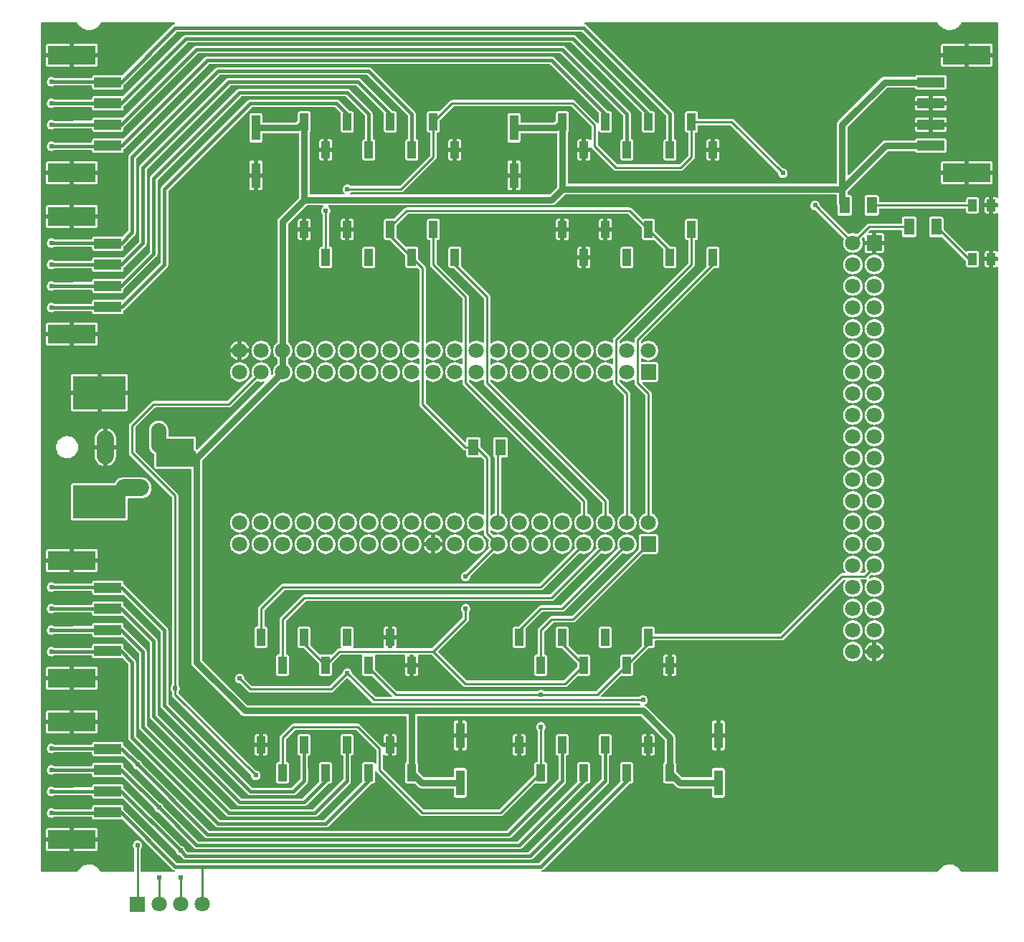
<source format=gtl>
G04 Layer: TopLayer*
G04 EasyEDA v6.4.17, 2021-03-06T13:06:27--8:00*
G04 8048d1b9ce964284ad8fe1d85055880a,b5aacd518854429a9b9924e8a25dcfd8,10*
G04 Gerber Generator version 0.2*
G04 Scale: 100 percent, Rotated: No, Reflected: No *
G04 Dimensions in inches *
G04 leading zeros omitted , absolute positions ,3 integer and 6 decimal *
%FSLAX36Y36*%
%MOIN*%

%ADD10C,0.0100*%
%ADD11C,0.0150*%
%ADD12C,0.0300*%
%ADD13C,0.0240*%
%ADD14R,0.1260X0.0472*%
%ADD15R,0.2205X0.0866*%
%ADD18R,0.0394X0.1181*%
%ADD19R,0.0472X0.0748*%
%ADD20R,0.0394X0.0787*%
%ADD23C,0.0709*%
%ADD24C,0.0787*%
%ADD25C,0.0709*%

%LPD*%
G36*
X29000Y-1975000D02*
G01*
X27460Y-1974700D01*
X26180Y-1973820D01*
X25299Y-1972540D01*
X25000Y-1971000D01*
X25000Y1971000D01*
X25299Y1972540D01*
X26180Y1973820D01*
X27460Y1974700D01*
X29000Y1975000D01*
X192920Y1975000D01*
X194380Y1974720D01*
X195660Y1973920D01*
X196540Y1972700D01*
X197140Y1971399D01*
X200620Y1965760D01*
X204680Y1960540D01*
X209300Y1955780D01*
X214420Y1951579D01*
X219960Y1947960D01*
X225859Y1944960D01*
X232060Y1942640D01*
X238480Y1941020D01*
X245040Y1940120D01*
X251660Y1939920D01*
X258260Y1940480D01*
X264760Y1941740D01*
X271080Y1943720D01*
X277140Y1946380D01*
X282860Y1949700D01*
X288200Y1953620D01*
X293080Y1958100D01*
X297420Y1963080D01*
X301200Y1968540D01*
X303560Y1972900D01*
X304460Y1974019D01*
X305680Y1974740D01*
X307080Y1975000D01*
X644980Y1975000D01*
X646540Y1974680D01*
X647860Y1973779D01*
X648720Y1972420D01*
X648980Y1970840D01*
X648600Y1969280D01*
X647640Y1968000D01*
X646240Y1967200D01*
X642900Y1966080D01*
X640060Y1964500D01*
X637420Y1962320D01*
X406940Y1731840D01*
X405720Y1731000D01*
X404260Y1730660D01*
X402239Y1731080D01*
X399780Y1731360D01*
X274240Y1731360D01*
X271780Y1731080D01*
X269640Y1730340D01*
X267740Y1729139D01*
X266140Y1727540D01*
X264940Y1725640D01*
X264200Y1723500D01*
X263940Y1721160D01*
X263520Y1719760D01*
X262620Y1718620D01*
X261380Y1717860D01*
X259960Y1717600D01*
X89480Y1717600D01*
X88280Y1717780D01*
X87180Y1718320D01*
X86039Y1719120D01*
X82560Y1720760D01*
X78840Y1721740D01*
X75000Y1722080D01*
X71160Y1721740D01*
X67440Y1720760D01*
X63960Y1719120D01*
X60800Y1716920D01*
X58080Y1714199D01*
X55880Y1711040D01*
X54240Y1707560D01*
X53259Y1703839D01*
X52920Y1700000D01*
X53259Y1696160D01*
X54240Y1692440D01*
X55880Y1688959D01*
X58080Y1685800D01*
X60800Y1683080D01*
X63960Y1680880D01*
X67440Y1679240D01*
X71160Y1678260D01*
X75000Y1677920D01*
X78840Y1678260D01*
X82560Y1679240D01*
X86039Y1680880D01*
X87180Y1681680D01*
X88280Y1682220D01*
X89480Y1682400D01*
X259920Y1682400D01*
X261460Y1682100D01*
X262740Y1681220D01*
X263620Y1679940D01*
X263920Y1678400D01*
X263920Y1674240D01*
X264200Y1671780D01*
X264940Y1669640D01*
X266140Y1667740D01*
X267740Y1666140D01*
X269640Y1664940D01*
X271780Y1664199D01*
X274240Y1663920D01*
X399780Y1663920D01*
X402239Y1664199D01*
X404380Y1664940D01*
X406280Y1666140D01*
X407879Y1667740D01*
X409080Y1669640D01*
X409820Y1671780D01*
X410100Y1674240D01*
X410100Y1683560D01*
X410400Y1685080D01*
X411280Y1686380D01*
X656120Y1931220D01*
X657420Y1932100D01*
X658940Y1932400D01*
X2541060Y1932400D01*
X2542580Y1932100D01*
X2543880Y1931220D01*
X2931720Y1543380D01*
X2932600Y1542080D01*
X2932900Y1540560D01*
X2932900Y1436260D01*
X2932640Y1434840D01*
X2931880Y1433600D01*
X2930740Y1432720D01*
X2929340Y1432300D01*
X2928540Y1432200D01*
X2926420Y1431459D01*
X2924500Y1430260D01*
X2922900Y1428660D01*
X2921700Y1426759D01*
X2920960Y1424620D01*
X2920680Y1422160D01*
X2920680Y1343860D01*
X2920960Y1341399D01*
X2921700Y1339259D01*
X2922900Y1337360D01*
X2924500Y1335760D01*
X2926420Y1334560D01*
X2928540Y1333820D01*
X2931000Y1333540D01*
X2969940Y1333540D01*
X2972400Y1333820D01*
X2974520Y1334560D01*
X2976440Y1335760D01*
X2978039Y1337360D01*
X2979240Y1339259D01*
X2979980Y1341399D01*
X2980260Y1343860D01*
X2980260Y1422160D01*
X2979980Y1424620D01*
X2979240Y1426759D01*
X2978039Y1428660D01*
X2976440Y1430260D01*
X2974520Y1431459D01*
X2972400Y1432200D01*
X2970260Y1432700D01*
X2969120Y1433600D01*
X2968360Y1434840D01*
X2968100Y1436260D01*
X2968080Y1550180D01*
X2967620Y1553520D01*
X2966580Y1556600D01*
X2965000Y1559440D01*
X2962820Y1562080D01*
X2561960Y1962900D01*
X2559260Y1964940D01*
X2556360Y1966399D01*
X2553700Y1967160D01*
X2552260Y1967900D01*
X2551220Y1969160D01*
X2550800Y1970740D01*
X2551020Y1972340D01*
X2551860Y1973740D01*
X2553200Y1974660D01*
X2554780Y1975000D01*
X4192919Y1975000D01*
X4194380Y1974720D01*
X4195660Y1973920D01*
X4196540Y1972700D01*
X4197140Y1971399D01*
X4200620Y1965760D01*
X4204680Y1960540D01*
X4209300Y1955780D01*
X4214420Y1951579D01*
X4219960Y1947960D01*
X4225860Y1944960D01*
X4232060Y1942640D01*
X4238480Y1941020D01*
X4245040Y1940120D01*
X4251660Y1939920D01*
X4258260Y1940480D01*
X4264760Y1941740D01*
X4271080Y1943720D01*
X4277140Y1946380D01*
X4282860Y1949700D01*
X4288200Y1953620D01*
X4293080Y1958100D01*
X4297420Y1963080D01*
X4301200Y1968540D01*
X4303560Y1972900D01*
X4304460Y1974019D01*
X4305680Y1974740D01*
X4307080Y1975000D01*
X4471000Y1975000D01*
X4472540Y1974700D01*
X4473820Y1973820D01*
X4474700Y1972540D01*
X4475000Y1971000D01*
X4475000Y1164080D01*
X4474640Y1162420D01*
X4473640Y1161060D01*
X4472160Y1160240D01*
X4470460Y1160120D01*
X4468880Y1160680D01*
X4467360Y1161640D01*
X4465240Y1162380D01*
X4462760Y1162660D01*
X4453300Y1162660D01*
X4453300Y1135000D01*
X4471000Y1135000D01*
X4472540Y1134700D01*
X4473820Y1133820D01*
X4474700Y1132540D01*
X4475000Y1131000D01*
X4475000Y1119000D01*
X4474700Y1117460D01*
X4473820Y1116180D01*
X4472540Y1115300D01*
X4471000Y1115000D01*
X4453300Y1115000D01*
X4453300Y1087340D01*
X4462760Y1087340D01*
X4465240Y1087620D01*
X4467360Y1088360D01*
X4468880Y1089320D01*
X4470460Y1089880D01*
X4472160Y1089760D01*
X4473640Y1088940D01*
X4474640Y1087580D01*
X4475000Y1085920D01*
X4475000Y914080D01*
X4474640Y912420D01*
X4473640Y911060D01*
X4472160Y910240D01*
X4470460Y910120D01*
X4468880Y910680D01*
X4467360Y911640D01*
X4465240Y912380D01*
X4462760Y912660D01*
X4453300Y912660D01*
X4453300Y885000D01*
X4471000Y885000D01*
X4472540Y884700D01*
X4473820Y883820D01*
X4474700Y882540D01*
X4475000Y881000D01*
X4475000Y869000D01*
X4474700Y867460D01*
X4473820Y866180D01*
X4472540Y865300D01*
X4471000Y865000D01*
X4453300Y865000D01*
X4453300Y837340D01*
X4462760Y837340D01*
X4465240Y837620D01*
X4467360Y838360D01*
X4468880Y839320D01*
X4470460Y839880D01*
X4472160Y839760D01*
X4473640Y838940D01*
X4474640Y837580D01*
X4475000Y835920D01*
X4475000Y-1971000D01*
X4474700Y-1972540D01*
X4473820Y-1973820D01*
X4472540Y-1974700D01*
X4471000Y-1975000D01*
X4307080Y-1975000D01*
X4305680Y-1974740D01*
X4304460Y-1974019D01*
X4303560Y-1972900D01*
X4301200Y-1968540D01*
X4297420Y-1963080D01*
X4293080Y-1958100D01*
X4288200Y-1953620D01*
X4282860Y-1949700D01*
X4277140Y-1946380D01*
X4271080Y-1943720D01*
X4264760Y-1941740D01*
X4258260Y-1940480D01*
X4251660Y-1939920D01*
X4245040Y-1940120D01*
X4238480Y-1941020D01*
X4232060Y-1942640D01*
X4225860Y-1944960D01*
X4219960Y-1947960D01*
X4214420Y-1951579D01*
X4209300Y-1955780D01*
X4204680Y-1960540D01*
X4200620Y-1965760D01*
X4197140Y-1971399D01*
X4196540Y-1972700D01*
X4195660Y-1973920D01*
X4194380Y-1974720D01*
X4192919Y-1975000D01*
X2355020Y-1975000D01*
X2353460Y-1974680D01*
X2352140Y-1973779D01*
X2351280Y-1972420D01*
X2351020Y-1970840D01*
X2351400Y-1969280D01*
X2352360Y-1968000D01*
X2353760Y-1967200D01*
X2357100Y-1966080D01*
X2359940Y-1964500D01*
X2362580Y-1962320D01*
X2761320Y-1563580D01*
X2762620Y-1562700D01*
X2764140Y-1562400D01*
X2769000Y-1562400D01*
X2771460Y-1562120D01*
X2773580Y-1561380D01*
X2775500Y-1560180D01*
X2777100Y-1558580D01*
X2778300Y-1556680D01*
X2779040Y-1554540D01*
X2779320Y-1552080D01*
X2779320Y-1473779D01*
X2779040Y-1471320D01*
X2778300Y-1469180D01*
X2777100Y-1467280D01*
X2775500Y-1465680D01*
X2773580Y-1464480D01*
X2771460Y-1463740D01*
X2769000Y-1463460D01*
X2730059Y-1463460D01*
X2727600Y-1463740D01*
X2725480Y-1464480D01*
X2723560Y-1465680D01*
X2721960Y-1467280D01*
X2720760Y-1469180D01*
X2720020Y-1471320D01*
X2719740Y-1473779D01*
X2719740Y-1552080D01*
X2719820Y-1554300D01*
X2719420Y-1555440D01*
X2718720Y-1556399D01*
X2343880Y-1931220D01*
X2342580Y-1932100D01*
X2341060Y-1932400D01*
X658940Y-1932400D01*
X657420Y-1932100D01*
X656120Y-1931220D01*
X411280Y-1686380D01*
X410400Y-1685080D01*
X410100Y-1683560D01*
X410100Y-1674240D01*
X409820Y-1671780D01*
X409080Y-1669640D01*
X407879Y-1667740D01*
X406280Y-1666140D01*
X404380Y-1664940D01*
X402239Y-1664199D01*
X399780Y-1663920D01*
X274240Y-1663920D01*
X271780Y-1664199D01*
X269640Y-1664940D01*
X267740Y-1666140D01*
X266140Y-1667740D01*
X264940Y-1669640D01*
X264200Y-1671780D01*
X263920Y-1674240D01*
X263920Y-1678400D01*
X263620Y-1679940D01*
X262740Y-1681220D01*
X261460Y-1682100D01*
X259920Y-1682400D01*
X89480Y-1682400D01*
X88280Y-1682220D01*
X87180Y-1681680D01*
X86039Y-1680880D01*
X82560Y-1679240D01*
X78840Y-1678260D01*
X75000Y-1677920D01*
X71160Y-1678260D01*
X67440Y-1679240D01*
X63960Y-1680880D01*
X60800Y-1683080D01*
X58080Y-1685800D01*
X55880Y-1688959D01*
X54240Y-1692440D01*
X53259Y-1696160D01*
X52920Y-1700000D01*
X53259Y-1703839D01*
X54240Y-1707560D01*
X55880Y-1711040D01*
X58080Y-1714199D01*
X60800Y-1716920D01*
X63960Y-1719120D01*
X67440Y-1720760D01*
X71160Y-1721740D01*
X75000Y-1722080D01*
X78840Y-1721740D01*
X82560Y-1720760D01*
X86039Y-1719120D01*
X87180Y-1718320D01*
X88280Y-1717780D01*
X89480Y-1717600D01*
X259960Y-1717600D01*
X261380Y-1717860D01*
X262620Y-1718620D01*
X263520Y-1719760D01*
X263940Y-1721160D01*
X264200Y-1723500D01*
X264940Y-1725640D01*
X266140Y-1727540D01*
X267740Y-1729139D01*
X269640Y-1730340D01*
X271780Y-1731080D01*
X274240Y-1731360D01*
X399780Y-1731360D01*
X402239Y-1731080D01*
X404260Y-1730660D01*
X405720Y-1731000D01*
X406940Y-1731840D01*
X638040Y-1962900D01*
X640740Y-1964940D01*
X643640Y-1966399D01*
X646300Y-1967160D01*
X647740Y-1967900D01*
X648780Y-1969160D01*
X649200Y-1970740D01*
X648980Y-1972340D01*
X648139Y-1973740D01*
X646800Y-1974660D01*
X645220Y-1975000D01*
X494099Y-1975000D01*
X492560Y-1974700D01*
X491280Y-1973820D01*
X490400Y-1972540D01*
X490100Y-1971000D01*
X490100Y-1867680D01*
X490400Y-1866140D01*
X491280Y-1864840D01*
X491920Y-1864199D01*
X494120Y-1861040D01*
X495760Y-1857560D01*
X496740Y-1853839D01*
X497080Y-1850000D01*
X496740Y-1846160D01*
X495760Y-1842440D01*
X494120Y-1838959D01*
X491920Y-1835800D01*
X489200Y-1833080D01*
X486040Y-1830880D01*
X482560Y-1829240D01*
X478840Y-1828260D01*
X475000Y-1827920D01*
X471160Y-1828260D01*
X467440Y-1829240D01*
X463960Y-1830880D01*
X460800Y-1833080D01*
X458080Y-1835800D01*
X455880Y-1838959D01*
X454240Y-1842440D01*
X453260Y-1846160D01*
X452920Y-1850000D01*
X453260Y-1853839D01*
X454240Y-1857560D01*
X455880Y-1861040D01*
X458080Y-1864199D01*
X458720Y-1864840D01*
X459600Y-1866140D01*
X459900Y-1867680D01*
X459900Y-1971000D01*
X459600Y-1972540D01*
X458720Y-1973820D01*
X457440Y-1974700D01*
X455900Y-1975000D01*
X307080Y-1975000D01*
X305680Y-1974740D01*
X304460Y-1974019D01*
X303560Y-1972900D01*
X301200Y-1968540D01*
X297420Y-1963080D01*
X293080Y-1958100D01*
X288200Y-1953620D01*
X282860Y-1949700D01*
X277140Y-1946380D01*
X271080Y-1943720D01*
X264760Y-1941740D01*
X258260Y-1940480D01*
X251660Y-1939920D01*
X245040Y-1940120D01*
X238480Y-1941020D01*
X232060Y-1942640D01*
X225859Y-1944960D01*
X219960Y-1947960D01*
X214420Y-1951579D01*
X209300Y-1955780D01*
X204680Y-1960540D01*
X200620Y-1965760D01*
X197140Y-1971399D01*
X196540Y-1972700D01*
X195660Y-1973920D01*
X194380Y-1974720D01*
X192920Y-1975000D01*
G37*

%LPC*%
G36*
X700180Y-1917600D02*
G01*
X2300680Y-1917580D01*
X2304020Y-1917120D01*
X2307100Y-1916080D01*
X2309940Y-1914500D01*
X2312580Y-1912320D01*
X2662400Y-1562460D01*
X2664440Y-1559760D01*
X2665899Y-1556860D01*
X2666780Y-1553740D01*
X2667100Y-1550320D01*
X2667100Y-1436260D01*
X2667360Y-1434840D01*
X2668120Y-1433600D01*
X2669260Y-1432720D01*
X2670659Y-1432300D01*
X2671460Y-1432200D01*
X2673580Y-1431459D01*
X2675500Y-1430260D01*
X2677100Y-1428660D01*
X2678300Y-1426759D01*
X2679040Y-1424620D01*
X2679320Y-1422160D01*
X2679320Y-1343860D01*
X2679040Y-1341399D01*
X2678300Y-1339259D01*
X2677100Y-1337360D01*
X2675500Y-1335760D01*
X2673580Y-1334560D01*
X2671460Y-1333820D01*
X2669000Y-1333540D01*
X2630059Y-1333540D01*
X2627600Y-1333820D01*
X2625480Y-1334560D01*
X2623560Y-1335760D01*
X2621960Y-1337360D01*
X2620760Y-1339259D01*
X2620020Y-1341399D01*
X2619740Y-1343860D01*
X2619740Y-1422160D01*
X2620020Y-1424620D01*
X2620760Y-1426759D01*
X2621960Y-1428660D01*
X2623560Y-1430260D01*
X2625480Y-1431459D01*
X2627600Y-1432200D01*
X2629740Y-1432700D01*
X2630880Y-1433600D01*
X2631640Y-1434840D01*
X2631900Y-1436260D01*
X2631900Y-1541560D01*
X2631600Y-1543080D01*
X2630720Y-1544379D01*
X2293880Y-1881220D01*
X2292580Y-1882100D01*
X2291060Y-1882400D01*
X708940Y-1882400D01*
X707420Y-1882100D01*
X706120Y-1881220D01*
X697760Y-1872880D01*
X697120Y-1872040D01*
X696720Y-1871080D01*
X695759Y-1867440D01*
X694120Y-1863959D01*
X691919Y-1860800D01*
X689200Y-1858080D01*
X686040Y-1855880D01*
X682560Y-1854240D01*
X678920Y-1853280D01*
X677960Y-1852880D01*
X677120Y-1852240D01*
X411780Y-1586900D01*
X410480Y-1585320D01*
X410100Y-1583620D01*
X410100Y-1575820D01*
X409820Y-1573340D01*
X409080Y-1571220D01*
X407879Y-1569300D01*
X406280Y-1567720D01*
X404380Y-1566519D01*
X402239Y-1565760D01*
X399780Y-1565500D01*
X274240Y-1565500D01*
X271780Y-1565760D01*
X269640Y-1566519D01*
X267740Y-1567720D01*
X266140Y-1569300D01*
X264940Y-1571220D01*
X264200Y-1573340D01*
X263920Y-1575820D01*
X263920Y-1577840D01*
X263620Y-1579360D01*
X262760Y-1580660D01*
X261460Y-1581519D01*
X259940Y-1581840D01*
X89440Y-1582360D01*
X88219Y-1582180D01*
X87120Y-1581639D01*
X86039Y-1580880D01*
X82560Y-1579240D01*
X78840Y-1578260D01*
X75000Y-1577920D01*
X71160Y-1578260D01*
X67440Y-1579240D01*
X63960Y-1580880D01*
X60800Y-1583080D01*
X58080Y-1585800D01*
X55880Y-1588959D01*
X54240Y-1592440D01*
X53259Y-1596160D01*
X52920Y-1600000D01*
X53259Y-1603839D01*
X54240Y-1607560D01*
X55880Y-1611040D01*
X58080Y-1614199D01*
X60800Y-1616920D01*
X63960Y-1619120D01*
X67440Y-1620760D01*
X71160Y-1621740D01*
X75000Y-1622080D01*
X78840Y-1621740D01*
X82560Y-1620760D01*
X86039Y-1619120D01*
X87260Y-1618280D01*
X88340Y-1617740D01*
X89540Y-1617560D01*
X259899Y-1617040D01*
X261439Y-1617340D01*
X262740Y-1618200D01*
X263620Y-1619500D01*
X263920Y-1621040D01*
X263920Y-1622600D01*
X264200Y-1625080D01*
X264940Y-1627200D01*
X266140Y-1629120D01*
X267740Y-1630700D01*
X269640Y-1631900D01*
X271780Y-1632660D01*
X274240Y-1632940D01*
X399780Y-1632940D01*
X402239Y-1632660D01*
X403960Y-1632060D01*
X405420Y-1631819D01*
X406880Y-1632160D01*
X408100Y-1633000D01*
X652240Y-1877120D01*
X652880Y-1877960D01*
X653280Y-1878920D01*
X654240Y-1882560D01*
X655879Y-1886040D01*
X658080Y-1889199D01*
X660800Y-1891920D01*
X663960Y-1894120D01*
X667440Y-1895760D01*
X671080Y-1896720D01*
X672039Y-1897120D01*
X672880Y-1897760D01*
X688040Y-1912900D01*
X690740Y-1914940D01*
X693640Y-1916399D01*
X696760Y-1917280D01*
G37*
G36*
X59680Y-1877020D02*
G01*
X159700Y-1877020D01*
X159700Y-1833620D01*
X49360Y-1833620D01*
X49360Y-1866699D01*
X49640Y-1869160D01*
X50380Y-1871300D01*
X51580Y-1873200D01*
X53179Y-1874800D01*
X55080Y-1876000D01*
X57220Y-1876740D01*
G37*
G36*
X179700Y-1877020D02*
G01*
X279700Y-1877020D01*
X282160Y-1876740D01*
X284300Y-1876000D01*
X286200Y-1874800D01*
X287800Y-1873200D01*
X289000Y-1871300D01*
X289740Y-1869160D01*
X290020Y-1866699D01*
X290020Y-1833620D01*
X179700Y-1833620D01*
G37*
G36*
X750180Y-1867600D02*
G01*
X2250680Y-1867580D01*
X2254020Y-1867120D01*
X2257100Y-1866080D01*
X2259940Y-1864500D01*
X2262580Y-1862320D01*
X2561320Y-1563580D01*
X2562620Y-1562700D01*
X2564140Y-1562400D01*
X2569000Y-1562400D01*
X2571460Y-1562120D01*
X2573580Y-1561380D01*
X2575500Y-1560180D01*
X2577100Y-1558580D01*
X2578300Y-1556680D01*
X2579040Y-1554540D01*
X2579320Y-1552080D01*
X2579320Y-1473779D01*
X2579040Y-1471320D01*
X2578300Y-1469180D01*
X2577100Y-1467280D01*
X2575500Y-1465680D01*
X2573580Y-1464480D01*
X2571460Y-1463740D01*
X2569000Y-1463460D01*
X2530060Y-1463460D01*
X2527600Y-1463740D01*
X2525480Y-1464480D01*
X2523560Y-1465680D01*
X2521960Y-1467280D01*
X2520760Y-1469180D01*
X2520020Y-1471320D01*
X2519740Y-1473779D01*
X2519740Y-1552080D01*
X2519820Y-1554300D01*
X2519420Y-1555440D01*
X2518720Y-1556399D01*
X2243880Y-1831220D01*
X2242580Y-1832100D01*
X2241060Y-1832400D01*
X758940Y-1832400D01*
X757420Y-1832100D01*
X756120Y-1831220D01*
X597760Y-1672880D01*
X597120Y-1672040D01*
X596720Y-1671080D01*
X595760Y-1667440D01*
X594120Y-1663959D01*
X591920Y-1660800D01*
X589200Y-1658080D01*
X586040Y-1655880D01*
X582560Y-1654240D01*
X578920Y-1653280D01*
X577960Y-1652880D01*
X577120Y-1652240D01*
X413360Y-1488480D01*
X411540Y-1486960D01*
X410480Y-1485580D01*
X410100Y-1483880D01*
X410100Y-1477400D01*
X409820Y-1474920D01*
X409080Y-1472800D01*
X407879Y-1470880D01*
X406280Y-1469300D01*
X404380Y-1468100D01*
X402239Y-1467340D01*
X399780Y-1467080D01*
X274240Y-1467080D01*
X271780Y-1467340D01*
X269640Y-1468100D01*
X267740Y-1469300D01*
X266140Y-1470880D01*
X264940Y-1472800D01*
X264200Y-1474920D01*
X263920Y-1477400D01*
X263920Y-1478959D01*
X263620Y-1480500D01*
X262740Y-1481800D01*
X261439Y-1482660D01*
X259899Y-1482960D01*
X89540Y-1482440D01*
X88340Y-1482260D01*
X87260Y-1481720D01*
X86039Y-1480880D01*
X82560Y-1479240D01*
X78840Y-1478260D01*
X75000Y-1477920D01*
X71160Y-1478260D01*
X67440Y-1479240D01*
X63960Y-1480880D01*
X60800Y-1483080D01*
X58080Y-1485800D01*
X55880Y-1488959D01*
X54240Y-1492440D01*
X53259Y-1496160D01*
X52920Y-1500000D01*
X53259Y-1503839D01*
X54240Y-1507560D01*
X55880Y-1511040D01*
X58080Y-1514199D01*
X60800Y-1516920D01*
X63960Y-1519120D01*
X67440Y-1520760D01*
X71160Y-1521740D01*
X75000Y-1522080D01*
X78840Y-1521740D01*
X82560Y-1520760D01*
X86039Y-1519120D01*
X87120Y-1518360D01*
X88219Y-1517820D01*
X89440Y-1517640D01*
X259940Y-1518160D01*
X261460Y-1518480D01*
X262760Y-1519340D01*
X263620Y-1520640D01*
X263920Y-1522160D01*
X263920Y-1524180D01*
X264200Y-1526660D01*
X264940Y-1528779D01*
X266140Y-1530700D01*
X267740Y-1532280D01*
X269640Y-1533480D01*
X271780Y-1534240D01*
X274240Y-1534520D01*
X399780Y-1534520D01*
X402239Y-1534240D01*
X406040Y-1532960D01*
X407760Y-1533180D01*
X409219Y-1534120D01*
X552240Y-1677120D01*
X552880Y-1677960D01*
X553280Y-1678920D01*
X554240Y-1682560D01*
X555880Y-1686040D01*
X558080Y-1689199D01*
X560800Y-1691920D01*
X563960Y-1694120D01*
X567440Y-1695760D01*
X571080Y-1696720D01*
X572040Y-1697120D01*
X572880Y-1697760D01*
X738040Y-1862900D01*
X740740Y-1864940D01*
X743640Y-1866399D01*
X746760Y-1867280D01*
G37*
G36*
X800180Y-1817600D02*
G01*
X2200680Y-1817580D01*
X2204020Y-1817120D01*
X2207100Y-1816080D01*
X2209940Y-1814500D01*
X2212580Y-1812320D01*
X2462420Y-1562460D01*
X2464460Y-1559760D01*
X2465900Y-1556860D01*
X2466780Y-1553740D01*
X2467100Y-1550320D01*
X2467100Y-1436260D01*
X2467360Y-1434840D01*
X2468120Y-1433600D01*
X2469260Y-1432720D01*
X2470660Y-1432300D01*
X2471460Y-1432200D01*
X2473580Y-1431459D01*
X2475500Y-1430260D01*
X2477100Y-1428660D01*
X2478300Y-1426759D01*
X2479040Y-1424620D01*
X2479320Y-1422160D01*
X2479320Y-1343860D01*
X2479040Y-1341399D01*
X2478300Y-1339259D01*
X2477100Y-1337360D01*
X2475500Y-1335760D01*
X2473580Y-1334560D01*
X2471460Y-1333820D01*
X2469000Y-1333540D01*
X2430060Y-1333540D01*
X2427600Y-1333820D01*
X2425480Y-1334560D01*
X2423560Y-1335760D01*
X2421960Y-1337360D01*
X2420760Y-1339259D01*
X2420020Y-1341399D01*
X2419740Y-1343860D01*
X2419740Y-1422160D01*
X2420020Y-1424620D01*
X2420760Y-1426759D01*
X2421960Y-1428660D01*
X2423560Y-1430260D01*
X2425480Y-1431459D01*
X2427600Y-1432200D01*
X2429740Y-1432700D01*
X2430880Y-1433600D01*
X2431640Y-1434840D01*
X2431900Y-1436260D01*
X2431900Y-1541560D01*
X2431600Y-1543080D01*
X2430740Y-1544379D01*
X2193880Y-1781220D01*
X2192580Y-1782100D01*
X2191060Y-1782400D01*
X808940Y-1782400D01*
X807420Y-1782100D01*
X806120Y-1781220D01*
X497760Y-1472880D01*
X497120Y-1472040D01*
X496719Y-1471080D01*
X495760Y-1467440D01*
X494120Y-1463959D01*
X491920Y-1460800D01*
X489200Y-1458080D01*
X486040Y-1455880D01*
X482560Y-1454240D01*
X478920Y-1453280D01*
X477960Y-1452880D01*
X477120Y-1452240D01*
X414320Y-1389460D01*
X411719Y-1387480D01*
X410880Y-1386620D01*
X410319Y-1385520D01*
X410140Y-1384319D01*
X410100Y-1378980D01*
X409820Y-1376500D01*
X409080Y-1374360D01*
X407879Y-1372460D01*
X406280Y-1370860D01*
X404380Y-1369660D01*
X402239Y-1368920D01*
X399780Y-1368640D01*
X274240Y-1368640D01*
X271780Y-1368920D01*
X269640Y-1369660D01*
X267740Y-1370860D01*
X266140Y-1372460D01*
X264940Y-1374360D01*
X264200Y-1376500D01*
X263940Y-1378839D01*
X263520Y-1380240D01*
X262620Y-1381380D01*
X261380Y-1382140D01*
X259960Y-1382400D01*
X89480Y-1382400D01*
X88280Y-1382220D01*
X87180Y-1381680D01*
X86039Y-1380880D01*
X82560Y-1379240D01*
X78840Y-1378260D01*
X75000Y-1377920D01*
X71160Y-1378260D01*
X67440Y-1379240D01*
X63960Y-1380880D01*
X60800Y-1383080D01*
X58080Y-1385800D01*
X55880Y-1388959D01*
X54240Y-1392440D01*
X53259Y-1396160D01*
X52920Y-1400000D01*
X53259Y-1403839D01*
X54240Y-1407560D01*
X55880Y-1411040D01*
X58080Y-1414199D01*
X60800Y-1416920D01*
X63960Y-1419120D01*
X67440Y-1420760D01*
X71160Y-1421740D01*
X75000Y-1422080D01*
X78840Y-1421740D01*
X82560Y-1420760D01*
X86039Y-1419120D01*
X87180Y-1418320D01*
X88280Y-1417780D01*
X89480Y-1417600D01*
X259920Y-1417600D01*
X261460Y-1417900D01*
X262740Y-1418779D01*
X263620Y-1420060D01*
X263920Y-1421600D01*
X263920Y-1425760D01*
X264200Y-1428220D01*
X264940Y-1430360D01*
X266140Y-1432260D01*
X267740Y-1433860D01*
X269640Y-1435060D01*
X271780Y-1435800D01*
X274240Y-1436080D01*
X399780Y-1436080D01*
X402239Y-1435800D01*
X404380Y-1435060D01*
X405220Y-1434520D01*
X406460Y-1434000D01*
X407800Y-1433920D01*
X409099Y-1434300D01*
X410180Y-1435080D01*
X452239Y-1477120D01*
X452879Y-1477960D01*
X453280Y-1478920D01*
X454240Y-1482560D01*
X455880Y-1486040D01*
X458080Y-1489199D01*
X460800Y-1491920D01*
X463960Y-1494120D01*
X467440Y-1495760D01*
X471079Y-1496720D01*
X472040Y-1497120D01*
X472879Y-1497760D01*
X788040Y-1812900D01*
X790740Y-1814940D01*
X793640Y-1816399D01*
X796760Y-1817280D01*
G37*
G36*
X49360Y-1813620D02*
G01*
X159700Y-1813620D01*
X159700Y-1770220D01*
X59680Y-1770220D01*
X57220Y-1770500D01*
X55080Y-1771240D01*
X53179Y-1772440D01*
X51580Y-1774040D01*
X50380Y-1775940D01*
X49640Y-1778080D01*
X49360Y-1780540D01*
G37*
G36*
X179700Y-1813620D02*
G01*
X290020Y-1813620D01*
X290020Y-1780540D01*
X289740Y-1778080D01*
X289000Y-1775940D01*
X287800Y-1774040D01*
X286200Y-1772440D01*
X284300Y-1771240D01*
X282160Y-1770500D01*
X279700Y-1770220D01*
X179700Y-1770220D01*
G37*
G36*
X850180Y-1767600D02*
G01*
X1350660Y-1767580D01*
X1354000Y-1767120D01*
X1357080Y-1766100D01*
X1359920Y-1764520D01*
X1362560Y-1762340D01*
X1561819Y-1563560D01*
X1563120Y-1562700D01*
X1564640Y-1562400D01*
X1569000Y-1562400D01*
X1571459Y-1562120D01*
X1573580Y-1561380D01*
X1575500Y-1560180D01*
X1577100Y-1558580D01*
X1578300Y-1556680D01*
X1579040Y-1554540D01*
X1579319Y-1552080D01*
X1579319Y-1509100D01*
X1579700Y-1507400D01*
X1580780Y-1506020D01*
X1582340Y-1505220D01*
X1584100Y-1505180D01*
X1585700Y-1505900D01*
X1586840Y-1507220D01*
X1587460Y-1508380D01*
X1589460Y-1510820D01*
X1789180Y-1710540D01*
X1791620Y-1712540D01*
X1794220Y-1713940D01*
X1797060Y-1714800D01*
X1800200Y-1715100D01*
X2162300Y-1715100D01*
X2165440Y-1714800D01*
X2168280Y-1713940D01*
X2170880Y-1712540D01*
X2173320Y-1710540D01*
X2321420Y-1562360D01*
X2322640Y-1561519D01*
X2324100Y-1561180D01*
X2325560Y-1561399D01*
X2327600Y-1562120D01*
X2330060Y-1562400D01*
X2369000Y-1562400D01*
X2371460Y-1562120D01*
X2373580Y-1561380D01*
X2375500Y-1560180D01*
X2377100Y-1558580D01*
X2378300Y-1556680D01*
X2379040Y-1554540D01*
X2379320Y-1552080D01*
X2379320Y-1473779D01*
X2379040Y-1471320D01*
X2378300Y-1469180D01*
X2377100Y-1467280D01*
X2375500Y-1465680D01*
X2373580Y-1464480D01*
X2371460Y-1463740D01*
X2368660Y-1463440D01*
X2367280Y-1463020D01*
X2366120Y-1462140D01*
X2365360Y-1460900D01*
X2365100Y-1459460D01*
X2365100Y-1317680D01*
X2365400Y-1316140D01*
X2366280Y-1314840D01*
X2366920Y-1314199D01*
X2369120Y-1311040D01*
X2370760Y-1307560D01*
X2371740Y-1303839D01*
X2372080Y-1300000D01*
X2371740Y-1296160D01*
X2370760Y-1292440D01*
X2369120Y-1288959D01*
X2366920Y-1285800D01*
X2364200Y-1283080D01*
X2361040Y-1280880D01*
X2357560Y-1279240D01*
X2353840Y-1278260D01*
X2350000Y-1277920D01*
X2346160Y-1278260D01*
X2342440Y-1279240D01*
X2338960Y-1280880D01*
X2335800Y-1283080D01*
X2333080Y-1285800D01*
X2330880Y-1288959D01*
X2329240Y-1292440D01*
X2328260Y-1296160D01*
X2327920Y-1300000D01*
X2328260Y-1303839D01*
X2329240Y-1307560D01*
X2330880Y-1311040D01*
X2333080Y-1314199D01*
X2333720Y-1314840D01*
X2334600Y-1316140D01*
X2334900Y-1317680D01*
X2334900Y-1459460D01*
X2334600Y-1461000D01*
X2333720Y-1462280D01*
X2332440Y-1463160D01*
X2330900Y-1463460D01*
X2330060Y-1463460D01*
X2327600Y-1463740D01*
X2325480Y-1464480D01*
X2323560Y-1465680D01*
X2321960Y-1467280D01*
X2320760Y-1469180D01*
X2320020Y-1471320D01*
X2319740Y-1473779D01*
X2319740Y-1519660D01*
X2319440Y-1521180D01*
X2318580Y-1522480D01*
X2157420Y-1683720D01*
X2156120Y-1684600D01*
X2154580Y-1684900D01*
X1807920Y-1684900D01*
X1806380Y-1684600D01*
X1805080Y-1683720D01*
X1616279Y-1494920D01*
X1615400Y-1493620D01*
X1615100Y-1492080D01*
X1615100Y-1431459D01*
X1615400Y-1429920D01*
X1616279Y-1428620D01*
X1617560Y-1427760D01*
X1619100Y-1427460D01*
X1620640Y-1427760D01*
X1621920Y-1428620D01*
X1623560Y-1430260D01*
X1625480Y-1431459D01*
X1627600Y-1432200D01*
X1630060Y-1432480D01*
X1639540Y-1432480D01*
X1639540Y-1393020D01*
X1617040Y-1393020D01*
X1615440Y-1393220D01*
X1613899Y-1392780D01*
X1612660Y-1391759D01*
X1610540Y-1389180D01*
X1510820Y-1289460D01*
X1508380Y-1287460D01*
X1505780Y-1286060D01*
X1502940Y-1285200D01*
X1499800Y-1284900D01*
X1200200Y-1284900D01*
X1197060Y-1285200D01*
X1194220Y-1286060D01*
X1191620Y-1287460D01*
X1189180Y-1289460D01*
X1138960Y-1339680D01*
X1136960Y-1342120D01*
X1135560Y-1344720D01*
X1134700Y-1347560D01*
X1134400Y-1350700D01*
X1134400Y-1459460D01*
X1134140Y-1460900D01*
X1133360Y-1462160D01*
X1132200Y-1463040D01*
X1130780Y-1463440D01*
X1127580Y-1463740D01*
X1125480Y-1464480D01*
X1123560Y-1465680D01*
X1121960Y-1467280D01*
X1120760Y-1469180D01*
X1120020Y-1471320D01*
X1119740Y-1473779D01*
X1119740Y-1552080D01*
X1120020Y-1554540D01*
X1120760Y-1556680D01*
X1121960Y-1558580D01*
X1123560Y-1560180D01*
X1125480Y-1561380D01*
X1127600Y-1562120D01*
X1130060Y-1562400D01*
X1169000Y-1562400D01*
X1171460Y-1562120D01*
X1173580Y-1561380D01*
X1175500Y-1560180D01*
X1177100Y-1558580D01*
X1178300Y-1556680D01*
X1179040Y-1554540D01*
X1179320Y-1552080D01*
X1179320Y-1473779D01*
X1179040Y-1471320D01*
X1178300Y-1469180D01*
X1177100Y-1467280D01*
X1175500Y-1465680D01*
X1173580Y-1464480D01*
X1171460Y-1463740D01*
X1168600Y-1463460D01*
X1167060Y-1463160D01*
X1165780Y-1462280D01*
X1164900Y-1461000D01*
X1164600Y-1459460D01*
X1164600Y-1358420D01*
X1164900Y-1356879D01*
X1165780Y-1355580D01*
X1205080Y-1316279D01*
X1206380Y-1315400D01*
X1207920Y-1315100D01*
X1492080Y-1315100D01*
X1493620Y-1315400D01*
X1494920Y-1316279D01*
X1583720Y-1405080D01*
X1584600Y-1406380D01*
X1584900Y-1407920D01*
X1584900Y-1465820D01*
X1584540Y-1467480D01*
X1583500Y-1468860D01*
X1582000Y-1469660D01*
X1580300Y-1469780D01*
X1578700Y-1469160D01*
X1577520Y-1467940D01*
X1577100Y-1467280D01*
X1575500Y-1465680D01*
X1573580Y-1464480D01*
X1571459Y-1463740D01*
X1569000Y-1463460D01*
X1530060Y-1463460D01*
X1527600Y-1463740D01*
X1525480Y-1464480D01*
X1523560Y-1465680D01*
X1521960Y-1467280D01*
X1520760Y-1469180D01*
X1520020Y-1471320D01*
X1519740Y-1473779D01*
X1519740Y-1552080D01*
X1519900Y-1553520D01*
X1519860Y-1554720D01*
X1519460Y-1555840D01*
X1518760Y-1556800D01*
X1343899Y-1731240D01*
X1342600Y-1732100D01*
X1341060Y-1732400D01*
X858940Y-1732400D01*
X857420Y-1732100D01*
X856120Y-1731220D01*
X468780Y-1343880D01*
X467900Y-1342580D01*
X467600Y-1341060D01*
X467580Y-999320D01*
X467120Y-995980D01*
X466079Y-992900D01*
X464500Y-990060D01*
X462320Y-987420D01*
X411280Y-936380D01*
X410400Y-935080D01*
X410100Y-933560D01*
X410100Y-924240D01*
X409820Y-921780D01*
X409080Y-919640D01*
X407879Y-917740D01*
X406280Y-916140D01*
X404380Y-914940D01*
X402239Y-914200D01*
X399780Y-913920D01*
X274240Y-913920D01*
X271780Y-914200D01*
X269640Y-914940D01*
X267740Y-916140D01*
X266140Y-917740D01*
X264940Y-919640D01*
X264200Y-921780D01*
X263920Y-924240D01*
X263920Y-928400D01*
X263620Y-929940D01*
X262740Y-931220D01*
X261460Y-932099D01*
X259920Y-932400D01*
X89480Y-932400D01*
X88280Y-932220D01*
X87180Y-931680D01*
X86039Y-930879D01*
X82560Y-929240D01*
X78840Y-928259D01*
X75000Y-927920D01*
X71160Y-928259D01*
X67440Y-929240D01*
X63960Y-930879D01*
X60800Y-933080D01*
X58080Y-935800D01*
X55880Y-938960D01*
X54240Y-942440D01*
X53259Y-946160D01*
X52920Y-950000D01*
X53259Y-953840D01*
X54240Y-957560D01*
X55880Y-961040D01*
X58080Y-964200D01*
X60800Y-966919D01*
X63960Y-969120D01*
X67440Y-970759D01*
X71160Y-971740D01*
X75000Y-972080D01*
X78840Y-971740D01*
X82560Y-970759D01*
X86039Y-969120D01*
X87180Y-968319D01*
X88280Y-967780D01*
X89480Y-967600D01*
X259960Y-967600D01*
X261380Y-967860D01*
X262620Y-968620D01*
X263520Y-969760D01*
X263940Y-971160D01*
X264200Y-973500D01*
X264940Y-975639D01*
X266140Y-977540D01*
X267740Y-979140D01*
X269640Y-980340D01*
X271780Y-981080D01*
X274240Y-981360D01*
X399780Y-981360D01*
X402239Y-981080D01*
X404260Y-980660D01*
X405720Y-981000D01*
X406940Y-981840D01*
X431220Y-1006120D01*
X432100Y-1007420D01*
X432400Y-1008940D01*
X432420Y-1350680D01*
X432879Y-1354019D01*
X433920Y-1357100D01*
X435500Y-1359940D01*
X437680Y-1362580D01*
X838040Y-1762900D01*
X840740Y-1764940D01*
X843640Y-1766399D01*
X846760Y-1767280D01*
G37*
G36*
X900180Y-1717600D02*
G01*
X1300640Y-1717580D01*
X1304000Y-1717120D01*
X1307080Y-1716100D01*
X1309920Y-1714520D01*
X1312560Y-1712340D01*
X1462420Y-1562960D01*
X1464440Y-1560260D01*
X1465900Y-1557360D01*
X1466780Y-1554240D01*
X1467100Y-1550820D01*
X1467100Y-1436260D01*
X1467360Y-1434840D01*
X1468120Y-1433600D01*
X1469259Y-1432720D01*
X1470660Y-1432300D01*
X1471459Y-1432200D01*
X1473580Y-1431459D01*
X1475500Y-1430260D01*
X1477100Y-1428660D01*
X1478300Y-1426759D01*
X1479040Y-1424620D01*
X1479319Y-1422160D01*
X1479319Y-1343860D01*
X1479040Y-1341399D01*
X1478300Y-1339259D01*
X1477100Y-1337360D01*
X1475500Y-1335760D01*
X1473580Y-1334560D01*
X1471459Y-1333820D01*
X1469000Y-1333540D01*
X1430060Y-1333540D01*
X1427600Y-1333820D01*
X1425480Y-1334560D01*
X1423560Y-1335760D01*
X1421960Y-1337360D01*
X1420760Y-1339259D01*
X1420020Y-1341399D01*
X1419740Y-1343860D01*
X1419740Y-1422160D01*
X1420020Y-1424620D01*
X1420760Y-1426759D01*
X1421960Y-1428660D01*
X1423560Y-1430260D01*
X1425480Y-1431459D01*
X1427600Y-1432200D01*
X1429740Y-1432700D01*
X1430880Y-1433600D01*
X1431639Y-1434840D01*
X1431900Y-1436260D01*
X1431900Y-1542040D01*
X1431600Y-1543560D01*
X1430720Y-1544860D01*
X1293899Y-1681240D01*
X1292600Y-1682100D01*
X1291080Y-1682400D01*
X908940Y-1682400D01*
X907420Y-1682100D01*
X906120Y-1681220D01*
X518780Y-1293880D01*
X517900Y-1292580D01*
X517600Y-1291060D01*
X517580Y-949320D01*
X517120Y-945980D01*
X516079Y-942900D01*
X514500Y-940060D01*
X512320Y-937420D01*
X411780Y-836880D01*
X410480Y-835320D01*
X410100Y-833620D01*
X410100Y-825819D01*
X409820Y-823340D01*
X409080Y-821220D01*
X407879Y-819300D01*
X406280Y-817720D01*
X404380Y-816520D01*
X402239Y-815759D01*
X399780Y-815500D01*
X274240Y-815500D01*
X271780Y-815759D01*
X269640Y-816520D01*
X267740Y-817720D01*
X266140Y-819300D01*
X264940Y-821220D01*
X264200Y-823340D01*
X263920Y-825819D01*
X263920Y-827840D01*
X263620Y-829360D01*
X262760Y-830660D01*
X261460Y-831520D01*
X259940Y-831840D01*
X89440Y-832360D01*
X88219Y-832180D01*
X87120Y-831640D01*
X86039Y-830879D01*
X82560Y-829240D01*
X78840Y-828259D01*
X75000Y-827920D01*
X71160Y-828259D01*
X67440Y-829240D01*
X63960Y-830879D01*
X60800Y-833080D01*
X58080Y-835800D01*
X55880Y-838960D01*
X54240Y-842440D01*
X53259Y-846160D01*
X52920Y-850000D01*
X53259Y-853840D01*
X54240Y-857560D01*
X55880Y-861040D01*
X58080Y-864200D01*
X60800Y-866919D01*
X63960Y-869120D01*
X67440Y-870759D01*
X71160Y-871740D01*
X75000Y-872080D01*
X78840Y-871740D01*
X82560Y-870759D01*
X86039Y-869120D01*
X87260Y-868280D01*
X88340Y-867740D01*
X89540Y-867560D01*
X259899Y-867039D01*
X261439Y-867340D01*
X262740Y-868199D01*
X263620Y-869500D01*
X263920Y-871040D01*
X263920Y-872600D01*
X264200Y-875080D01*
X264940Y-877200D01*
X266140Y-879120D01*
X267740Y-880699D01*
X269640Y-881900D01*
X271780Y-882660D01*
X274240Y-882940D01*
X399780Y-882940D01*
X402239Y-882660D01*
X403960Y-882060D01*
X405420Y-881820D01*
X406880Y-882159D01*
X408100Y-883000D01*
X481220Y-956120D01*
X482100Y-957420D01*
X482400Y-958940D01*
X482420Y-1300680D01*
X482879Y-1304019D01*
X483920Y-1307100D01*
X485500Y-1309940D01*
X487680Y-1312580D01*
X888040Y-1712900D01*
X890740Y-1714940D01*
X893640Y-1716399D01*
X896760Y-1717280D01*
G37*
G36*
X950180Y-1667600D02*
G01*
X1250620Y-1667580D01*
X1253980Y-1667120D01*
X1257060Y-1666100D01*
X1259900Y-1664540D01*
X1262540Y-1662340D01*
X1361819Y-1563560D01*
X1363120Y-1562700D01*
X1364640Y-1562400D01*
X1369000Y-1562400D01*
X1371459Y-1562120D01*
X1373580Y-1561380D01*
X1375500Y-1560180D01*
X1377100Y-1558580D01*
X1378300Y-1556680D01*
X1379040Y-1554540D01*
X1379319Y-1552080D01*
X1379319Y-1473779D01*
X1379040Y-1471320D01*
X1378300Y-1469180D01*
X1377100Y-1467280D01*
X1375500Y-1465680D01*
X1373580Y-1464480D01*
X1371459Y-1463740D01*
X1369000Y-1463460D01*
X1330060Y-1463460D01*
X1327600Y-1463740D01*
X1325480Y-1464480D01*
X1323560Y-1465680D01*
X1321960Y-1467280D01*
X1320760Y-1469180D01*
X1320020Y-1471320D01*
X1319740Y-1473779D01*
X1319740Y-1552080D01*
X1319900Y-1553480D01*
X1319860Y-1554680D01*
X1319460Y-1555800D01*
X1318760Y-1556759D01*
X1243900Y-1631240D01*
X1242620Y-1632100D01*
X1241080Y-1632400D01*
X958940Y-1632400D01*
X957420Y-1632100D01*
X956120Y-1631220D01*
X568780Y-1243880D01*
X567900Y-1242580D01*
X567600Y-1241060D01*
X567580Y-899320D01*
X567120Y-895980D01*
X566080Y-892900D01*
X564500Y-890060D01*
X562320Y-887420D01*
X413380Y-738480D01*
X411540Y-736960D01*
X410480Y-735580D01*
X410100Y-733880D01*
X410100Y-727400D01*
X409820Y-724920D01*
X409080Y-722800D01*
X407879Y-720879D01*
X406280Y-719300D01*
X404380Y-718100D01*
X402239Y-717340D01*
X399780Y-717080D01*
X274240Y-717080D01*
X271780Y-717340D01*
X269640Y-718100D01*
X267740Y-719300D01*
X266140Y-720879D01*
X264940Y-722800D01*
X264200Y-724920D01*
X263920Y-727400D01*
X263920Y-728960D01*
X263620Y-730500D01*
X262740Y-731800D01*
X261439Y-732660D01*
X259899Y-732960D01*
X89540Y-732440D01*
X88340Y-732260D01*
X87260Y-731720D01*
X86039Y-730879D01*
X82560Y-729240D01*
X78840Y-728259D01*
X75000Y-727920D01*
X71160Y-728259D01*
X67440Y-729240D01*
X63960Y-730879D01*
X60800Y-733080D01*
X58080Y-735800D01*
X55880Y-738960D01*
X54240Y-742440D01*
X53259Y-746160D01*
X52920Y-750000D01*
X53259Y-753840D01*
X54240Y-757560D01*
X55880Y-761040D01*
X58080Y-764200D01*
X60800Y-766919D01*
X63960Y-769120D01*
X67440Y-770759D01*
X71160Y-771740D01*
X75000Y-772080D01*
X78840Y-771740D01*
X82560Y-770759D01*
X86039Y-769120D01*
X87120Y-768360D01*
X88219Y-767820D01*
X89440Y-767640D01*
X259940Y-768160D01*
X261460Y-768480D01*
X262760Y-769340D01*
X263620Y-770639D01*
X263920Y-772159D01*
X263920Y-774180D01*
X264200Y-776660D01*
X264940Y-778780D01*
X266140Y-780699D01*
X267740Y-782280D01*
X269640Y-783480D01*
X271780Y-784240D01*
X274240Y-784520D01*
X399780Y-784520D01*
X402239Y-784240D01*
X406040Y-782960D01*
X407760Y-783180D01*
X409219Y-784120D01*
X531220Y-906120D01*
X532100Y-907420D01*
X532400Y-908940D01*
X532420Y-1250680D01*
X532880Y-1254020D01*
X533920Y-1257100D01*
X535500Y-1259940D01*
X537680Y-1262580D01*
X938040Y-1662900D01*
X940740Y-1664940D01*
X943640Y-1666399D01*
X946760Y-1667280D01*
G37*
G36*
X1955540Y-1629400D02*
G01*
X1994460Y-1629400D01*
X1996920Y-1629120D01*
X1999060Y-1628360D01*
X2000960Y-1627160D01*
X2002560Y-1625580D01*
X2003760Y-1623660D01*
X2004500Y-1621540D01*
X2004780Y-1619060D01*
X2004780Y-1501399D01*
X2004500Y-1498940D01*
X2003760Y-1496800D01*
X2002560Y-1494900D01*
X2000960Y-1493300D01*
X1999060Y-1492100D01*
X1996920Y-1491360D01*
X1994460Y-1491080D01*
X1955540Y-1491080D01*
X1953080Y-1491360D01*
X1950940Y-1492100D01*
X1949040Y-1493300D01*
X1947440Y-1494900D01*
X1946240Y-1496800D01*
X1945500Y-1498940D01*
X1945220Y-1501399D01*
X1945220Y-1531140D01*
X1944920Y-1532680D01*
X1944040Y-1533959D01*
X1942740Y-1534840D01*
X1941220Y-1535140D01*
X1808899Y-1535140D01*
X1807360Y-1534840D01*
X1806060Y-1533959D01*
X1780480Y-1508380D01*
X1779620Y-1507100D01*
X1779319Y-1505560D01*
X1779319Y-1473779D01*
X1779040Y-1471320D01*
X1778300Y-1469180D01*
X1777100Y-1467280D01*
X1775780Y-1465960D01*
X1774900Y-1464660D01*
X1774600Y-1463140D01*
X1774600Y-1254100D01*
X1774900Y-1252560D01*
X1775780Y-1251280D01*
X1777060Y-1250400D01*
X1778600Y-1250100D01*
X2812940Y-1250100D01*
X2814480Y-1250400D01*
X2815779Y-1251280D01*
X2923220Y-1358720D01*
X2924100Y-1360020D01*
X2924400Y-1361560D01*
X2924400Y-1463200D01*
X2924100Y-1464720D01*
X2923220Y-1466020D01*
X2921960Y-1467280D01*
X2920760Y-1469180D01*
X2920020Y-1471320D01*
X2919740Y-1473779D01*
X2919740Y-1552080D01*
X2920020Y-1554540D01*
X2920760Y-1556680D01*
X2921960Y-1558580D01*
X2923560Y-1560180D01*
X2925480Y-1561380D01*
X2927600Y-1562120D01*
X2930059Y-1562400D01*
X2961840Y-1562400D01*
X2963380Y-1562700D01*
X2964680Y-1563580D01*
X2979000Y-1577900D01*
X2981500Y-1580100D01*
X2982200Y-1580620D01*
X2984960Y-1582360D01*
X2985740Y-1582760D01*
X2989600Y-1584280D01*
X2993660Y-1585140D01*
X2996960Y-1585340D01*
X3141220Y-1585340D01*
X3142740Y-1585640D01*
X3144040Y-1586519D01*
X3144920Y-1587800D01*
X3145220Y-1589340D01*
X3145220Y-1619060D01*
X3145500Y-1621540D01*
X3146240Y-1623660D01*
X3147440Y-1625580D01*
X3149040Y-1627160D01*
X3150940Y-1628360D01*
X3153080Y-1629120D01*
X3155539Y-1629400D01*
X3194460Y-1629400D01*
X3196920Y-1629120D01*
X3199060Y-1628360D01*
X3200960Y-1627160D01*
X3202559Y-1625580D01*
X3203759Y-1623660D01*
X3204500Y-1621540D01*
X3204780Y-1619060D01*
X3204780Y-1501399D01*
X3204500Y-1498940D01*
X3203759Y-1496800D01*
X3202559Y-1494900D01*
X3200960Y-1493300D01*
X3199060Y-1492100D01*
X3196920Y-1491360D01*
X3194460Y-1491080D01*
X3155539Y-1491080D01*
X3153080Y-1491360D01*
X3150940Y-1492100D01*
X3149040Y-1493300D01*
X3147440Y-1494900D01*
X3146240Y-1496800D01*
X3145500Y-1498940D01*
X3145220Y-1501399D01*
X3145220Y-1531140D01*
X3144920Y-1532680D01*
X3144040Y-1533959D01*
X3142740Y-1534840D01*
X3141220Y-1535140D01*
X3008900Y-1535140D01*
X3007360Y-1534840D01*
X3006060Y-1533959D01*
X2980480Y-1508380D01*
X2979620Y-1507100D01*
X2979320Y-1505560D01*
X2979320Y-1473779D01*
X2979040Y-1471320D01*
X2978300Y-1469180D01*
X2977100Y-1467280D01*
X2975779Y-1465960D01*
X2974900Y-1464660D01*
X2974600Y-1463140D01*
X2974600Y-1349620D01*
X2974400Y-1346320D01*
X2973540Y-1342260D01*
X2972020Y-1338400D01*
X2971620Y-1337620D01*
X2969880Y-1334840D01*
X2967160Y-1331660D01*
X2842840Y-1207340D01*
X2839660Y-1204620D01*
X2836940Y-1202940D01*
X2834820Y-1201960D01*
X2833600Y-1201080D01*
X2832780Y-1199820D01*
X2832500Y-1198340D01*
X2832780Y-1196860D01*
X2833580Y-1195580D01*
X2834800Y-1194700D01*
X2836040Y-1194120D01*
X2839200Y-1191920D01*
X2841920Y-1189200D01*
X2844120Y-1186040D01*
X2845760Y-1182560D01*
X2846740Y-1178840D01*
X2847080Y-1175000D01*
X2846740Y-1171160D01*
X2845760Y-1167440D01*
X2844120Y-1163960D01*
X2841920Y-1160800D01*
X2839200Y-1158080D01*
X2836040Y-1155880D01*
X2832559Y-1154240D01*
X2828840Y-1153260D01*
X2825000Y-1152920D01*
X2821160Y-1153260D01*
X2817440Y-1154240D01*
X2813960Y-1155880D01*
X2810800Y-1158080D01*
X2810160Y-1158720D01*
X2808860Y-1159600D01*
X2807320Y-1159900D01*
X2633600Y-1159900D01*
X2632080Y-1159600D01*
X2630779Y-1158720D01*
X2629920Y-1157440D01*
X2629600Y-1155900D01*
X2629920Y-1154380D01*
X2630779Y-1153080D01*
X2721420Y-1062360D01*
X2722660Y-1061520D01*
X2724100Y-1061200D01*
X2725580Y-1061420D01*
X2727600Y-1062120D01*
X2730059Y-1062400D01*
X2769000Y-1062400D01*
X2771460Y-1062120D01*
X2773580Y-1061380D01*
X2775500Y-1060180D01*
X2777100Y-1058580D01*
X2778300Y-1056680D01*
X2779040Y-1054540D01*
X2779320Y-1052080D01*
X2779320Y-1006160D01*
X2779620Y-1004620D01*
X2780480Y-1003319D01*
X2850160Y-933660D01*
X2851460Y-932780D01*
X2853000Y-932480D01*
X2869000Y-932480D01*
X2871460Y-932200D01*
X2873580Y-931460D01*
X2875500Y-930260D01*
X2877100Y-928660D01*
X2878300Y-926760D01*
X2879040Y-924620D01*
X2879320Y-922159D01*
X2879320Y-902099D01*
X2879620Y-900560D01*
X2880480Y-899280D01*
X2881780Y-898400D01*
X2883320Y-898100D01*
X3466800Y-898100D01*
X3469940Y-897800D01*
X3472780Y-896940D01*
X3475380Y-895540D01*
X3477820Y-893540D01*
X3755080Y-616280D01*
X3756380Y-615400D01*
X3757919Y-615100D01*
X3761340Y-615100D01*
X3763039Y-615480D01*
X3764420Y-616560D01*
X3765220Y-618100D01*
X3765280Y-619840D01*
X3764580Y-621460D01*
X3761560Y-625600D01*
X3758800Y-630620D01*
X3756700Y-635940D01*
X3755280Y-641460D01*
X3754560Y-647140D01*
X3754560Y-652860D01*
X3755280Y-658540D01*
X3756700Y-664060D01*
X3758800Y-669380D01*
X3761560Y-674400D01*
X3764920Y-679020D01*
X3768840Y-683180D01*
X3773240Y-686840D01*
X3778060Y-689900D01*
X3783240Y-692320D01*
X3788680Y-694100D01*
X3794300Y-695160D01*
X3800000Y-695520D01*
X3805700Y-695160D01*
X3811320Y-694100D01*
X3816760Y-692320D01*
X3821940Y-689900D01*
X3826760Y-686840D01*
X3831160Y-683180D01*
X3835080Y-679020D01*
X3838440Y-674400D01*
X3841200Y-669380D01*
X3843300Y-664060D01*
X3844720Y-658540D01*
X3845440Y-652860D01*
X3845440Y-647140D01*
X3844720Y-641460D01*
X3843300Y-635940D01*
X3841200Y-630620D01*
X3838440Y-625600D01*
X3835419Y-621460D01*
X3834720Y-619840D01*
X3834780Y-618100D01*
X3835580Y-616560D01*
X3836960Y-615480D01*
X3838660Y-615100D01*
X3856600Y-615100D01*
X3859880Y-614780D01*
X3860920Y-614540D01*
X3862520Y-614480D01*
X3864020Y-615080D01*
X3865160Y-616220D01*
X3865760Y-617700D01*
X3865740Y-619320D01*
X3865080Y-620780D01*
X3861560Y-625600D01*
X3858800Y-630620D01*
X3856700Y-635940D01*
X3855280Y-641460D01*
X3854560Y-647140D01*
X3854560Y-652860D01*
X3855280Y-658540D01*
X3856700Y-664060D01*
X3858800Y-669380D01*
X3861560Y-674400D01*
X3864920Y-679020D01*
X3868840Y-683180D01*
X3873240Y-686840D01*
X3878060Y-689900D01*
X3883240Y-692320D01*
X3888680Y-694100D01*
X3894300Y-695160D01*
X3900000Y-695520D01*
X3905700Y-695160D01*
X3911320Y-694100D01*
X3916760Y-692320D01*
X3921940Y-689900D01*
X3926760Y-686840D01*
X3931160Y-683180D01*
X3935080Y-679020D01*
X3938440Y-674400D01*
X3941200Y-669380D01*
X3943300Y-664060D01*
X3944720Y-658540D01*
X3945440Y-652860D01*
X3945440Y-647140D01*
X3944720Y-641460D01*
X3943300Y-635940D01*
X3941200Y-630620D01*
X3938440Y-625600D01*
X3935080Y-620980D01*
X3931160Y-616820D01*
X3926760Y-613160D01*
X3921940Y-610100D01*
X3916760Y-607680D01*
X3911320Y-605900D01*
X3905700Y-604840D01*
X3900000Y-604480D01*
X3894300Y-604840D01*
X3888680Y-605900D01*
X3883240Y-607680D01*
X3879880Y-609260D01*
X3878340Y-609640D01*
X3876780Y-609380D01*
X3875419Y-608540D01*
X3874520Y-607240D01*
X3874180Y-605680D01*
X3874480Y-604120D01*
X3875340Y-602800D01*
X3883460Y-594700D01*
X3884660Y-593860D01*
X3886080Y-593520D01*
X3887520Y-593720D01*
X3888680Y-594100D01*
X3894300Y-595160D01*
X3900000Y-595520D01*
X3905700Y-595160D01*
X3911320Y-594100D01*
X3916760Y-592320D01*
X3921940Y-589900D01*
X3926760Y-586840D01*
X3931160Y-583180D01*
X3935080Y-579020D01*
X3938440Y-574400D01*
X3941200Y-569380D01*
X3943300Y-564060D01*
X3944720Y-558540D01*
X3945440Y-552860D01*
X3945440Y-547140D01*
X3944720Y-541460D01*
X3943300Y-535940D01*
X3941200Y-530620D01*
X3938440Y-525600D01*
X3935080Y-520980D01*
X3931160Y-516820D01*
X3926760Y-513160D01*
X3921940Y-510100D01*
X3916760Y-507680D01*
X3911320Y-505900D01*
X3905700Y-504840D01*
X3900000Y-504480D01*
X3894300Y-504840D01*
X3888680Y-505900D01*
X3883240Y-507680D01*
X3878060Y-510100D01*
X3873240Y-513160D01*
X3868840Y-516820D01*
X3864920Y-520980D01*
X3861560Y-525600D01*
X3858800Y-530620D01*
X3856700Y-535940D01*
X3855280Y-541460D01*
X3854560Y-547140D01*
X3854560Y-552860D01*
X3855280Y-558540D01*
X3856700Y-564060D01*
X3858800Y-569380D01*
X3859940Y-571440D01*
X3860419Y-573060D01*
X3860179Y-574760D01*
X3859260Y-576180D01*
X3851720Y-583720D01*
X3850419Y-584600D01*
X3848880Y-584900D01*
X3838660Y-584900D01*
X3836960Y-584520D01*
X3835580Y-583440D01*
X3834780Y-581900D01*
X3834720Y-580160D01*
X3835419Y-578540D01*
X3838440Y-574400D01*
X3841200Y-569380D01*
X3843300Y-564060D01*
X3844720Y-558540D01*
X3845440Y-552860D01*
X3845440Y-547140D01*
X3844720Y-541460D01*
X3843300Y-535940D01*
X3841200Y-530620D01*
X3838440Y-525600D01*
X3835080Y-520980D01*
X3831160Y-516820D01*
X3826760Y-513160D01*
X3821940Y-510100D01*
X3816760Y-507680D01*
X3811320Y-505900D01*
X3805700Y-504840D01*
X3800000Y-504480D01*
X3794300Y-504840D01*
X3788680Y-505900D01*
X3783240Y-507680D01*
X3778060Y-510100D01*
X3773240Y-513160D01*
X3768840Y-516820D01*
X3764920Y-520980D01*
X3761560Y-525600D01*
X3758800Y-530620D01*
X3756700Y-535940D01*
X3755280Y-541460D01*
X3754560Y-547140D01*
X3754560Y-552860D01*
X3755280Y-558540D01*
X3756700Y-564060D01*
X3758800Y-569380D01*
X3761560Y-574400D01*
X3764580Y-578540D01*
X3765280Y-580160D01*
X3765220Y-581900D01*
X3764420Y-583440D01*
X3763039Y-584520D01*
X3761340Y-584900D01*
X3750200Y-584900D01*
X3747060Y-585200D01*
X3744220Y-586060D01*
X3741620Y-587460D01*
X3739180Y-589460D01*
X3461920Y-866720D01*
X3460620Y-867600D01*
X3459080Y-867900D01*
X2883320Y-867900D01*
X2881780Y-867600D01*
X2880480Y-866720D01*
X2879620Y-865440D01*
X2879320Y-863900D01*
X2879320Y-843860D01*
X2879040Y-841400D01*
X2878300Y-839260D01*
X2877100Y-837360D01*
X2875500Y-835759D01*
X2873580Y-834560D01*
X2871460Y-833820D01*
X2869000Y-833540D01*
X2830059Y-833540D01*
X2827600Y-833820D01*
X2825480Y-834560D01*
X2823560Y-835759D01*
X2821960Y-837360D01*
X2820760Y-839260D01*
X2820020Y-841400D01*
X2819740Y-843860D01*
X2819740Y-919700D01*
X2819440Y-921240D01*
X2818580Y-922540D01*
X2777620Y-963500D01*
X2776380Y-964340D01*
X2774940Y-964659D01*
X2773460Y-964440D01*
X2771460Y-963740D01*
X2769000Y-963460D01*
X2730059Y-963460D01*
X2727600Y-963740D01*
X2725480Y-964479D01*
X2723560Y-965680D01*
X2721960Y-967280D01*
X2720760Y-969180D01*
X2720020Y-971320D01*
X2719740Y-973780D01*
X2719740Y-1019659D01*
X2719440Y-1021200D01*
X2718580Y-1022480D01*
X2607420Y-1133720D01*
X2606120Y-1134600D01*
X2604580Y-1134900D01*
X2367680Y-1134900D01*
X2366140Y-1134600D01*
X2364840Y-1133720D01*
X2364200Y-1133080D01*
X2361040Y-1130880D01*
X2357560Y-1129240D01*
X2353840Y-1128260D01*
X2350000Y-1127920D01*
X2346160Y-1128260D01*
X2342440Y-1129240D01*
X2338960Y-1130880D01*
X2335800Y-1133080D01*
X2335160Y-1133720D01*
X2333860Y-1134600D01*
X2332320Y-1134900D01*
X1682920Y-1134900D01*
X1681380Y-1134600D01*
X1680080Y-1133720D01*
X1580480Y-1034140D01*
X1579620Y-1032840D01*
X1579319Y-1031300D01*
X1579319Y-973780D01*
X1579040Y-971320D01*
X1578720Y-970420D01*
X1578500Y-968920D01*
X1578860Y-967440D01*
X1579740Y-966200D01*
X1581000Y-965380D01*
X1582500Y-965100D01*
X1716560Y-965100D01*
X1718060Y-965380D01*
X1719319Y-966200D01*
X1720200Y-967440D01*
X1720560Y-968920D01*
X1720340Y-970420D01*
X1720020Y-971320D01*
X1719740Y-973780D01*
X1719740Y-1002940D01*
X1739540Y-1002940D01*
X1739540Y-969100D01*
X1739840Y-967560D01*
X1740700Y-966280D01*
X1742000Y-965400D01*
X1743540Y-965100D01*
X1755540Y-965100D01*
X1757060Y-965400D01*
X1758360Y-966280D01*
X1759220Y-967560D01*
X1759540Y-969100D01*
X1759540Y-1002940D01*
X1779319Y-1002940D01*
X1779319Y-973780D01*
X1779040Y-971320D01*
X1778720Y-970420D01*
X1778500Y-968920D01*
X1778860Y-967440D01*
X1779740Y-966200D01*
X1781000Y-965380D01*
X1782500Y-965100D01*
X1842080Y-965100D01*
X1843620Y-965400D01*
X1844920Y-966280D01*
X1989180Y-1110540D01*
X1991620Y-1112540D01*
X1994220Y-1113940D01*
X1997060Y-1114800D01*
X2000200Y-1115100D01*
X2462260Y-1115100D01*
X2465400Y-1114800D01*
X2468240Y-1113940D01*
X2470840Y-1112540D01*
X2473280Y-1110540D01*
X2521440Y-1062360D01*
X2522680Y-1061520D01*
X2524120Y-1061200D01*
X2525600Y-1061420D01*
X2527600Y-1062120D01*
X2530060Y-1062400D01*
X2569000Y-1062400D01*
X2571460Y-1062120D01*
X2573580Y-1061380D01*
X2575500Y-1060180D01*
X2577100Y-1058580D01*
X2578300Y-1056680D01*
X2579040Y-1054540D01*
X2579320Y-1052080D01*
X2579320Y-973780D01*
X2579040Y-971320D01*
X2578300Y-969180D01*
X2577100Y-967280D01*
X2575500Y-965680D01*
X2573580Y-964479D01*
X2571460Y-963740D01*
X2569000Y-963460D01*
X2530060Y-963460D01*
X2527600Y-963740D01*
X2525600Y-964440D01*
X2524120Y-964659D01*
X2522680Y-964340D01*
X2521440Y-963500D01*
X2480480Y-922540D01*
X2479620Y-921240D01*
X2479320Y-919700D01*
X2479320Y-843860D01*
X2479040Y-841400D01*
X2478300Y-839260D01*
X2477100Y-837360D01*
X2475500Y-835759D01*
X2473580Y-834560D01*
X2471460Y-833820D01*
X2469000Y-833540D01*
X2430060Y-833540D01*
X2427600Y-833820D01*
X2425480Y-834560D01*
X2423560Y-835759D01*
X2421960Y-837360D01*
X2420760Y-839260D01*
X2420020Y-841400D01*
X2419740Y-843860D01*
X2419740Y-922159D01*
X2420020Y-924620D01*
X2420760Y-926760D01*
X2421960Y-928660D01*
X2423560Y-930260D01*
X2425480Y-931460D01*
X2427600Y-932200D01*
X2430060Y-932480D01*
X2446060Y-932480D01*
X2447600Y-932780D01*
X2448900Y-933660D01*
X2518580Y-1003319D01*
X2519440Y-1004620D01*
X2519740Y-1006160D01*
X2519740Y-1019700D01*
X2519440Y-1021240D01*
X2518580Y-1022540D01*
X2457380Y-1083720D01*
X2456080Y-1084600D01*
X2454540Y-1084900D01*
X2007920Y-1084900D01*
X2006380Y-1084600D01*
X2005080Y-1083720D01*
X1874180Y-952820D01*
X1873320Y-951540D01*
X1873020Y-950000D01*
X1873320Y-948460D01*
X1874180Y-947180D01*
X2010540Y-810819D01*
X2012540Y-808379D01*
X2013940Y-805780D01*
X2014800Y-802940D01*
X2015100Y-799800D01*
X2015100Y-767680D01*
X2015400Y-766140D01*
X2016279Y-764840D01*
X2016920Y-764200D01*
X2019120Y-761040D01*
X2020760Y-757560D01*
X2021740Y-753840D01*
X2022080Y-750000D01*
X2021740Y-746160D01*
X2020760Y-742440D01*
X2019120Y-738960D01*
X2016920Y-735800D01*
X2014199Y-733080D01*
X2011040Y-730879D01*
X2007560Y-729240D01*
X2003839Y-728259D01*
X2000000Y-727920D01*
X1996160Y-728259D01*
X1992440Y-729240D01*
X1988959Y-730879D01*
X1985800Y-733080D01*
X1983080Y-735800D01*
X1980880Y-738960D01*
X1979240Y-742440D01*
X1978260Y-746160D01*
X1977920Y-750000D01*
X1978260Y-753840D01*
X1979240Y-757560D01*
X1980880Y-761040D01*
X1983080Y-764200D01*
X1983720Y-764840D01*
X1984600Y-766140D01*
X1984900Y-767680D01*
X1984900Y-792080D01*
X1984600Y-793620D01*
X1983720Y-794920D01*
X1844920Y-933720D01*
X1843620Y-934599D01*
X1842080Y-934900D01*
X1680400Y-934900D01*
X1678760Y-934539D01*
X1677400Y-933540D01*
X1676579Y-932060D01*
X1676440Y-930360D01*
X1677020Y-928780D01*
X1678300Y-926760D01*
X1679040Y-924620D01*
X1679319Y-922159D01*
X1679319Y-893020D01*
X1659540Y-893020D01*
X1659540Y-930900D01*
X1659220Y-932440D01*
X1658360Y-933720D01*
X1657060Y-934599D01*
X1655540Y-934900D01*
X1643540Y-934900D01*
X1642000Y-934599D01*
X1640700Y-933720D01*
X1639840Y-932440D01*
X1639540Y-930900D01*
X1639540Y-893020D01*
X1619740Y-893020D01*
X1619740Y-922159D01*
X1620020Y-924620D01*
X1620760Y-926760D01*
X1622040Y-928780D01*
X1622620Y-930360D01*
X1622480Y-932060D01*
X1621660Y-933540D01*
X1620300Y-934539D01*
X1618660Y-934900D01*
X1480400Y-934900D01*
X1478760Y-934539D01*
X1477400Y-933540D01*
X1476579Y-932060D01*
X1476440Y-930360D01*
X1477020Y-928780D01*
X1478300Y-926760D01*
X1479040Y-924620D01*
X1479319Y-922159D01*
X1479319Y-843860D01*
X1479040Y-841400D01*
X1478300Y-839260D01*
X1477100Y-837360D01*
X1475500Y-835759D01*
X1473580Y-834560D01*
X1471459Y-833820D01*
X1469000Y-833540D01*
X1430060Y-833540D01*
X1427600Y-833820D01*
X1425480Y-834560D01*
X1423560Y-835759D01*
X1421960Y-837360D01*
X1420760Y-839260D01*
X1420020Y-841400D01*
X1419740Y-843860D01*
X1419740Y-922159D01*
X1420020Y-924620D01*
X1420760Y-926760D01*
X1422040Y-928780D01*
X1422620Y-930360D01*
X1422480Y-932060D01*
X1421660Y-933540D01*
X1420300Y-934539D01*
X1418660Y-934900D01*
X1412660Y-934900D01*
X1409520Y-935200D01*
X1406680Y-936060D01*
X1404079Y-937460D01*
X1401639Y-939460D01*
X1377620Y-963500D01*
X1376380Y-964340D01*
X1374940Y-964659D01*
X1373460Y-964440D01*
X1371459Y-963740D01*
X1369000Y-963460D01*
X1330060Y-963460D01*
X1327600Y-963740D01*
X1325600Y-964440D01*
X1324120Y-964659D01*
X1322680Y-964340D01*
X1321440Y-963500D01*
X1280480Y-922540D01*
X1279620Y-921240D01*
X1279320Y-919700D01*
X1279320Y-843860D01*
X1279040Y-841400D01*
X1278300Y-839260D01*
X1277100Y-837360D01*
X1275500Y-835759D01*
X1273580Y-834560D01*
X1271460Y-833820D01*
X1269000Y-833540D01*
X1230060Y-833540D01*
X1227600Y-833820D01*
X1225480Y-834560D01*
X1223560Y-835759D01*
X1221960Y-837360D01*
X1220760Y-839260D01*
X1220020Y-841400D01*
X1219740Y-843860D01*
X1219740Y-922159D01*
X1220020Y-924620D01*
X1220760Y-926760D01*
X1221960Y-928660D01*
X1223560Y-930260D01*
X1225480Y-931460D01*
X1227600Y-932200D01*
X1230060Y-932480D01*
X1246060Y-932480D01*
X1247600Y-932780D01*
X1248900Y-933660D01*
X1318580Y-1003319D01*
X1319440Y-1004620D01*
X1319740Y-1006160D01*
X1319740Y-1052080D01*
X1320020Y-1054540D01*
X1320760Y-1056680D01*
X1321960Y-1058580D01*
X1323560Y-1060180D01*
X1325480Y-1061380D01*
X1327600Y-1062120D01*
X1330060Y-1062400D01*
X1369000Y-1062400D01*
X1371459Y-1062120D01*
X1373580Y-1061380D01*
X1375500Y-1060180D01*
X1377100Y-1058580D01*
X1378300Y-1056680D01*
X1379040Y-1054540D01*
X1379319Y-1052080D01*
X1379319Y-1006160D01*
X1379620Y-1004620D01*
X1380480Y-1003319D01*
X1417540Y-966280D01*
X1418839Y-965400D01*
X1420380Y-965100D01*
X1516560Y-965100D01*
X1518060Y-965380D01*
X1519319Y-966200D01*
X1520200Y-967440D01*
X1520560Y-968920D01*
X1520340Y-970420D01*
X1520020Y-971320D01*
X1519740Y-973780D01*
X1519740Y-1052080D01*
X1520020Y-1054540D01*
X1520760Y-1056680D01*
X1521960Y-1058580D01*
X1523560Y-1060180D01*
X1525480Y-1061380D01*
X1527600Y-1062120D01*
X1530060Y-1062400D01*
X1564379Y-1062400D01*
X1565920Y-1062700D01*
X1567220Y-1063580D01*
X1656720Y-1153080D01*
X1657580Y-1154360D01*
X1657880Y-1155900D01*
X1657580Y-1157440D01*
X1656720Y-1158720D01*
X1655420Y-1159600D01*
X1653880Y-1159900D01*
X1582920Y-1159900D01*
X1581380Y-1159600D01*
X1580080Y-1158720D01*
X1473180Y-1051820D01*
X1472380Y-1050700D01*
X1472020Y-1049340D01*
X1471740Y-1046160D01*
X1470760Y-1042440D01*
X1469120Y-1038960D01*
X1466920Y-1035800D01*
X1464199Y-1033080D01*
X1461040Y-1030879D01*
X1457560Y-1029240D01*
X1453839Y-1028259D01*
X1450000Y-1027920D01*
X1446160Y-1028259D01*
X1442440Y-1029240D01*
X1438959Y-1030879D01*
X1435800Y-1033080D01*
X1433080Y-1035800D01*
X1430880Y-1038960D01*
X1429240Y-1042440D01*
X1428260Y-1046160D01*
X1427980Y-1049340D01*
X1427620Y-1050700D01*
X1426819Y-1051820D01*
X1369920Y-1108720D01*
X1368620Y-1109600D01*
X1367080Y-1109900D01*
X1007920Y-1109900D01*
X1006380Y-1109600D01*
X1005080Y-1108720D01*
X973180Y-1076820D01*
X972380Y-1075700D01*
X972020Y-1074340D01*
X971740Y-1071160D01*
X970759Y-1067440D01*
X969120Y-1063960D01*
X966919Y-1060800D01*
X964200Y-1058080D01*
X961040Y-1055880D01*
X957560Y-1054240D01*
X953840Y-1053260D01*
X950000Y-1052920D01*
X946160Y-1053260D01*
X942440Y-1054240D01*
X938960Y-1055880D01*
X935800Y-1058080D01*
X933080Y-1060800D01*
X930879Y-1063960D01*
X929240Y-1067440D01*
X928259Y-1071160D01*
X927920Y-1075000D01*
X928259Y-1078840D01*
X929240Y-1082560D01*
X930879Y-1086040D01*
X933080Y-1089200D01*
X935800Y-1091920D01*
X938960Y-1094120D01*
X942440Y-1095760D01*
X946160Y-1096740D01*
X949340Y-1097020D01*
X950699Y-1097380D01*
X951820Y-1098180D01*
X989180Y-1135540D01*
X991620Y-1137540D01*
X994220Y-1138940D01*
X997060Y-1139800D01*
X1000200Y-1140100D01*
X1374800Y-1140100D01*
X1377940Y-1139800D01*
X1380780Y-1138940D01*
X1383380Y-1137540D01*
X1385820Y-1135540D01*
X1447180Y-1074180D01*
X1448460Y-1073320D01*
X1450000Y-1073020D01*
X1451540Y-1073320D01*
X1452820Y-1074180D01*
X1564180Y-1185540D01*
X1566620Y-1187540D01*
X1569220Y-1188940D01*
X1572060Y-1189800D01*
X1575200Y-1190100D01*
X2807320Y-1190100D01*
X2808860Y-1190400D01*
X2810160Y-1191280D01*
X2811820Y-1192620D01*
X2812960Y-1193840D01*
X2813500Y-1195440D01*
X2813340Y-1197100D01*
X2812500Y-1198560D01*
X2811160Y-1199540D01*
X2809520Y-1199900D01*
X987060Y-1199900D01*
X985520Y-1199600D01*
X984220Y-1198720D01*
X776280Y-990780D01*
X775400Y-989479D01*
X775100Y-987940D01*
X775100Y-62060D01*
X775400Y-60519D01*
X776280Y-59220D01*
X1139480Y303980D01*
X1140440Y304680D01*
X1141580Y305080D01*
X1142800Y305120D01*
X1147140Y304560D01*
X1152860Y304560D01*
X1158540Y305280D01*
X1164060Y306700D01*
X1169380Y308800D01*
X1174400Y311560D01*
X1179020Y314920D01*
X1183180Y318840D01*
X1186840Y323240D01*
X1189900Y328060D01*
X1192320Y333240D01*
X1194100Y338680D01*
X1195160Y344300D01*
X1195520Y350000D01*
X1195160Y355700D01*
X1194100Y361320D01*
X1192320Y366760D01*
X1189900Y371940D01*
X1186840Y376760D01*
X1183180Y381160D01*
X1179020Y385080D01*
X1176740Y386719D01*
X1175860Y387620D01*
X1175300Y388720D01*
X1175100Y389960D01*
X1175100Y410040D01*
X1175300Y411280D01*
X1175860Y412380D01*
X1176740Y413280D01*
X1179020Y414920D01*
X1183180Y418840D01*
X1186840Y423240D01*
X1189900Y428060D01*
X1192320Y433240D01*
X1194100Y438680D01*
X1195160Y444300D01*
X1195520Y450000D01*
X1195160Y455700D01*
X1194100Y461320D01*
X1192320Y466760D01*
X1189900Y471940D01*
X1186840Y476760D01*
X1183180Y481160D01*
X1179020Y485080D01*
X1176740Y486719D01*
X1175860Y487620D01*
X1175300Y488720D01*
X1175100Y489960D01*
X1175100Y1037940D01*
X1175400Y1039479D01*
X1176280Y1040780D01*
X1259720Y1124220D01*
X1261020Y1125100D01*
X1262560Y1125400D01*
X1335240Y1125400D01*
X1336860Y1125040D01*
X1338220Y1124060D01*
X1339040Y1122600D01*
X1339199Y1120940D01*
X1338660Y1119340D01*
X1337520Y1118120D01*
X1335800Y1116920D01*
X1333080Y1114200D01*
X1330880Y1111040D01*
X1329240Y1107560D01*
X1328260Y1103840D01*
X1327920Y1100000D01*
X1328260Y1096160D01*
X1329240Y1092440D01*
X1330880Y1088960D01*
X1333080Y1085800D01*
X1333720Y1085160D01*
X1334600Y1083860D01*
X1334900Y1082320D01*
X1334900Y936480D01*
X1334640Y935040D01*
X1333880Y933800D01*
X1332720Y932920D01*
X1331339Y932500D01*
X1328540Y932200D01*
X1326420Y931460D01*
X1324500Y930260D01*
X1322900Y928660D01*
X1321699Y926760D01*
X1320960Y924620D01*
X1320680Y922159D01*
X1320680Y843860D01*
X1320960Y841400D01*
X1321699Y839260D01*
X1322900Y837360D01*
X1324500Y835759D01*
X1326420Y834560D01*
X1328540Y833820D01*
X1331000Y833540D01*
X1369940Y833540D01*
X1372400Y833820D01*
X1374520Y834560D01*
X1376440Y835759D01*
X1378040Y837360D01*
X1379240Y839260D01*
X1379980Y841400D01*
X1380260Y843860D01*
X1380260Y922159D01*
X1379980Y924620D01*
X1379240Y926760D01*
X1378040Y928660D01*
X1376440Y930260D01*
X1374520Y931460D01*
X1372400Y932200D01*
X1369940Y932480D01*
X1369100Y932480D01*
X1367560Y932780D01*
X1366279Y933660D01*
X1365400Y934940D01*
X1365100Y936480D01*
X1365100Y1082320D01*
X1365400Y1083860D01*
X1366279Y1085160D01*
X1366920Y1085800D01*
X1369120Y1088960D01*
X1370760Y1092440D01*
X1371740Y1096160D01*
X1372080Y1100000D01*
X1371740Y1103840D01*
X1370760Y1107560D01*
X1369120Y1111040D01*
X1366920Y1114200D01*
X1364199Y1116920D01*
X1362480Y1118120D01*
X1361339Y1119340D01*
X1360800Y1120940D01*
X1360960Y1122600D01*
X1361780Y1124060D01*
X1363140Y1125040D01*
X1364760Y1125400D01*
X2400380Y1125400D01*
X2403680Y1125600D01*
X2407740Y1126460D01*
X2411600Y1127980D01*
X2412380Y1128380D01*
X2415160Y1130120D01*
X2418340Y1132840D01*
X2459720Y1174220D01*
X2461020Y1175100D01*
X2462560Y1175400D01*
X3721400Y1175400D01*
X3722940Y1175100D01*
X3724220Y1174220D01*
X3725100Y1172940D01*
X3725400Y1171400D01*
X3725400Y1136640D01*
X3725600Y1133320D01*
X3726460Y1129260D01*
X3727980Y1125440D01*
X3728279Y1123900D01*
X3728279Y1087820D01*
X3728560Y1085360D01*
X3729320Y1083220D01*
X3730520Y1081320D01*
X3732100Y1079720D01*
X3734020Y1078520D01*
X3736139Y1077780D01*
X3738620Y1077500D01*
X3785400Y1077500D01*
X3787880Y1077780D01*
X3790000Y1078520D01*
X3791920Y1079720D01*
X3793500Y1081320D01*
X3794700Y1083220D01*
X3795460Y1085360D01*
X3795740Y1087820D01*
X3795740Y1162180D01*
X3795460Y1164640D01*
X3794700Y1166780D01*
X3793500Y1168680D01*
X3791920Y1170280D01*
X3790000Y1171480D01*
X3787880Y1172220D01*
X3785400Y1172500D01*
X3779600Y1172500D01*
X3778060Y1172800D01*
X3776780Y1173680D01*
X3775899Y1174980D01*
X3775600Y1176500D01*
X3775600Y1188440D01*
X3775899Y1189980D01*
X3776780Y1191280D01*
X3961580Y1376080D01*
X3962880Y1376960D01*
X3964420Y1377260D01*
X4087080Y1377260D01*
X4088680Y1376920D01*
X4090000Y1375980D01*
X4092120Y1372460D01*
X4093720Y1370860D01*
X4095620Y1369660D01*
X4097760Y1368920D01*
X4100220Y1368640D01*
X4225760Y1368640D01*
X4228220Y1368920D01*
X4230360Y1369660D01*
X4232260Y1370860D01*
X4233860Y1372460D01*
X4235060Y1374360D01*
X4235800Y1376500D01*
X4236080Y1378959D01*
X4236080Y1425760D01*
X4235800Y1428220D01*
X4235060Y1430360D01*
X4233860Y1432260D01*
X4232260Y1433860D01*
X4230360Y1435060D01*
X4228220Y1435800D01*
X4225760Y1436080D01*
X4100220Y1436080D01*
X4097760Y1435800D01*
X4095620Y1435060D01*
X4093720Y1433860D01*
X4092120Y1432260D01*
X4090000Y1428740D01*
X4088680Y1427800D01*
X4087080Y1427460D01*
X3952480Y1427460D01*
X3949180Y1427260D01*
X3945120Y1426399D01*
X3941259Y1424880D01*
X3940480Y1424480D01*
X3937700Y1422740D01*
X3934520Y1420020D01*
X3782320Y1267800D01*
X3781019Y1266940D01*
X3779480Y1266640D01*
X3777960Y1266940D01*
X3776660Y1267800D01*
X3775779Y1269100D01*
X3775480Y1270620D01*
X3775120Y1487960D01*
X3775419Y1489500D01*
X3776300Y1490800D01*
X3956820Y1671320D01*
X3958120Y1672200D01*
X3959660Y1672500D01*
X4087080Y1672500D01*
X4088680Y1672160D01*
X4090020Y1671220D01*
X4092120Y1667740D01*
X4093720Y1666140D01*
X4095620Y1664940D01*
X4097760Y1664199D01*
X4100220Y1663920D01*
X4225760Y1663920D01*
X4228220Y1664199D01*
X4230360Y1664940D01*
X4232260Y1666140D01*
X4233860Y1667740D01*
X4235060Y1669640D01*
X4235800Y1671780D01*
X4236080Y1674240D01*
X4236080Y1721040D01*
X4235800Y1723500D01*
X4235060Y1725640D01*
X4233860Y1727540D01*
X4232260Y1729139D01*
X4230360Y1730340D01*
X4228220Y1731080D01*
X4225760Y1731360D01*
X4100220Y1731360D01*
X4097760Y1731080D01*
X4095620Y1730340D01*
X4093720Y1729139D01*
X4092120Y1727540D01*
X4090000Y1723980D01*
X4088660Y1723040D01*
X4087060Y1722700D01*
X3947720Y1722700D01*
X3944420Y1722500D01*
X3940360Y1721639D01*
X3936500Y1720120D01*
X3935720Y1719720D01*
X3932940Y1717980D01*
X3929760Y1715260D01*
X3732340Y1517840D01*
X3729620Y1514660D01*
X3727860Y1511840D01*
X3726220Y1508020D01*
X3725220Y1504000D01*
X3725100Y1503180D01*
X3724900Y1499840D01*
X3725360Y1229600D01*
X3725040Y1228080D01*
X3724180Y1226780D01*
X3722880Y1225900D01*
X3721360Y1225600D01*
X2479600Y1225600D01*
X2478060Y1225900D01*
X2476780Y1226780D01*
X2475900Y1228060D01*
X2475600Y1229600D01*
X2475600Y1463180D01*
X2475900Y1464720D01*
X2476780Y1466020D01*
X2478040Y1467280D01*
X2479240Y1469180D01*
X2479980Y1471320D01*
X2480260Y1473779D01*
X2480260Y1552080D01*
X2479980Y1554540D01*
X2479240Y1556680D01*
X2478040Y1558580D01*
X2476440Y1560180D01*
X2474520Y1561380D01*
X2472400Y1562120D01*
X2469940Y1562400D01*
X2431000Y1562400D01*
X2428540Y1562120D01*
X2426420Y1561380D01*
X2424500Y1560180D01*
X2422900Y1558580D01*
X2421700Y1556680D01*
X2420960Y1554540D01*
X2420680Y1552080D01*
X2420680Y1520240D01*
X2420380Y1518700D01*
X2419520Y1517420D01*
X2413620Y1511519D01*
X2412320Y1510640D01*
X2410780Y1510340D01*
X2258780Y1510340D01*
X2257260Y1510640D01*
X2255960Y1511519D01*
X2255080Y1512800D01*
X2254780Y1514340D01*
X2254780Y1544060D01*
X2254500Y1546540D01*
X2253760Y1548660D01*
X2252560Y1550580D01*
X2250960Y1552160D01*
X2249060Y1553360D01*
X2246920Y1554120D01*
X2244460Y1554400D01*
X2205540Y1554400D01*
X2203080Y1554120D01*
X2200940Y1553360D01*
X2199040Y1552160D01*
X2197440Y1550580D01*
X2196240Y1548660D01*
X2195500Y1546540D01*
X2195220Y1544060D01*
X2195220Y1426399D01*
X2195500Y1423940D01*
X2196240Y1421800D01*
X2197440Y1419900D01*
X2199040Y1418300D01*
X2200940Y1417100D01*
X2203080Y1416360D01*
X2205540Y1416080D01*
X2244460Y1416080D01*
X2246920Y1416360D01*
X2249060Y1417100D01*
X2250960Y1418300D01*
X2252560Y1419900D01*
X2253760Y1421800D01*
X2254500Y1423940D01*
X2254780Y1426399D01*
X2254780Y1456140D01*
X2255080Y1457680D01*
X2255960Y1458959D01*
X2257260Y1459840D01*
X2258780Y1460140D01*
X2421400Y1460140D01*
X2422940Y1459840D01*
X2424220Y1458959D01*
X2425100Y1457680D01*
X2425400Y1456140D01*
X2425400Y1212560D01*
X2425100Y1211020D01*
X2424220Y1209720D01*
X2391280Y1176780D01*
X2389980Y1175900D01*
X2388440Y1175600D01*
X1466200Y1175600D01*
X1464620Y1175920D01*
X1463300Y1176840D01*
X1462460Y1178180D01*
X1462200Y1179760D01*
X1462580Y1181320D01*
X1463560Y1182600D01*
X1465020Y1183900D01*
X1466260Y1184640D01*
X1467680Y1184900D01*
X1699800Y1184900D01*
X1702940Y1185200D01*
X1705780Y1186060D01*
X1708380Y1187460D01*
X1710820Y1189460D01*
X1861000Y1339660D01*
X1863000Y1342100D01*
X1864400Y1344700D01*
X1865260Y1347520D01*
X1865580Y1350660D01*
X1865580Y1459460D01*
X1865880Y1461000D01*
X1866740Y1462280D01*
X1868040Y1463160D01*
X1872400Y1463740D01*
X1874520Y1464480D01*
X1876440Y1465680D01*
X1878040Y1467280D01*
X1879240Y1469180D01*
X1879980Y1471320D01*
X1880260Y1473779D01*
X1880260Y1519660D01*
X1880560Y1521200D01*
X1881420Y1522500D01*
X1942580Y1583720D01*
X1943880Y1584600D01*
X1945420Y1584900D01*
X2492080Y1584900D01*
X2493620Y1584600D01*
X2494920Y1583720D01*
X2583720Y1494920D01*
X2584600Y1493620D01*
X2584900Y1492080D01*
X2584900Y1431440D01*
X2584600Y1429920D01*
X2583720Y1428620D01*
X2582440Y1427760D01*
X2580899Y1427440D01*
X2579360Y1427760D01*
X2578080Y1428620D01*
X2576440Y1430260D01*
X2574520Y1431459D01*
X2572400Y1432200D01*
X2569940Y1432480D01*
X2560480Y1432480D01*
X2560480Y1393000D01*
X2582960Y1393000D01*
X2584560Y1393220D01*
X2586100Y1392780D01*
X2587340Y1391759D01*
X2589460Y1389180D01*
X2689180Y1289460D01*
X2691620Y1287460D01*
X2694220Y1286060D01*
X2697060Y1285200D01*
X2700200Y1284900D01*
X2999800Y1284900D01*
X3002940Y1285200D01*
X3005779Y1286060D01*
X3008380Y1287460D01*
X3010820Y1289460D01*
X3061040Y1339680D01*
X3063039Y1342120D01*
X3064440Y1344720D01*
X3065299Y1347560D01*
X3065600Y1350700D01*
X3065600Y1459460D01*
X3065860Y1460900D01*
X3066640Y1462160D01*
X3067799Y1463040D01*
X3069220Y1463440D01*
X3072420Y1463740D01*
X3074520Y1464480D01*
X3076440Y1465680D01*
X3078039Y1467280D01*
X3079240Y1469180D01*
X3079980Y1471320D01*
X3080260Y1473779D01*
X3080260Y1493820D01*
X3080560Y1495360D01*
X3081420Y1496660D01*
X3082720Y1497520D01*
X3084260Y1497820D01*
X3229160Y1497820D01*
X3230680Y1497520D01*
X3231980Y1496660D01*
X3451820Y1276820D01*
X3452620Y1275700D01*
X3452980Y1274340D01*
X3453260Y1271160D01*
X3454240Y1267440D01*
X3455880Y1263960D01*
X3458080Y1260800D01*
X3460800Y1258080D01*
X3463960Y1255880D01*
X3467440Y1254240D01*
X3471160Y1253260D01*
X3475000Y1252920D01*
X3478840Y1253260D01*
X3482559Y1254240D01*
X3486040Y1255880D01*
X3489200Y1258080D01*
X3491920Y1260800D01*
X3494120Y1263960D01*
X3495760Y1267440D01*
X3496740Y1271160D01*
X3497080Y1275000D01*
X3496740Y1278840D01*
X3495760Y1282560D01*
X3494120Y1286040D01*
X3491920Y1289199D01*
X3489200Y1291920D01*
X3486040Y1294120D01*
X3482559Y1295760D01*
X3478840Y1296740D01*
X3475659Y1297020D01*
X3474300Y1297380D01*
X3473180Y1298180D01*
X3247880Y1523460D01*
X3245440Y1525460D01*
X3242840Y1526860D01*
X3240020Y1527720D01*
X3236880Y1528020D01*
X3084260Y1528020D01*
X3082720Y1528340D01*
X3081420Y1529199D01*
X3080560Y1530500D01*
X3080260Y1532020D01*
X3080260Y1552080D01*
X3079980Y1554540D01*
X3079240Y1556680D01*
X3078039Y1558580D01*
X3076440Y1560180D01*
X3074520Y1561380D01*
X3072400Y1562120D01*
X3069940Y1562400D01*
X3031000Y1562400D01*
X3028540Y1562120D01*
X3026420Y1561380D01*
X3024500Y1560180D01*
X3022900Y1558580D01*
X3021700Y1556680D01*
X3020960Y1554540D01*
X3020680Y1552080D01*
X3020680Y1473779D01*
X3020960Y1471320D01*
X3021700Y1469180D01*
X3022900Y1467280D01*
X3024500Y1465680D01*
X3026420Y1464480D01*
X3028540Y1463740D01*
X3031400Y1463460D01*
X3032940Y1463160D01*
X3034220Y1462280D01*
X3035100Y1461000D01*
X3035400Y1459460D01*
X3035400Y1358420D01*
X3035100Y1356879D01*
X3034220Y1355580D01*
X2994920Y1316279D01*
X2993620Y1315400D01*
X2992080Y1315100D01*
X2707919Y1315100D01*
X2706380Y1315400D01*
X2705080Y1316279D01*
X2616280Y1405080D01*
X2615400Y1406380D01*
X2615100Y1407920D01*
X2615100Y1465820D01*
X2615460Y1467480D01*
X2616500Y1468860D01*
X2618000Y1469660D01*
X2619700Y1469780D01*
X2621300Y1469160D01*
X2622480Y1467940D01*
X2622900Y1467280D01*
X2624500Y1465680D01*
X2626420Y1464480D01*
X2628540Y1463740D01*
X2631000Y1463460D01*
X2669940Y1463460D01*
X2672400Y1463740D01*
X2674520Y1464480D01*
X2676440Y1465680D01*
X2678039Y1467280D01*
X2679240Y1469180D01*
X2679980Y1471320D01*
X2680260Y1473779D01*
X2680260Y1552080D01*
X2679980Y1554540D01*
X2679240Y1556680D01*
X2678039Y1558580D01*
X2676440Y1560180D01*
X2674520Y1561380D01*
X2672400Y1562120D01*
X2669940Y1562400D01*
X2664140Y1562400D01*
X2662620Y1562700D01*
X2661320Y1563580D01*
X2411960Y1812900D01*
X2409260Y1814940D01*
X2406360Y1816399D01*
X2403240Y1817280D01*
X2399820Y1817600D01*
X799320Y1817580D01*
X795980Y1817120D01*
X792900Y1816080D01*
X790060Y1814500D01*
X787420Y1812320D01*
X410180Y1435080D01*
X409099Y1434300D01*
X407800Y1433920D01*
X406460Y1434000D01*
X405220Y1434520D01*
X404380Y1435060D01*
X402239Y1435800D01*
X399780Y1436080D01*
X274240Y1436080D01*
X271780Y1435800D01*
X269640Y1435060D01*
X267740Y1433860D01*
X266140Y1432260D01*
X264940Y1430360D01*
X264200Y1428220D01*
X263920Y1425760D01*
X263920Y1421600D01*
X263620Y1420060D01*
X262740Y1418779D01*
X261460Y1417900D01*
X259920Y1417600D01*
X89480Y1417600D01*
X88280Y1417780D01*
X87180Y1418320D01*
X86039Y1419120D01*
X82560Y1420760D01*
X78840Y1421740D01*
X75000Y1422080D01*
X71160Y1421740D01*
X67440Y1420760D01*
X63960Y1419120D01*
X60800Y1416920D01*
X58080Y1414199D01*
X55880Y1411040D01*
X54240Y1407560D01*
X53259Y1403839D01*
X52920Y1400000D01*
X53259Y1396160D01*
X54240Y1392440D01*
X55880Y1388959D01*
X58080Y1385800D01*
X60800Y1383080D01*
X63960Y1380880D01*
X67440Y1379240D01*
X71160Y1378260D01*
X75000Y1377920D01*
X78840Y1378260D01*
X82560Y1379240D01*
X86039Y1380880D01*
X87180Y1381680D01*
X88280Y1382220D01*
X89480Y1382400D01*
X259960Y1382400D01*
X261380Y1382140D01*
X262620Y1381380D01*
X263520Y1380240D01*
X263940Y1378839D01*
X264200Y1376500D01*
X264940Y1374360D01*
X266140Y1372460D01*
X267740Y1370860D01*
X269640Y1369660D01*
X271780Y1368920D01*
X274240Y1368640D01*
X399780Y1368640D01*
X402239Y1368920D01*
X404380Y1369660D01*
X406280Y1370860D01*
X407879Y1372460D01*
X409080Y1374360D01*
X409820Y1376500D01*
X410100Y1378959D01*
X410100Y1384280D01*
X410340Y1385640D01*
X411019Y1386840D01*
X414980Y1390080D01*
X806120Y1781220D01*
X807420Y1782100D01*
X808940Y1782400D01*
X2391060Y1782400D01*
X2392580Y1782100D01*
X2393880Y1781220D01*
X2619560Y1555540D01*
X2620260Y1554580D01*
X2620659Y1553460D01*
X2620680Y1509100D01*
X2620299Y1507400D01*
X2619220Y1506020D01*
X2617660Y1505220D01*
X2615899Y1505180D01*
X2614300Y1505900D01*
X2613159Y1507220D01*
X2612540Y1508380D01*
X2610539Y1510820D01*
X2510820Y1610540D01*
X2508380Y1612540D01*
X2505780Y1613940D01*
X2502940Y1614800D01*
X2499800Y1615100D01*
X1937700Y1615100D01*
X1934560Y1614800D01*
X1931720Y1613940D01*
X1929120Y1612540D01*
X1926680Y1610540D01*
X1878560Y1562360D01*
X1877340Y1561519D01*
X1875880Y1561200D01*
X1874420Y1561420D01*
X1872400Y1562120D01*
X1869940Y1562400D01*
X1831000Y1562400D01*
X1828540Y1562120D01*
X1826420Y1561380D01*
X1824500Y1560180D01*
X1822900Y1558580D01*
X1821699Y1556680D01*
X1820960Y1554540D01*
X1820680Y1552080D01*
X1820680Y1473779D01*
X1820960Y1471320D01*
X1821699Y1469180D01*
X1822900Y1467280D01*
X1824500Y1465680D01*
X1826420Y1464480D01*
X1828540Y1463740D01*
X1831380Y1463460D01*
X1832900Y1463160D01*
X1834199Y1462280D01*
X1835060Y1461000D01*
X1835380Y1459460D01*
X1835380Y1358380D01*
X1835060Y1356860D01*
X1834199Y1355560D01*
X1694920Y1216280D01*
X1693620Y1215400D01*
X1692080Y1215100D01*
X1467680Y1215100D01*
X1466140Y1215400D01*
X1464840Y1216280D01*
X1464199Y1216920D01*
X1461040Y1219120D01*
X1457560Y1220760D01*
X1453839Y1221740D01*
X1450000Y1222080D01*
X1446160Y1221740D01*
X1442440Y1220760D01*
X1438959Y1219120D01*
X1435800Y1216920D01*
X1433080Y1214200D01*
X1430880Y1211040D01*
X1429240Y1207560D01*
X1428260Y1203840D01*
X1427920Y1200000D01*
X1428260Y1196160D01*
X1429240Y1192440D01*
X1430880Y1188960D01*
X1433080Y1185800D01*
X1437240Y1181660D01*
X1437780Y1180060D01*
X1437620Y1178400D01*
X1436800Y1176940D01*
X1435440Y1175960D01*
X1433800Y1175600D01*
X1279600Y1175600D01*
X1278060Y1175900D01*
X1276780Y1176780D01*
X1275900Y1178060D01*
X1275600Y1179600D01*
X1275600Y1463180D01*
X1275900Y1464720D01*
X1276780Y1466020D01*
X1278040Y1467280D01*
X1279240Y1469180D01*
X1279980Y1471320D01*
X1280260Y1473779D01*
X1280260Y1552080D01*
X1279980Y1554540D01*
X1279240Y1556680D01*
X1278040Y1558580D01*
X1276440Y1560180D01*
X1274520Y1561380D01*
X1272400Y1562120D01*
X1269940Y1562400D01*
X1231000Y1562400D01*
X1228540Y1562120D01*
X1226420Y1561380D01*
X1224500Y1560180D01*
X1222900Y1558580D01*
X1221700Y1556680D01*
X1220960Y1554540D01*
X1220680Y1552080D01*
X1220680Y1520240D01*
X1220380Y1518700D01*
X1219520Y1517420D01*
X1213620Y1511519D01*
X1212320Y1510640D01*
X1210780Y1510340D01*
X1058780Y1510340D01*
X1057260Y1510640D01*
X1055960Y1511519D01*
X1055080Y1512800D01*
X1054780Y1514340D01*
X1054780Y1544060D01*
X1054500Y1546540D01*
X1053760Y1548660D01*
X1052560Y1550580D01*
X1050960Y1552160D01*
X1049060Y1553360D01*
X1046919Y1554120D01*
X1044460Y1554400D01*
X1005540Y1554400D01*
X1003080Y1554120D01*
X1000939Y1553360D01*
X999040Y1552160D01*
X997440Y1550580D01*
X996240Y1548660D01*
X995500Y1546540D01*
X995220Y1544060D01*
X995220Y1426399D01*
X995500Y1423940D01*
X996240Y1421800D01*
X997440Y1419900D01*
X999040Y1418300D01*
X1000939Y1417100D01*
X1003080Y1416360D01*
X1005540Y1416080D01*
X1044460Y1416080D01*
X1046919Y1416360D01*
X1049060Y1417100D01*
X1050960Y1418300D01*
X1052560Y1419900D01*
X1053760Y1421800D01*
X1054500Y1423940D01*
X1054780Y1426399D01*
X1054780Y1456140D01*
X1055080Y1457680D01*
X1055960Y1458959D01*
X1057260Y1459840D01*
X1058780Y1460140D01*
X1221400Y1460140D01*
X1222940Y1459840D01*
X1224220Y1458959D01*
X1225100Y1457680D01*
X1225400Y1456140D01*
X1225400Y1162560D01*
X1225100Y1161020D01*
X1224220Y1159720D01*
X1132340Y1067840D01*
X1129620Y1064660D01*
X1127880Y1061880D01*
X1127480Y1061100D01*
X1125960Y1057240D01*
X1125100Y1053180D01*
X1124900Y1049880D01*
X1124900Y489960D01*
X1124700Y488720D01*
X1124140Y487620D01*
X1123260Y486719D01*
X1120980Y485080D01*
X1116820Y481160D01*
X1113160Y476760D01*
X1110100Y471940D01*
X1107680Y466760D01*
X1105900Y461320D01*
X1104840Y455700D01*
X1104480Y450000D01*
X1104840Y444300D01*
X1105900Y438680D01*
X1107680Y433240D01*
X1110100Y428060D01*
X1113160Y423240D01*
X1116820Y418840D01*
X1120980Y414920D01*
X1123260Y413280D01*
X1124140Y412380D01*
X1124700Y411280D01*
X1124900Y410040D01*
X1124900Y389960D01*
X1124700Y388720D01*
X1124140Y387620D01*
X1123260Y386719D01*
X1120980Y385080D01*
X1116820Y381160D01*
X1113160Y376760D01*
X1110100Y371940D01*
X1107680Y366760D01*
X1105900Y361320D01*
X1104840Y355700D01*
X1104480Y350000D01*
X1104840Y344300D01*
X1105080Y343040D01*
X1105100Y341760D01*
X1104720Y340520D01*
X1103980Y339460D01*
X1101140Y336640D01*
X1099740Y335740D01*
X1098060Y335480D01*
X1096440Y335940D01*
X1095160Y337020D01*
X1094420Y338540D01*
X1094380Y340220D01*
X1095160Y344300D01*
X1095520Y350000D01*
X1095160Y355700D01*
X1094100Y361320D01*
X1092320Y366760D01*
X1089900Y371940D01*
X1086840Y376760D01*
X1083180Y381160D01*
X1079020Y385080D01*
X1074400Y388440D01*
X1069380Y391200D01*
X1064060Y393300D01*
X1058540Y394720D01*
X1052860Y395439D01*
X1047140Y395439D01*
X1041460Y394720D01*
X1035939Y393300D01*
X1030620Y391200D01*
X1025600Y388440D01*
X1020980Y385080D01*
X1016820Y381160D01*
X1013160Y376760D01*
X1010100Y371940D01*
X1007680Y366760D01*
X1005900Y361320D01*
X1004840Y355700D01*
X1004479Y350000D01*
X1004840Y344300D01*
X1005900Y338680D01*
X1007680Y333240D01*
X1008199Y331340D01*
X1007920Y329739D01*
X1007039Y328380D01*
X894920Y216280D01*
X893620Y215400D01*
X892080Y215100D01*
X550200Y215100D01*
X547060Y214800D01*
X544220Y213939D01*
X541620Y212540D01*
X539180Y210539D01*
X439460Y110820D01*
X437460Y108379D01*
X436060Y105780D01*
X435200Y102940D01*
X434900Y99800D01*
X434900Y-24800D01*
X435200Y-27940D01*
X436060Y-30780D01*
X437460Y-33380D01*
X439460Y-35820D01*
X633720Y-230080D01*
X634600Y-231380D01*
X634900Y-232920D01*
X634900Y-1102320D01*
X634600Y-1103860D01*
X633720Y-1105160D01*
X633080Y-1105800D01*
X630880Y-1108960D01*
X629240Y-1112440D01*
X628260Y-1116160D01*
X627920Y-1120000D01*
X628260Y-1123840D01*
X629240Y-1127560D01*
X630880Y-1131040D01*
X633080Y-1134200D01*
X633720Y-1134840D01*
X634600Y-1136140D01*
X634900Y-1137680D01*
X634900Y-1149800D01*
X635200Y-1152940D01*
X636060Y-1155780D01*
X637460Y-1158380D01*
X639460Y-1160820D01*
X1001820Y-1523180D01*
X1002620Y-1524300D01*
X1002980Y-1525660D01*
X1003259Y-1528839D01*
X1004240Y-1532560D01*
X1005879Y-1536040D01*
X1008080Y-1539199D01*
X1010800Y-1541920D01*
X1013960Y-1544120D01*
X1017440Y-1545760D01*
X1021160Y-1546740D01*
X1025000Y-1547080D01*
X1028840Y-1546740D01*
X1032560Y-1545760D01*
X1036040Y-1544120D01*
X1039200Y-1541920D01*
X1041919Y-1539199D01*
X1044120Y-1536040D01*
X1045759Y-1532560D01*
X1046740Y-1528839D01*
X1047080Y-1525000D01*
X1046740Y-1521160D01*
X1045759Y-1517440D01*
X1044120Y-1513959D01*
X1041919Y-1510800D01*
X1039200Y-1508080D01*
X1036040Y-1505880D01*
X1032560Y-1504240D01*
X1028840Y-1503260D01*
X1025660Y-1502980D01*
X1024300Y-1502620D01*
X1023180Y-1501819D01*
X666280Y-1144920D01*
X665400Y-1143620D01*
X665100Y-1142080D01*
X665100Y-1137680D01*
X665400Y-1136140D01*
X666280Y-1134840D01*
X666919Y-1134200D01*
X669120Y-1131040D01*
X670759Y-1127560D01*
X671740Y-1123840D01*
X672080Y-1120000D01*
X671740Y-1116160D01*
X670759Y-1112440D01*
X669120Y-1108960D01*
X666919Y-1105800D01*
X666280Y-1105160D01*
X665400Y-1103860D01*
X665100Y-1102320D01*
X665100Y-225200D01*
X664800Y-222060D01*
X663940Y-219220D01*
X662540Y-216620D01*
X660540Y-214180D01*
X466280Y-19920D01*
X465400Y-18620D01*
X465100Y-17080D01*
X465100Y92080D01*
X465400Y93620D01*
X466280Y94920D01*
X555080Y183720D01*
X556380Y184600D01*
X557920Y184899D01*
X899800Y184899D01*
X902940Y185200D01*
X905780Y186060D01*
X908379Y187460D01*
X910819Y189460D01*
X1028439Y307080D01*
X1029720Y307940D01*
X1031220Y308240D01*
X1032740Y307960D01*
X1035939Y306700D01*
X1041460Y305280D01*
X1047140Y304560D01*
X1052860Y304560D01*
X1058540Y305280D01*
X1059520Y305540D01*
X1061240Y305600D01*
X1062820Y304920D01*
X1063980Y303640D01*
X1064500Y302000D01*
X1064260Y300280D01*
X1063340Y298820D01*
X753540Y-10960D01*
X752240Y-11820D01*
X750720Y-12140D01*
X749180Y-11820D01*
X747880Y-10960D01*
X747020Y-9660D01*
X746720Y-8139D01*
X746720Y39740D01*
X746440Y42200D01*
X745699Y44340D01*
X744500Y46240D01*
X742900Y47840D01*
X740980Y49040D01*
X738860Y49780D01*
X736400Y50060D01*
X622760Y50060D01*
X621240Y50359D01*
X619940Y51240D01*
X619060Y52520D01*
X618760Y54060D01*
X618760Y79200D01*
X618400Y85040D01*
X617320Y90660D01*
X615560Y96080D01*
X613120Y101260D01*
X610060Y106100D01*
X606420Y110500D01*
X602260Y114400D01*
X597620Y117760D01*
X592620Y120520D01*
X587300Y122620D01*
X581760Y124060D01*
X576080Y124760D01*
X570380Y124760D01*
X564700Y124060D01*
X559160Y122620D01*
X553840Y120520D01*
X548840Y117760D01*
X544200Y114400D01*
X540040Y110500D01*
X536400Y106100D01*
X533340Y101260D01*
X530900Y96080D01*
X529140Y90660D01*
X528060Y85040D01*
X527700Y79200D01*
X527700Y8600D01*
X528060Y2760D01*
X529140Y-2859D01*
X530900Y-8280D01*
X533340Y-13460D01*
X536400Y-18300D01*
X540040Y-22700D01*
X544200Y-26600D01*
X548840Y-29960D01*
X551220Y-31280D01*
X552320Y-32160D01*
X553040Y-33380D01*
X553280Y-34780D01*
X553280Y-89740D01*
X553560Y-92200D01*
X554300Y-94340D01*
X555500Y-96240D01*
X557100Y-97840D01*
X559020Y-99040D01*
X561140Y-99780D01*
X563600Y-100060D01*
X720900Y-100060D01*
X722440Y-100360D01*
X723720Y-101240D01*
X724599Y-102520D01*
X724900Y-104060D01*
X724900Y-999880D01*
X725100Y-1003180D01*
X725960Y-1007240D01*
X727480Y-1011100D01*
X727880Y-1011880D01*
X729620Y-1014659D01*
X732340Y-1017840D01*
X957159Y-1242660D01*
X960340Y-1245380D01*
X963120Y-1247120D01*
X963900Y-1247520D01*
X967760Y-1249040D01*
X971820Y-1249900D01*
X975120Y-1250100D01*
X1720400Y-1250100D01*
X1721940Y-1250400D01*
X1723220Y-1251280D01*
X1724100Y-1252560D01*
X1724400Y-1254100D01*
X1724400Y-1463200D01*
X1724100Y-1464720D01*
X1723220Y-1466020D01*
X1721960Y-1467280D01*
X1720760Y-1469180D01*
X1720020Y-1471320D01*
X1719740Y-1473779D01*
X1719740Y-1552080D01*
X1720020Y-1554540D01*
X1720760Y-1556680D01*
X1721960Y-1558580D01*
X1723560Y-1560180D01*
X1725480Y-1561380D01*
X1727600Y-1562120D01*
X1730060Y-1562400D01*
X1761840Y-1562400D01*
X1763380Y-1562700D01*
X1764680Y-1563580D01*
X1779000Y-1577900D01*
X1781500Y-1580100D01*
X1782200Y-1580620D01*
X1784960Y-1582360D01*
X1785740Y-1582760D01*
X1789600Y-1584280D01*
X1793660Y-1585140D01*
X1796960Y-1585340D01*
X1941220Y-1585340D01*
X1942740Y-1585640D01*
X1944040Y-1586519D01*
X1944920Y-1587800D01*
X1945220Y-1589340D01*
X1945220Y-1619060D01*
X1945500Y-1621540D01*
X1946240Y-1623660D01*
X1947440Y-1625580D01*
X1949040Y-1627160D01*
X1950940Y-1628360D01*
X1953080Y-1629120D01*
G37*
G36*
X1000180Y-1617600D02*
G01*
X1200680Y-1617580D01*
X1204020Y-1617120D01*
X1207100Y-1616080D01*
X1209940Y-1614500D01*
X1212580Y-1612320D01*
X1262940Y-1561920D01*
X1264980Y-1559220D01*
X1266420Y-1556300D01*
X1267300Y-1553180D01*
X1267600Y-1549760D01*
X1267260Y-1436260D01*
X1267520Y-1434840D01*
X1268280Y-1433580D01*
X1269420Y-1432700D01*
X1271460Y-1432200D01*
X1273580Y-1431459D01*
X1275500Y-1430260D01*
X1277100Y-1428660D01*
X1278300Y-1426759D01*
X1279040Y-1424620D01*
X1279320Y-1422160D01*
X1279320Y-1343860D01*
X1279040Y-1341399D01*
X1278300Y-1339259D01*
X1277100Y-1337360D01*
X1275500Y-1335760D01*
X1273580Y-1334560D01*
X1271460Y-1333820D01*
X1269000Y-1333540D01*
X1230060Y-1333540D01*
X1227600Y-1333820D01*
X1225480Y-1334560D01*
X1223560Y-1335760D01*
X1221960Y-1337360D01*
X1220760Y-1339259D01*
X1220020Y-1341399D01*
X1219740Y-1343860D01*
X1219740Y-1422160D01*
X1220020Y-1424620D01*
X1220760Y-1426759D01*
X1221960Y-1428660D01*
X1223560Y-1430260D01*
X1225480Y-1431459D01*
X1227600Y-1432200D01*
X1228500Y-1432300D01*
X1229900Y-1432720D01*
X1231040Y-1433600D01*
X1231800Y-1434840D01*
X1232060Y-1436260D01*
X1232380Y-1541060D01*
X1232080Y-1542600D01*
X1231200Y-1543899D01*
X1193880Y-1581220D01*
X1192580Y-1582100D01*
X1191060Y-1582400D01*
X1008940Y-1582400D01*
X1007420Y-1582100D01*
X1006120Y-1581220D01*
X618780Y-1193880D01*
X617900Y-1192580D01*
X617600Y-1191060D01*
X617580Y-849320D01*
X617120Y-845980D01*
X616080Y-842900D01*
X614500Y-840060D01*
X612320Y-837420D01*
X414360Y-639500D01*
X411680Y-637480D01*
X410840Y-636600D01*
X410280Y-635500D01*
X410100Y-634280D01*
X410100Y-628960D01*
X409820Y-626500D01*
X409080Y-624360D01*
X407879Y-622460D01*
X406280Y-620860D01*
X404380Y-619660D01*
X402239Y-618920D01*
X399780Y-618640D01*
X274240Y-618640D01*
X271780Y-618920D01*
X269640Y-619660D01*
X267740Y-620860D01*
X266140Y-622460D01*
X264940Y-624360D01*
X264200Y-626500D01*
X263940Y-628840D01*
X263520Y-630240D01*
X262620Y-631380D01*
X261380Y-632140D01*
X259960Y-632400D01*
X89480Y-632400D01*
X88280Y-632220D01*
X87180Y-631680D01*
X86039Y-630880D01*
X82560Y-629240D01*
X78840Y-628260D01*
X75000Y-627920D01*
X71160Y-628260D01*
X67440Y-629240D01*
X63960Y-630880D01*
X60800Y-633080D01*
X58080Y-635800D01*
X55880Y-638960D01*
X54240Y-642440D01*
X53259Y-646160D01*
X52920Y-650000D01*
X53259Y-653840D01*
X54240Y-657560D01*
X55880Y-661040D01*
X58080Y-664200D01*
X60800Y-666919D01*
X63960Y-669120D01*
X67440Y-670759D01*
X71160Y-671740D01*
X75000Y-672080D01*
X78840Y-671740D01*
X82560Y-670759D01*
X86039Y-669120D01*
X87180Y-668319D01*
X88280Y-667780D01*
X89480Y-667600D01*
X259920Y-667600D01*
X261460Y-667900D01*
X262740Y-668780D01*
X263620Y-670060D01*
X263920Y-671600D01*
X263920Y-675759D01*
X264200Y-678220D01*
X264940Y-680360D01*
X266140Y-682260D01*
X267740Y-683860D01*
X269640Y-685060D01*
X271780Y-685800D01*
X274240Y-686080D01*
X399780Y-686080D01*
X402239Y-685800D01*
X404380Y-685060D01*
X405220Y-684520D01*
X406460Y-684000D01*
X407800Y-683920D01*
X409099Y-684300D01*
X410180Y-685080D01*
X581220Y-856120D01*
X582100Y-857420D01*
X582400Y-858940D01*
X582420Y-1200680D01*
X582880Y-1204020D01*
X583920Y-1207100D01*
X585500Y-1209940D01*
X587680Y-1212580D01*
X988040Y-1612900D01*
X990740Y-1614940D01*
X993640Y-1616399D01*
X996760Y-1617280D01*
G37*
G36*
X2230060Y-1432480D02*
G01*
X2239540Y-1432480D01*
X2239540Y-1393020D01*
X2219740Y-1393020D01*
X2219740Y-1422160D01*
X2220020Y-1424620D01*
X2220760Y-1426759D01*
X2221960Y-1428660D01*
X2223560Y-1430260D01*
X2225480Y-1431459D01*
X2227600Y-1432200D01*
G37*
G36*
X1030060Y-1432480D02*
G01*
X1039539Y-1432480D01*
X1039539Y-1393020D01*
X1019740Y-1393020D01*
X1019740Y-1422160D01*
X1020020Y-1424620D01*
X1020759Y-1426759D01*
X1021960Y-1428660D01*
X1023560Y-1430260D01*
X1025480Y-1431459D01*
X1027600Y-1432200D01*
G37*
G36*
X2259540Y-1432480D02*
G01*
X2269000Y-1432480D01*
X2271460Y-1432200D01*
X2273580Y-1431459D01*
X2275500Y-1430260D01*
X2277100Y-1428660D01*
X2278300Y-1426759D01*
X2279040Y-1424620D01*
X2279320Y-1422160D01*
X2279320Y-1393020D01*
X2259540Y-1393020D01*
G37*
G36*
X2859540Y-1432480D02*
G01*
X2869000Y-1432480D01*
X2871460Y-1432200D01*
X2873580Y-1431459D01*
X2875500Y-1430260D01*
X2877100Y-1428660D01*
X2878300Y-1426759D01*
X2879040Y-1424620D01*
X2879320Y-1422160D01*
X2879320Y-1393020D01*
X2859540Y-1393020D01*
G37*
G36*
X1659540Y-1432480D02*
G01*
X1669000Y-1432480D01*
X1671459Y-1432200D01*
X1673580Y-1431459D01*
X1675500Y-1430260D01*
X1677100Y-1428660D01*
X1678300Y-1426759D01*
X1679040Y-1424620D01*
X1679319Y-1422160D01*
X1679319Y-1393020D01*
X1659540Y-1393020D01*
G37*
G36*
X1059540Y-1432480D02*
G01*
X1069000Y-1432480D01*
X1071460Y-1432200D01*
X1073580Y-1431459D01*
X1075500Y-1430260D01*
X1077100Y-1428660D01*
X1078300Y-1426759D01*
X1079040Y-1424620D01*
X1079320Y-1422160D01*
X1079320Y-1393020D01*
X1059540Y-1393020D01*
G37*
G36*
X2830059Y-1432480D02*
G01*
X2839540Y-1432480D01*
X2839540Y-1393020D01*
X2819740Y-1393020D01*
X2819740Y-1422160D01*
X2820020Y-1424620D01*
X2820760Y-1426759D01*
X2821960Y-1428660D01*
X2823560Y-1430260D01*
X2825480Y-1431459D01*
X2827600Y-1432200D01*
G37*
G36*
X3155539Y-1408920D02*
G01*
X3165000Y-1408920D01*
X3165000Y-1349760D01*
X3145220Y-1349760D01*
X3145220Y-1398600D01*
X3145500Y-1401060D01*
X3146240Y-1403200D01*
X3147440Y-1405100D01*
X3149040Y-1406699D01*
X3150940Y-1407900D01*
X3153080Y-1408640D01*
G37*
G36*
X1955540Y-1408920D02*
G01*
X1965000Y-1408920D01*
X1965000Y-1349760D01*
X1945220Y-1349760D01*
X1945220Y-1398600D01*
X1945500Y-1401060D01*
X1946240Y-1403200D01*
X1947440Y-1405100D01*
X1949040Y-1406699D01*
X1950940Y-1407900D01*
X1953080Y-1408640D01*
G37*
G36*
X1985000Y-1408920D02*
G01*
X1994460Y-1408920D01*
X1996920Y-1408640D01*
X1999060Y-1407900D01*
X2000960Y-1406699D01*
X2002560Y-1405100D01*
X2003760Y-1403200D01*
X2004500Y-1401060D01*
X2004780Y-1398600D01*
X2004780Y-1349760D01*
X1985000Y-1349760D01*
G37*
G36*
X3185000Y-1408920D02*
G01*
X3194460Y-1408920D01*
X3196920Y-1408640D01*
X3199060Y-1407900D01*
X3200960Y-1406699D01*
X3202559Y-1405100D01*
X3203759Y-1403200D01*
X3204500Y-1401060D01*
X3204780Y-1398600D01*
X3204780Y-1349760D01*
X3185000Y-1349760D01*
G37*
G36*
X2859540Y-1373020D02*
G01*
X2879320Y-1373020D01*
X2879320Y-1343860D01*
X2879040Y-1341399D01*
X2878300Y-1339259D01*
X2877100Y-1337360D01*
X2875500Y-1335760D01*
X2873580Y-1334560D01*
X2871460Y-1333820D01*
X2869000Y-1333540D01*
X2859540Y-1333540D01*
G37*
G36*
X1019740Y-1373020D02*
G01*
X1039539Y-1373020D01*
X1039539Y-1333540D01*
X1030060Y-1333540D01*
X1027600Y-1333820D01*
X1025480Y-1334560D01*
X1023560Y-1335760D01*
X1021960Y-1337360D01*
X1020759Y-1339259D01*
X1020020Y-1341399D01*
X1019740Y-1343860D01*
G37*
G36*
X1619740Y-1373020D02*
G01*
X1639540Y-1373020D01*
X1639540Y-1333540D01*
X1630060Y-1333540D01*
X1627600Y-1333820D01*
X1625480Y-1334560D01*
X1623560Y-1335760D01*
X1621960Y-1337360D01*
X1620760Y-1339259D01*
X1620020Y-1341399D01*
X1619740Y-1343860D01*
G37*
G36*
X2259540Y-1373020D02*
G01*
X2279320Y-1373020D01*
X2279320Y-1343860D01*
X2279040Y-1341399D01*
X2278300Y-1339259D01*
X2277100Y-1337360D01*
X2275500Y-1335760D01*
X2273580Y-1334560D01*
X2271460Y-1333820D01*
X2269000Y-1333540D01*
X2259540Y-1333540D01*
G37*
G36*
X2219740Y-1373020D02*
G01*
X2239540Y-1373020D01*
X2239540Y-1333540D01*
X2230060Y-1333540D01*
X2227600Y-1333820D01*
X2225480Y-1334560D01*
X2223560Y-1335760D01*
X2221960Y-1337360D01*
X2220760Y-1339259D01*
X2220020Y-1341399D01*
X2219740Y-1343860D01*
G37*
G36*
X2819740Y-1373020D02*
G01*
X2839540Y-1373020D01*
X2839540Y-1333540D01*
X2830059Y-1333540D01*
X2827600Y-1333820D01*
X2825480Y-1334560D01*
X2823560Y-1335760D01*
X2821960Y-1337360D01*
X2820760Y-1339259D01*
X2820020Y-1341399D01*
X2819740Y-1343860D01*
G37*
G36*
X1659540Y-1373020D02*
G01*
X1679319Y-1373020D01*
X1679319Y-1343860D01*
X1679040Y-1341399D01*
X1678300Y-1339259D01*
X1677100Y-1337360D01*
X1675500Y-1335760D01*
X1673580Y-1334560D01*
X1671459Y-1333820D01*
X1669000Y-1333540D01*
X1659540Y-1333540D01*
G37*
G36*
X1059540Y-1373020D02*
G01*
X1079320Y-1373020D01*
X1079320Y-1343860D01*
X1079040Y-1341399D01*
X1078300Y-1339259D01*
X1077100Y-1337360D01*
X1075500Y-1335760D01*
X1073580Y-1334560D01*
X1071460Y-1333820D01*
X1069000Y-1333540D01*
X1059540Y-1333540D01*
G37*
G36*
X179700Y-1329780D02*
G01*
X279700Y-1329780D01*
X282160Y-1329500D01*
X284300Y-1328760D01*
X286200Y-1327560D01*
X287800Y-1325960D01*
X289000Y-1324060D01*
X289740Y-1321920D01*
X290020Y-1319460D01*
X290020Y-1286380D01*
X179700Y-1286380D01*
G37*
G36*
X59680Y-1329780D02*
G01*
X159700Y-1329780D01*
X159700Y-1286380D01*
X49360Y-1286380D01*
X49360Y-1319460D01*
X49640Y-1321920D01*
X50380Y-1324060D01*
X51580Y-1325960D01*
X53179Y-1327560D01*
X55080Y-1328760D01*
X57220Y-1329500D01*
G37*
G36*
X1945220Y-1329760D02*
G01*
X1965000Y-1329760D01*
X1965000Y-1270600D01*
X1955540Y-1270600D01*
X1953080Y-1270880D01*
X1950940Y-1271640D01*
X1949040Y-1272840D01*
X1947440Y-1274420D01*
X1946240Y-1276340D01*
X1945500Y-1278460D01*
X1945220Y-1280940D01*
G37*
G36*
X3145220Y-1329760D02*
G01*
X3165000Y-1329760D01*
X3165000Y-1270600D01*
X3155539Y-1270600D01*
X3153080Y-1270880D01*
X3150940Y-1271640D01*
X3149040Y-1272840D01*
X3147440Y-1274420D01*
X3146240Y-1276340D01*
X3145500Y-1278460D01*
X3145220Y-1280940D01*
G37*
G36*
X1985000Y-1329760D02*
G01*
X2004780Y-1329760D01*
X2004780Y-1280940D01*
X2004500Y-1278460D01*
X2003760Y-1276340D01*
X2002560Y-1274420D01*
X2000960Y-1272840D01*
X1999060Y-1271640D01*
X1996920Y-1270880D01*
X1994460Y-1270600D01*
X1985000Y-1270600D01*
G37*
G36*
X3185000Y-1329760D02*
G01*
X3204780Y-1329760D01*
X3204780Y-1280940D01*
X3204500Y-1278460D01*
X3203759Y-1276340D01*
X3202559Y-1274420D01*
X3200960Y-1272840D01*
X3199060Y-1271640D01*
X3196920Y-1270880D01*
X3194460Y-1270600D01*
X3185000Y-1270600D01*
G37*
G36*
X179700Y-1266380D02*
G01*
X290020Y-1266380D01*
X290020Y-1233300D01*
X289740Y-1230840D01*
X289000Y-1228700D01*
X287800Y-1226800D01*
X286200Y-1225200D01*
X284300Y-1224000D01*
X282160Y-1223260D01*
X279700Y-1222980D01*
X179700Y-1222980D01*
G37*
G36*
X49360Y-1266380D02*
G01*
X159700Y-1266380D01*
X159700Y-1222980D01*
X59680Y-1222980D01*
X57220Y-1223260D01*
X55080Y-1224000D01*
X53179Y-1225200D01*
X51580Y-1226800D01*
X50380Y-1228700D01*
X49640Y-1230840D01*
X49360Y-1233300D01*
G37*
G36*
X59680Y-1127020D02*
G01*
X159700Y-1127020D01*
X159700Y-1083620D01*
X49360Y-1083620D01*
X49360Y-1116700D01*
X49640Y-1119160D01*
X50380Y-1121300D01*
X51580Y-1123200D01*
X53179Y-1124800D01*
X55080Y-1126000D01*
X57220Y-1126740D01*
G37*
G36*
X179700Y-1127020D02*
G01*
X279700Y-1127020D01*
X282160Y-1126740D01*
X284300Y-1126000D01*
X286200Y-1124800D01*
X287800Y-1123200D01*
X289000Y-1121300D01*
X289740Y-1119160D01*
X290020Y-1116700D01*
X290020Y-1083620D01*
X179700Y-1083620D01*
G37*
G36*
X49360Y-1063620D02*
G01*
X159700Y-1063620D01*
X159700Y-1020220D01*
X59680Y-1020220D01*
X57220Y-1020500D01*
X55080Y-1021240D01*
X53179Y-1022440D01*
X51580Y-1024040D01*
X50380Y-1025939D01*
X49640Y-1028080D01*
X49360Y-1030540D01*
G37*
G36*
X179700Y-1063620D02*
G01*
X290020Y-1063620D01*
X290020Y-1030540D01*
X289740Y-1028080D01*
X289000Y-1025939D01*
X287800Y-1024040D01*
X286200Y-1022440D01*
X284300Y-1021240D01*
X282160Y-1020500D01*
X279700Y-1020220D01*
X179700Y-1020220D01*
G37*
G36*
X1730060Y-1062400D02*
G01*
X1739540Y-1062400D01*
X1739540Y-1022940D01*
X1719740Y-1022940D01*
X1719740Y-1052080D01*
X1720020Y-1054540D01*
X1720760Y-1056680D01*
X1721960Y-1058580D01*
X1723560Y-1060180D01*
X1725480Y-1061380D01*
X1727600Y-1062120D01*
G37*
G36*
X2930059Y-1062400D02*
G01*
X2939540Y-1062400D01*
X2939540Y-1022940D01*
X2919740Y-1022940D01*
X2919740Y-1052080D01*
X2920020Y-1054540D01*
X2920760Y-1056680D01*
X2921960Y-1058580D01*
X2923560Y-1060180D01*
X2925480Y-1061380D01*
X2927600Y-1062120D01*
G37*
G36*
X1759540Y-1062400D02*
G01*
X1769000Y-1062400D01*
X1771459Y-1062120D01*
X1773580Y-1061380D01*
X1775500Y-1060180D01*
X1777100Y-1058580D01*
X1778300Y-1056680D01*
X1779040Y-1054540D01*
X1779319Y-1052080D01*
X1779319Y-1022940D01*
X1759540Y-1022940D01*
G37*
G36*
X2959540Y-1062400D02*
G01*
X2969000Y-1062400D01*
X2971460Y-1062120D01*
X2973580Y-1061380D01*
X2975500Y-1060180D01*
X2977100Y-1058580D01*
X2978300Y-1056680D01*
X2979040Y-1054540D01*
X2979320Y-1052080D01*
X2979320Y-1022940D01*
X2959540Y-1022940D01*
G37*
G36*
X2330060Y-1062400D02*
G01*
X2369000Y-1062400D01*
X2371460Y-1062120D01*
X2373580Y-1061380D01*
X2375500Y-1060180D01*
X2377100Y-1058580D01*
X2378300Y-1056680D01*
X2379040Y-1054540D01*
X2379320Y-1052080D01*
X2379320Y-973780D01*
X2379040Y-971320D01*
X2378300Y-969180D01*
X2377100Y-967280D01*
X2375500Y-965680D01*
X2373580Y-964479D01*
X2371460Y-963740D01*
X2368640Y-963460D01*
X2367100Y-963160D01*
X2365800Y-962280D01*
X2364940Y-961000D01*
X2364640Y-959460D01*
X2364640Y-858379D01*
X2364940Y-856860D01*
X2365800Y-855560D01*
X2405080Y-816280D01*
X2406380Y-815400D01*
X2407920Y-815100D01*
X2499800Y-815100D01*
X2502940Y-814800D01*
X2505780Y-813940D01*
X2508380Y-812540D01*
X2510820Y-810540D01*
X2824660Y-496700D01*
X2825940Y-495840D01*
X2827480Y-495540D01*
X2885200Y-495540D01*
X2887679Y-495260D01*
X2889800Y-494520D01*
X2891720Y-493300D01*
X2893300Y-491719D01*
X2894520Y-489799D01*
X2895260Y-487680D01*
X2895539Y-485200D01*
X2895539Y-414799D01*
X2895260Y-412320D01*
X2894520Y-410200D01*
X2893300Y-408280D01*
X2891720Y-406700D01*
X2889800Y-405500D01*
X2887679Y-404739D01*
X2885200Y-404460D01*
X2814800Y-404460D01*
X2812320Y-404739D01*
X2810200Y-405500D01*
X2808279Y-406700D01*
X2806700Y-408280D01*
X2805500Y-410200D01*
X2804740Y-412320D01*
X2804460Y-414799D01*
X2804460Y-472520D01*
X2804160Y-474060D01*
X2803300Y-475340D01*
X2494920Y-783720D01*
X2493620Y-784599D01*
X2492080Y-784900D01*
X2400200Y-784900D01*
X2397060Y-785200D01*
X2394220Y-786060D01*
X2391620Y-787460D01*
X2389180Y-789460D01*
X2339000Y-839659D01*
X2337000Y-842099D01*
X2335600Y-844700D01*
X2334740Y-847520D01*
X2334440Y-850660D01*
X2334440Y-959460D01*
X2334120Y-961000D01*
X2333260Y-962280D01*
X2331960Y-963160D01*
X2327600Y-963740D01*
X2325480Y-964479D01*
X2323560Y-965680D01*
X2321960Y-967280D01*
X2320760Y-969180D01*
X2320020Y-971320D01*
X2319740Y-973780D01*
X2319740Y-1052080D01*
X2320020Y-1054540D01*
X2320760Y-1056680D01*
X2321960Y-1058580D01*
X2323560Y-1060180D01*
X2325480Y-1061380D01*
X2327600Y-1062120D01*
G37*
G36*
X1130060Y-1062400D02*
G01*
X1169000Y-1062400D01*
X1171460Y-1062120D01*
X1173580Y-1061380D01*
X1175500Y-1060180D01*
X1177100Y-1058580D01*
X1178300Y-1056680D01*
X1179040Y-1054540D01*
X1179320Y-1052080D01*
X1179320Y-973780D01*
X1179040Y-971320D01*
X1178300Y-969180D01*
X1177100Y-967280D01*
X1175500Y-965680D01*
X1173580Y-964479D01*
X1171460Y-963740D01*
X1168600Y-963460D01*
X1167060Y-963160D01*
X1165780Y-962280D01*
X1164900Y-961000D01*
X1164600Y-959460D01*
X1164600Y-808420D01*
X1164900Y-806880D01*
X1165780Y-805580D01*
X1255080Y-716280D01*
X1256380Y-715400D01*
X1257920Y-715100D01*
X2399800Y-715100D01*
X2402940Y-714800D01*
X2405780Y-713940D01*
X2408380Y-712540D01*
X2410820Y-710540D01*
X2628440Y-492920D01*
X2629720Y-492060D01*
X2631220Y-491760D01*
X2632740Y-492040D01*
X2635940Y-493300D01*
X2641460Y-494720D01*
X2647140Y-495439D01*
X2652860Y-495439D01*
X2658540Y-494720D01*
X2664060Y-493300D01*
X2669380Y-491200D01*
X2674400Y-488440D01*
X2679020Y-485080D01*
X2683180Y-481160D01*
X2686840Y-476760D01*
X2689900Y-471940D01*
X2692320Y-466760D01*
X2694100Y-461320D01*
X2695160Y-455700D01*
X2695520Y-450000D01*
X2695160Y-444300D01*
X2694100Y-438680D01*
X2692320Y-433240D01*
X2689900Y-428060D01*
X2686840Y-423240D01*
X2683180Y-418840D01*
X2679020Y-414920D01*
X2674400Y-411560D01*
X2669380Y-408800D01*
X2664060Y-406700D01*
X2658540Y-405280D01*
X2652860Y-404560D01*
X2647140Y-404560D01*
X2641460Y-405280D01*
X2635940Y-406700D01*
X2630620Y-408800D01*
X2625600Y-411560D01*
X2620980Y-414920D01*
X2616820Y-418840D01*
X2613159Y-423240D01*
X2610100Y-428060D01*
X2607679Y-433240D01*
X2605899Y-438680D01*
X2604840Y-444300D01*
X2604480Y-450000D01*
X2604840Y-455700D01*
X2605899Y-461320D01*
X2607679Y-466760D01*
X2608200Y-468660D01*
X2607919Y-470260D01*
X2607040Y-471620D01*
X2394920Y-683720D01*
X2393620Y-684599D01*
X2392080Y-684900D01*
X1250200Y-684900D01*
X1247060Y-685200D01*
X1244220Y-686060D01*
X1241620Y-687460D01*
X1239180Y-689460D01*
X1138960Y-789680D01*
X1136960Y-792120D01*
X1135560Y-794720D01*
X1134700Y-797560D01*
X1134400Y-800699D01*
X1134400Y-959460D01*
X1134140Y-960900D01*
X1133360Y-962159D01*
X1132200Y-963040D01*
X1130780Y-963439D01*
X1127580Y-963740D01*
X1125480Y-964479D01*
X1123560Y-965680D01*
X1121960Y-967280D01*
X1120760Y-969180D01*
X1120020Y-971320D01*
X1119740Y-973780D01*
X1119740Y-1052080D01*
X1120020Y-1054540D01*
X1120760Y-1056680D01*
X1121960Y-1058580D01*
X1123560Y-1060180D01*
X1125480Y-1061380D01*
X1127600Y-1062120D01*
G37*
G36*
X2919740Y-1002940D02*
G01*
X2939540Y-1002940D01*
X2939540Y-963460D01*
X2930059Y-963460D01*
X2927600Y-963740D01*
X2925480Y-964479D01*
X2923560Y-965680D01*
X2921960Y-967280D01*
X2920760Y-969180D01*
X2920020Y-971320D01*
X2919740Y-973780D01*
G37*
G36*
X2959540Y-1002940D02*
G01*
X2979320Y-1002940D01*
X2979320Y-973780D01*
X2979040Y-971320D01*
X2978300Y-969180D01*
X2977100Y-967280D01*
X2975500Y-965680D01*
X2973580Y-964479D01*
X2971460Y-963740D01*
X2969000Y-963460D01*
X2959540Y-963460D01*
G37*
G36*
X3800000Y-995520D02*
G01*
X3805700Y-995160D01*
X3811320Y-994100D01*
X3816760Y-992320D01*
X3821940Y-989900D01*
X3826760Y-986840D01*
X3831160Y-983180D01*
X3835080Y-979020D01*
X3838440Y-974400D01*
X3841200Y-969380D01*
X3843300Y-964060D01*
X3844720Y-958540D01*
X3845440Y-952860D01*
X3845440Y-947140D01*
X3844720Y-941460D01*
X3843300Y-935939D01*
X3841200Y-930620D01*
X3838440Y-925600D01*
X3835080Y-920980D01*
X3831160Y-916820D01*
X3826760Y-913160D01*
X3821940Y-910100D01*
X3816760Y-907680D01*
X3811320Y-905900D01*
X3805700Y-904840D01*
X3800000Y-904479D01*
X3794300Y-904840D01*
X3788680Y-905900D01*
X3783240Y-907680D01*
X3778060Y-910100D01*
X3773240Y-913160D01*
X3768840Y-916820D01*
X3764920Y-920980D01*
X3761560Y-925600D01*
X3758800Y-930620D01*
X3756700Y-935939D01*
X3755280Y-941460D01*
X3754560Y-947140D01*
X3754560Y-952860D01*
X3755280Y-958540D01*
X3756700Y-964060D01*
X3758800Y-969380D01*
X3761560Y-974400D01*
X3764920Y-979020D01*
X3768840Y-983180D01*
X3773240Y-986840D01*
X3778060Y-989900D01*
X3783240Y-992320D01*
X3788680Y-994100D01*
X3794300Y-995160D01*
G37*
G36*
X3910000Y-994340D02*
G01*
X3911320Y-994100D01*
X3916760Y-992320D01*
X3921940Y-989900D01*
X3926760Y-986840D01*
X3931160Y-983180D01*
X3935080Y-979020D01*
X3938440Y-974400D01*
X3941200Y-969380D01*
X3943300Y-964060D01*
X3944340Y-960000D01*
X3910000Y-960000D01*
G37*
G36*
X3890000Y-994340D02*
G01*
X3890000Y-960000D01*
X3855659Y-960000D01*
X3856700Y-964060D01*
X3858800Y-969380D01*
X3861560Y-974400D01*
X3864920Y-979020D01*
X3868840Y-983180D01*
X3873240Y-986840D01*
X3878060Y-989900D01*
X3883240Y-992320D01*
X3888680Y-994100D01*
G37*
G36*
X3855659Y-940000D02*
G01*
X3890000Y-940000D01*
X3890000Y-905660D01*
X3888680Y-905900D01*
X3883240Y-907680D01*
X3878060Y-910100D01*
X3873240Y-913160D01*
X3868840Y-916820D01*
X3864920Y-920980D01*
X3861560Y-925600D01*
X3858800Y-930620D01*
X3856700Y-935939D01*
G37*
G36*
X3910000Y-940000D02*
G01*
X3944340Y-940000D01*
X3943300Y-935939D01*
X3941200Y-930620D01*
X3938440Y-925600D01*
X3935080Y-920980D01*
X3931160Y-916820D01*
X3926760Y-913160D01*
X3921940Y-910100D01*
X3916760Y-907680D01*
X3911320Y-905900D01*
X3910000Y-905660D01*
G37*
G36*
X2630059Y-932480D02*
G01*
X2669000Y-932480D01*
X2671460Y-932200D01*
X2673580Y-931460D01*
X2675500Y-930260D01*
X2677100Y-928660D01*
X2678300Y-926760D01*
X2679040Y-924620D01*
X2679320Y-922159D01*
X2679320Y-843860D01*
X2679040Y-841400D01*
X2678300Y-839260D01*
X2677100Y-837360D01*
X2675500Y-835759D01*
X2673580Y-834560D01*
X2671460Y-833820D01*
X2669000Y-833540D01*
X2630059Y-833540D01*
X2627600Y-833820D01*
X2625480Y-834560D01*
X2623560Y-835759D01*
X2621960Y-837360D01*
X2620760Y-839260D01*
X2620020Y-841400D01*
X2619740Y-843860D01*
X2619740Y-922159D01*
X2620020Y-924620D01*
X2620760Y-926760D01*
X2621960Y-928660D01*
X2623560Y-930260D01*
X2625480Y-931460D01*
X2627600Y-932200D01*
G37*
G36*
X2230060Y-932480D02*
G01*
X2269000Y-932480D01*
X2271460Y-932200D01*
X2273580Y-931460D01*
X2275500Y-930260D01*
X2277100Y-928660D01*
X2278300Y-926760D01*
X2279040Y-924620D01*
X2279320Y-922159D01*
X2279320Y-843700D01*
X2279620Y-842159D01*
X2280480Y-840860D01*
X2355080Y-766280D01*
X2356380Y-765400D01*
X2357920Y-765100D01*
X2449800Y-765100D01*
X2452940Y-764800D01*
X2455780Y-763940D01*
X2458380Y-762540D01*
X2460820Y-760540D01*
X2728440Y-492920D01*
X2729720Y-492060D01*
X2731220Y-491760D01*
X2732740Y-492040D01*
X2735940Y-493300D01*
X2741460Y-494720D01*
X2747140Y-495439D01*
X2752860Y-495439D01*
X2758540Y-494720D01*
X2764060Y-493300D01*
X2769380Y-491200D01*
X2774400Y-488440D01*
X2779020Y-485080D01*
X2783180Y-481160D01*
X2786840Y-476760D01*
X2789900Y-471940D01*
X2792320Y-466760D01*
X2794100Y-461320D01*
X2795160Y-455700D01*
X2795520Y-450000D01*
X2795160Y-444300D01*
X2794100Y-438680D01*
X2792320Y-433240D01*
X2789900Y-428060D01*
X2786840Y-423240D01*
X2783180Y-418840D01*
X2779020Y-414920D01*
X2774400Y-411560D01*
X2769380Y-408800D01*
X2764060Y-406700D01*
X2758540Y-405280D01*
X2752860Y-404560D01*
X2747140Y-404560D01*
X2741460Y-405280D01*
X2735940Y-406700D01*
X2730620Y-408800D01*
X2725600Y-411560D01*
X2720980Y-414920D01*
X2716820Y-418840D01*
X2713159Y-423240D01*
X2710100Y-428060D01*
X2707679Y-433240D01*
X2705899Y-438680D01*
X2704840Y-444300D01*
X2704480Y-450000D01*
X2704840Y-455700D01*
X2705899Y-461320D01*
X2707679Y-466760D01*
X2708200Y-468660D01*
X2707919Y-470260D01*
X2707040Y-471620D01*
X2444920Y-733720D01*
X2443620Y-734599D01*
X2442080Y-734900D01*
X2350200Y-734900D01*
X2347060Y-735200D01*
X2344220Y-736060D01*
X2341620Y-737460D01*
X2339180Y-739460D01*
X2246280Y-832360D01*
X2244980Y-833240D01*
X2243440Y-833540D01*
X2230060Y-833540D01*
X2227600Y-833820D01*
X2225480Y-834560D01*
X2223560Y-835759D01*
X2221960Y-837360D01*
X2220760Y-839260D01*
X2220020Y-841400D01*
X2219740Y-843860D01*
X2219740Y-922159D01*
X2220020Y-924620D01*
X2220760Y-926760D01*
X2221960Y-928660D01*
X2223560Y-930260D01*
X2225480Y-931460D01*
X2227600Y-932200D01*
G37*
G36*
X1030060Y-932480D02*
G01*
X1069000Y-932480D01*
X1071460Y-932200D01*
X1073580Y-931460D01*
X1075500Y-930260D01*
X1077100Y-928660D01*
X1078300Y-926760D01*
X1079040Y-924620D01*
X1079320Y-922159D01*
X1079320Y-843860D01*
X1079040Y-841400D01*
X1078300Y-839260D01*
X1077100Y-837360D01*
X1075500Y-835759D01*
X1073580Y-834560D01*
X1071460Y-833820D01*
X1068600Y-833540D01*
X1067060Y-833240D01*
X1065780Y-832360D01*
X1064900Y-831080D01*
X1064600Y-829539D01*
X1064600Y-758420D01*
X1064900Y-756880D01*
X1065780Y-755580D01*
X1155080Y-666280D01*
X1156380Y-665400D01*
X1157920Y-665100D01*
X2349800Y-665100D01*
X2352940Y-664800D01*
X2355780Y-663940D01*
X2358380Y-662540D01*
X2360820Y-660540D01*
X2528440Y-492920D01*
X2529720Y-492060D01*
X2531220Y-491760D01*
X2532740Y-492040D01*
X2535940Y-493300D01*
X2541460Y-494720D01*
X2547140Y-495439D01*
X2552860Y-495439D01*
X2558540Y-494720D01*
X2564060Y-493300D01*
X2569380Y-491200D01*
X2574400Y-488440D01*
X2579020Y-485080D01*
X2583180Y-481160D01*
X2586840Y-476760D01*
X2589900Y-471940D01*
X2592320Y-466760D01*
X2594100Y-461320D01*
X2595160Y-455700D01*
X2595520Y-450000D01*
X2595160Y-444300D01*
X2594100Y-438680D01*
X2592320Y-433240D01*
X2589900Y-428060D01*
X2586840Y-423240D01*
X2583180Y-418840D01*
X2579020Y-414920D01*
X2574400Y-411560D01*
X2569380Y-408800D01*
X2564060Y-406700D01*
X2558540Y-405280D01*
X2552860Y-404560D01*
X2547140Y-404560D01*
X2541460Y-405280D01*
X2535940Y-406700D01*
X2530620Y-408800D01*
X2525600Y-411560D01*
X2520980Y-414920D01*
X2516820Y-418840D01*
X2513160Y-423240D01*
X2510100Y-428060D01*
X2507680Y-433240D01*
X2505900Y-438680D01*
X2504840Y-444300D01*
X2504480Y-450000D01*
X2504840Y-455700D01*
X2505900Y-461320D01*
X2507680Y-466760D01*
X2508200Y-468660D01*
X2507920Y-470260D01*
X2507040Y-471620D01*
X2344920Y-633720D01*
X2343620Y-634600D01*
X2342080Y-634900D01*
X1150200Y-634900D01*
X1147060Y-635200D01*
X1144220Y-636060D01*
X1141620Y-637460D01*
X1139180Y-639460D01*
X1038960Y-739680D01*
X1036960Y-742120D01*
X1035560Y-744720D01*
X1034700Y-747560D01*
X1034400Y-750699D01*
X1034400Y-829539D01*
X1034140Y-830980D01*
X1033360Y-832240D01*
X1032200Y-833120D01*
X1030780Y-833520D01*
X1027580Y-833820D01*
X1025480Y-834560D01*
X1023560Y-835759D01*
X1021960Y-837360D01*
X1020759Y-839260D01*
X1020020Y-841400D01*
X1019740Y-843860D01*
X1019740Y-922159D01*
X1020020Y-924620D01*
X1020759Y-926760D01*
X1021960Y-928660D01*
X1023560Y-930260D01*
X1025480Y-931460D01*
X1027600Y-932200D01*
G37*
G36*
X3900000Y-895520D02*
G01*
X3905700Y-895160D01*
X3911320Y-894100D01*
X3916760Y-892320D01*
X3921940Y-889900D01*
X3926760Y-886840D01*
X3931160Y-883180D01*
X3935080Y-879020D01*
X3938440Y-874400D01*
X3941200Y-869380D01*
X3943300Y-864060D01*
X3944720Y-858540D01*
X3945440Y-852860D01*
X3945440Y-847140D01*
X3944720Y-841460D01*
X3943300Y-835939D01*
X3941200Y-830620D01*
X3938440Y-825600D01*
X3935080Y-820980D01*
X3931160Y-816820D01*
X3926760Y-813160D01*
X3921940Y-810100D01*
X3916760Y-807680D01*
X3911320Y-805900D01*
X3905700Y-804840D01*
X3900000Y-804479D01*
X3894300Y-804840D01*
X3888680Y-805900D01*
X3883240Y-807680D01*
X3878060Y-810100D01*
X3873240Y-813160D01*
X3868840Y-816820D01*
X3864920Y-820980D01*
X3861560Y-825600D01*
X3858800Y-830620D01*
X3856700Y-835939D01*
X3855280Y-841460D01*
X3854560Y-847140D01*
X3854560Y-852860D01*
X3855280Y-858540D01*
X3856700Y-864060D01*
X3858800Y-869380D01*
X3861560Y-874400D01*
X3864920Y-879020D01*
X3868840Y-883180D01*
X3873240Y-886840D01*
X3878060Y-889900D01*
X3883240Y-892320D01*
X3888680Y-894100D01*
X3894300Y-895160D01*
G37*
G36*
X3800000Y-895520D02*
G01*
X3805700Y-895160D01*
X3811320Y-894100D01*
X3816760Y-892320D01*
X3821940Y-889900D01*
X3826760Y-886840D01*
X3831160Y-883180D01*
X3835080Y-879020D01*
X3838440Y-874400D01*
X3841200Y-869380D01*
X3843300Y-864060D01*
X3844720Y-858540D01*
X3845440Y-852860D01*
X3845440Y-847140D01*
X3844720Y-841460D01*
X3843300Y-835939D01*
X3841200Y-830620D01*
X3838440Y-825600D01*
X3835080Y-820980D01*
X3831160Y-816820D01*
X3826760Y-813160D01*
X3821940Y-810100D01*
X3816760Y-807680D01*
X3811320Y-805900D01*
X3805700Y-804840D01*
X3800000Y-804479D01*
X3794300Y-804840D01*
X3788680Y-805900D01*
X3783240Y-807680D01*
X3778060Y-810100D01*
X3773240Y-813160D01*
X3768840Y-816820D01*
X3764920Y-820980D01*
X3761560Y-825600D01*
X3758800Y-830620D01*
X3756700Y-835939D01*
X3755280Y-841460D01*
X3754560Y-847140D01*
X3754560Y-852860D01*
X3755280Y-858540D01*
X3756700Y-864060D01*
X3758800Y-869380D01*
X3761560Y-874400D01*
X3764920Y-879020D01*
X3768840Y-883180D01*
X3773240Y-886840D01*
X3778060Y-889900D01*
X3783240Y-892320D01*
X3788680Y-894100D01*
X3794300Y-895160D01*
G37*
G36*
X1619740Y-873020D02*
G01*
X1639540Y-873020D01*
X1639540Y-833540D01*
X1630060Y-833540D01*
X1627600Y-833820D01*
X1625480Y-834560D01*
X1623560Y-835759D01*
X1621960Y-837360D01*
X1620760Y-839260D01*
X1620020Y-841400D01*
X1619740Y-843860D01*
G37*
G36*
X1659540Y-873020D02*
G01*
X1679319Y-873020D01*
X1679319Y-843860D01*
X1679040Y-841400D01*
X1678300Y-839260D01*
X1677100Y-837360D01*
X1675500Y-835759D01*
X1673580Y-834560D01*
X1671459Y-833820D01*
X1669000Y-833540D01*
X1659540Y-833540D01*
G37*
G36*
X3900000Y-795520D02*
G01*
X3905700Y-795160D01*
X3911320Y-794100D01*
X3916760Y-792320D01*
X3921940Y-789900D01*
X3926760Y-786840D01*
X3931160Y-783180D01*
X3935080Y-779020D01*
X3938440Y-774400D01*
X3941200Y-769380D01*
X3943300Y-764060D01*
X3944720Y-758540D01*
X3945440Y-752860D01*
X3945440Y-747140D01*
X3944720Y-741460D01*
X3943300Y-735939D01*
X3941200Y-730620D01*
X3938440Y-725600D01*
X3935080Y-720980D01*
X3931160Y-716820D01*
X3926760Y-713160D01*
X3921940Y-710100D01*
X3916760Y-707680D01*
X3911320Y-705900D01*
X3905700Y-704840D01*
X3900000Y-704479D01*
X3894300Y-704840D01*
X3888680Y-705900D01*
X3883240Y-707680D01*
X3878060Y-710100D01*
X3873240Y-713160D01*
X3868840Y-716820D01*
X3864920Y-720980D01*
X3861560Y-725600D01*
X3858800Y-730620D01*
X3856700Y-735939D01*
X3855280Y-741460D01*
X3854560Y-747140D01*
X3854560Y-752860D01*
X3855280Y-758540D01*
X3856700Y-764060D01*
X3858800Y-769380D01*
X3861560Y-774400D01*
X3864920Y-779020D01*
X3868840Y-783180D01*
X3873240Y-786840D01*
X3878060Y-789900D01*
X3883240Y-792320D01*
X3888680Y-794100D01*
X3894300Y-795160D01*
G37*
G36*
X3800000Y-795520D02*
G01*
X3805700Y-795160D01*
X3811320Y-794100D01*
X3816760Y-792320D01*
X3821940Y-789900D01*
X3826760Y-786840D01*
X3831160Y-783180D01*
X3835080Y-779020D01*
X3838440Y-774400D01*
X3841200Y-769380D01*
X3843300Y-764060D01*
X3844720Y-758540D01*
X3845440Y-752860D01*
X3845440Y-747140D01*
X3844720Y-741460D01*
X3843300Y-735939D01*
X3841200Y-730620D01*
X3838440Y-725600D01*
X3835080Y-720980D01*
X3831160Y-716820D01*
X3826760Y-713160D01*
X3821940Y-710100D01*
X3816760Y-707680D01*
X3811320Y-705900D01*
X3805700Y-704840D01*
X3800000Y-704479D01*
X3794300Y-704840D01*
X3788680Y-705900D01*
X3783240Y-707680D01*
X3778060Y-710100D01*
X3773240Y-713160D01*
X3768840Y-716820D01*
X3764920Y-720980D01*
X3761560Y-725600D01*
X3758800Y-730620D01*
X3756700Y-735939D01*
X3755280Y-741460D01*
X3754560Y-747140D01*
X3754560Y-752860D01*
X3755280Y-758540D01*
X3756700Y-764060D01*
X3758800Y-769380D01*
X3761560Y-774400D01*
X3764920Y-779020D01*
X3768840Y-783180D01*
X3773240Y-786840D01*
X3778060Y-789900D01*
X3783240Y-792320D01*
X3788680Y-794100D01*
X3794300Y-795160D01*
G37*
G36*
X2000000Y-622080D02*
G01*
X2003839Y-621740D01*
X2007560Y-620760D01*
X2011040Y-619120D01*
X2014199Y-616920D01*
X2016920Y-614200D01*
X2019120Y-611040D01*
X2020760Y-607560D01*
X2021740Y-603840D01*
X2022020Y-600660D01*
X2022380Y-599300D01*
X2023180Y-598180D01*
X2128440Y-492920D01*
X2129720Y-492060D01*
X2131220Y-491760D01*
X2132740Y-492040D01*
X2135940Y-493300D01*
X2141460Y-494720D01*
X2147140Y-495439D01*
X2152860Y-495439D01*
X2158540Y-494720D01*
X2164060Y-493300D01*
X2169380Y-491200D01*
X2174400Y-488440D01*
X2179020Y-485080D01*
X2183180Y-481160D01*
X2186840Y-476760D01*
X2189900Y-471940D01*
X2192320Y-466760D01*
X2194100Y-461320D01*
X2195160Y-455700D01*
X2195520Y-450000D01*
X2195160Y-444300D01*
X2194100Y-438680D01*
X2192320Y-433240D01*
X2189900Y-428060D01*
X2186840Y-423240D01*
X2183180Y-418840D01*
X2179020Y-414920D01*
X2174400Y-411560D01*
X2169380Y-408800D01*
X2164060Y-406700D01*
X2158540Y-405280D01*
X2152860Y-404560D01*
X2147140Y-404560D01*
X2141460Y-405280D01*
X2135940Y-406700D01*
X2132740Y-407960D01*
X2131220Y-408240D01*
X2129720Y-407939D01*
X2128440Y-407080D01*
X2116280Y-394920D01*
X2115400Y-393620D01*
X2115100Y-392080D01*
X2115100Y-388660D01*
X2115480Y-386960D01*
X2116560Y-385580D01*
X2118100Y-384780D01*
X2119840Y-384720D01*
X2121460Y-385420D01*
X2125600Y-388440D01*
X2130620Y-391200D01*
X2135940Y-393300D01*
X2141460Y-394720D01*
X2147140Y-395439D01*
X2152860Y-395439D01*
X2158540Y-394720D01*
X2164060Y-393300D01*
X2169380Y-391200D01*
X2174400Y-388440D01*
X2179020Y-385080D01*
X2183180Y-381160D01*
X2186840Y-376760D01*
X2189900Y-371940D01*
X2192320Y-366760D01*
X2194100Y-361320D01*
X2195160Y-355700D01*
X2195520Y-350000D01*
X2195160Y-344300D01*
X2194100Y-338680D01*
X2192320Y-333240D01*
X2189900Y-328060D01*
X2186840Y-323240D01*
X2183180Y-318840D01*
X2179020Y-314920D01*
X2174400Y-311560D01*
X2169380Y-308800D01*
X2167620Y-308120D01*
X2166300Y-307260D01*
X2165420Y-305940D01*
X2165100Y-304400D01*
X2165100Y-51500D01*
X2165400Y-49980D01*
X2166280Y-48680D01*
X2167560Y-47800D01*
X2169100Y-47500D01*
X2186380Y-47500D01*
X2188860Y-47220D01*
X2190980Y-46480D01*
X2192900Y-45279D01*
X2194480Y-43680D01*
X2195700Y-41780D01*
X2196440Y-39640D01*
X2196720Y-37180D01*
X2196720Y37180D01*
X2196440Y39640D01*
X2195700Y41780D01*
X2194480Y43680D01*
X2192900Y45279D01*
X2190980Y46480D01*
X2188860Y47220D01*
X2186380Y47500D01*
X2139600Y47500D01*
X2137120Y47220D01*
X2135000Y46480D01*
X2133080Y45279D01*
X2131500Y43680D01*
X2130300Y41780D01*
X2129540Y39640D01*
X2129260Y37180D01*
X2129260Y-37180D01*
X2129540Y-39640D01*
X2130300Y-41780D01*
X2131500Y-43680D01*
X2134060Y-46180D01*
X2134680Y-47320D01*
X2134900Y-48620D01*
X2134900Y-304400D01*
X2134580Y-305940D01*
X2133700Y-307260D01*
X2132380Y-308120D01*
X2130620Y-308800D01*
X2125600Y-311560D01*
X2121460Y-314580D01*
X2119840Y-315280D01*
X2118100Y-315220D01*
X2116560Y-314420D01*
X2115480Y-313040D01*
X2115100Y-311340D01*
X2115100Y-50199D01*
X2114800Y-47060D01*
X2113940Y-44220D01*
X2112540Y-41620D01*
X2110540Y-39180D01*
X2071900Y-540D01*
X2071040Y760D01*
X2070720Y2280D01*
X2070720Y37180D01*
X2070440Y39640D01*
X2069700Y41780D01*
X2068500Y43680D01*
X2066900Y45279D01*
X2065000Y46480D01*
X2062860Y47220D01*
X2060400Y47500D01*
X2013600Y47500D01*
X2011140Y47220D01*
X2009019Y46480D01*
X2007100Y45279D01*
X2005500Y43680D01*
X2004300Y41780D01*
X2003560Y39640D01*
X2003280Y37180D01*
X2003280Y27719D01*
X2002980Y26200D01*
X2002120Y24900D01*
X2000820Y24040D01*
X1999280Y23720D01*
X1997760Y24040D01*
X1996459Y24900D01*
X1816279Y205080D01*
X1815400Y206380D01*
X1815100Y207920D01*
X1815100Y311340D01*
X1815480Y313040D01*
X1816560Y314420D01*
X1818100Y315220D01*
X1819840Y315280D01*
X1821459Y314580D01*
X1825600Y311560D01*
X1830620Y308800D01*
X1835940Y306700D01*
X1841459Y305280D01*
X1847140Y304560D01*
X1852860Y304560D01*
X1858540Y305280D01*
X1864060Y306700D01*
X1869379Y308800D01*
X1874400Y311560D01*
X1879019Y314920D01*
X1883180Y318840D01*
X1886840Y323240D01*
X1889900Y328060D01*
X1892320Y333240D01*
X1894100Y338680D01*
X1895160Y344300D01*
X1895520Y350000D01*
X1895160Y355700D01*
X1894100Y361320D01*
X1892320Y366760D01*
X1889900Y371940D01*
X1886840Y376760D01*
X1883180Y381160D01*
X1879019Y385080D01*
X1874400Y388440D01*
X1869379Y391200D01*
X1864060Y393300D01*
X1858540Y394720D01*
X1852860Y395439D01*
X1847140Y395439D01*
X1841459Y394720D01*
X1835940Y393300D01*
X1830620Y391200D01*
X1825600Y388440D01*
X1821459Y385420D01*
X1819840Y384720D01*
X1818100Y384780D01*
X1816560Y385580D01*
X1815480Y386960D01*
X1815100Y388660D01*
X1815100Y411340D01*
X1815480Y413040D01*
X1816560Y414420D01*
X1818100Y415220D01*
X1819840Y415280D01*
X1821459Y414580D01*
X1825600Y411560D01*
X1830620Y408800D01*
X1835940Y406700D01*
X1841459Y405280D01*
X1847140Y404560D01*
X1852860Y404560D01*
X1858540Y405280D01*
X1864060Y406700D01*
X1869379Y408800D01*
X1874400Y411560D01*
X1879019Y414920D01*
X1883180Y418840D01*
X1886840Y423240D01*
X1889900Y428060D01*
X1892320Y433240D01*
X1894100Y438680D01*
X1895160Y444300D01*
X1895520Y450000D01*
X1895160Y455700D01*
X1894100Y461320D01*
X1892320Y466760D01*
X1889900Y471940D01*
X1886840Y476760D01*
X1883180Y481160D01*
X1879019Y485080D01*
X1874400Y488440D01*
X1869379Y491200D01*
X1864060Y493300D01*
X1858540Y494720D01*
X1852860Y495439D01*
X1847140Y495439D01*
X1841459Y494720D01*
X1835940Y493300D01*
X1830620Y491200D01*
X1825600Y488440D01*
X1821459Y485420D01*
X1819840Y484720D01*
X1818100Y484780D01*
X1816560Y485580D01*
X1815480Y486960D01*
X1815100Y488660D01*
X1815100Y833280D01*
X1814800Y836420D01*
X1813940Y839260D01*
X1812540Y841860D01*
X1810540Y844300D01*
X1781420Y873400D01*
X1780560Y874700D01*
X1780260Y876240D01*
X1780260Y922159D01*
X1779980Y924620D01*
X1779240Y926760D01*
X1778040Y928660D01*
X1776440Y930260D01*
X1774520Y931460D01*
X1772400Y932200D01*
X1769940Y932480D01*
X1731000Y932480D01*
X1728540Y932200D01*
X1726540Y931500D01*
X1725060Y931280D01*
X1723620Y931600D01*
X1722380Y932440D01*
X1681420Y973400D01*
X1680560Y974700D01*
X1680260Y976240D01*
X1680260Y1032240D01*
X1680560Y1033780D01*
X1681420Y1035080D01*
X1730080Y1083720D01*
X1731380Y1084600D01*
X1732920Y1084900D01*
X2755480Y1084900D01*
X2757020Y1084600D01*
X2758320Y1083720D01*
X2819520Y1022540D01*
X2820380Y1021240D01*
X2820680Y1019700D01*
X2820680Y973780D01*
X2820960Y971320D01*
X2821700Y969180D01*
X2822900Y967280D01*
X2824500Y965680D01*
X2826420Y964479D01*
X2828540Y963740D01*
X2831000Y963460D01*
X2869940Y963460D01*
X2872400Y963740D01*
X2874400Y964440D01*
X2875880Y964659D01*
X2877320Y964340D01*
X2878560Y963500D01*
X2919520Y922540D01*
X2920380Y921240D01*
X2920680Y919700D01*
X2920680Y843860D01*
X2920960Y841400D01*
X2921700Y839260D01*
X2922900Y837360D01*
X2924500Y835759D01*
X2926420Y834560D01*
X2928540Y833820D01*
X2931000Y833540D01*
X2969940Y833540D01*
X2972400Y833820D01*
X2974520Y834560D01*
X2976440Y835759D01*
X2978039Y837360D01*
X2979240Y839260D01*
X2979980Y841400D01*
X2980260Y843860D01*
X2980260Y922159D01*
X2979980Y924620D01*
X2979240Y926760D01*
X2978039Y928660D01*
X2976440Y930260D01*
X2974520Y931460D01*
X2972400Y932200D01*
X2969940Y932480D01*
X2953940Y932480D01*
X2952400Y932780D01*
X2951100Y933660D01*
X2881420Y1003319D01*
X2880560Y1004620D01*
X2880260Y1006160D01*
X2880260Y1052080D01*
X2879980Y1054540D01*
X2879240Y1056680D01*
X2878039Y1058580D01*
X2876440Y1060180D01*
X2874520Y1061380D01*
X2872400Y1062120D01*
X2869940Y1062400D01*
X2831000Y1062400D01*
X2828540Y1062120D01*
X2826540Y1061420D01*
X2825059Y1061200D01*
X2823620Y1061520D01*
X2822380Y1062360D01*
X2774220Y1110540D01*
X2771780Y1112540D01*
X2769180Y1113940D01*
X2766340Y1114800D01*
X2763200Y1115100D01*
X1725200Y1115100D01*
X1722060Y1114800D01*
X1719220Y1113940D01*
X1716620Y1112540D01*
X1714180Y1110540D01*
X1667220Y1063580D01*
X1665920Y1062700D01*
X1664379Y1062400D01*
X1631000Y1062400D01*
X1628540Y1062120D01*
X1626420Y1061380D01*
X1624500Y1060180D01*
X1622900Y1058580D01*
X1621699Y1056680D01*
X1620960Y1054540D01*
X1620680Y1052080D01*
X1620680Y973780D01*
X1620960Y971320D01*
X1621699Y969180D01*
X1622900Y967280D01*
X1624500Y965680D01*
X1626420Y964479D01*
X1628540Y963740D01*
X1631000Y963460D01*
X1647000Y963460D01*
X1648540Y963160D01*
X1649840Y962280D01*
X1719520Y892620D01*
X1720380Y891320D01*
X1720680Y889780D01*
X1720680Y843860D01*
X1720960Y841400D01*
X1721699Y839260D01*
X1722900Y837360D01*
X1724500Y835759D01*
X1726420Y834560D01*
X1728540Y833820D01*
X1731000Y833540D01*
X1769940Y833540D01*
X1772400Y833820D01*
X1774400Y834520D01*
X1775880Y834740D01*
X1777320Y834419D01*
X1778560Y833580D01*
X1783720Y828400D01*
X1784600Y827099D01*
X1784900Y825560D01*
X1784900Y488660D01*
X1784520Y486960D01*
X1783440Y485580D01*
X1781900Y484780D01*
X1780160Y484720D01*
X1778540Y485420D01*
X1774400Y488440D01*
X1769379Y491200D01*
X1764060Y493300D01*
X1758540Y494720D01*
X1752860Y495439D01*
X1747140Y495439D01*
X1741459Y494720D01*
X1735940Y493300D01*
X1730620Y491200D01*
X1725600Y488440D01*
X1720980Y485080D01*
X1716819Y481160D01*
X1713160Y476760D01*
X1710100Y471940D01*
X1707680Y466760D01*
X1705900Y461320D01*
X1704840Y455700D01*
X1704480Y450000D01*
X1704840Y444300D01*
X1705900Y438680D01*
X1707680Y433240D01*
X1710100Y428060D01*
X1713160Y423240D01*
X1716819Y418840D01*
X1720980Y414920D01*
X1725600Y411560D01*
X1730620Y408800D01*
X1735940Y406700D01*
X1741459Y405280D01*
X1747140Y404560D01*
X1752860Y404560D01*
X1758540Y405280D01*
X1764060Y406700D01*
X1769379Y408800D01*
X1774400Y411560D01*
X1778540Y414580D01*
X1780160Y415280D01*
X1781900Y415220D01*
X1783440Y414420D01*
X1784520Y413040D01*
X1784900Y411340D01*
X1784900Y388660D01*
X1784520Y386960D01*
X1783440Y385580D01*
X1781900Y384780D01*
X1780160Y384720D01*
X1778540Y385420D01*
X1774400Y388440D01*
X1769379Y391200D01*
X1764060Y393300D01*
X1758540Y394720D01*
X1752860Y395439D01*
X1747140Y395439D01*
X1741459Y394720D01*
X1735940Y393300D01*
X1730620Y391200D01*
X1725600Y388440D01*
X1720980Y385080D01*
X1716819Y381160D01*
X1713160Y376760D01*
X1710100Y371940D01*
X1707680Y366760D01*
X1705900Y361320D01*
X1704840Y355700D01*
X1704480Y350000D01*
X1704840Y344300D01*
X1705900Y338680D01*
X1707680Y333240D01*
X1710100Y328060D01*
X1713160Y323240D01*
X1716819Y318840D01*
X1720980Y314920D01*
X1725600Y311560D01*
X1730620Y308800D01*
X1735940Y306700D01*
X1741459Y305280D01*
X1747140Y304560D01*
X1752860Y304560D01*
X1758540Y305280D01*
X1764060Y306700D01*
X1769379Y308800D01*
X1774400Y311560D01*
X1778540Y314580D01*
X1780160Y315280D01*
X1781900Y315220D01*
X1783440Y314420D01*
X1784520Y313040D01*
X1784900Y311340D01*
X1784900Y200200D01*
X1785200Y197060D01*
X1786060Y194220D01*
X1787460Y191620D01*
X1789460Y189180D01*
X1989180Y-10540D01*
X1991620Y-12540D01*
X1994220Y-13939D01*
X1997060Y-14800D01*
X1999680Y-15040D01*
X2001080Y-15460D01*
X2002240Y-16339D01*
X2003020Y-17580D01*
X2003280Y-19020D01*
X2003280Y-37180D01*
X2003560Y-39640D01*
X2004300Y-41780D01*
X2005500Y-43680D01*
X2007100Y-45279D01*
X2009019Y-46480D01*
X2011140Y-47220D01*
X2013600Y-47500D01*
X2060400Y-47500D01*
X2062860Y-47220D01*
X2065000Y-46480D01*
X2066900Y-45279D01*
X2067580Y-44600D01*
X2068880Y-43740D01*
X2070420Y-43420D01*
X2071940Y-43740D01*
X2073240Y-44600D01*
X2083720Y-55080D01*
X2084600Y-56380D01*
X2084900Y-57920D01*
X2084900Y-311340D01*
X2084520Y-313040D01*
X2083440Y-314420D01*
X2081900Y-315220D01*
X2080160Y-315280D01*
X2078540Y-314580D01*
X2074400Y-311560D01*
X2069379Y-308800D01*
X2064060Y-306700D01*
X2058540Y-305280D01*
X2052860Y-304560D01*
X2047140Y-304560D01*
X2041459Y-305280D01*
X2035940Y-306700D01*
X2030620Y-308800D01*
X2025600Y-311560D01*
X2020980Y-314920D01*
X2016819Y-318840D01*
X2013160Y-323240D01*
X2010100Y-328060D01*
X2007680Y-333240D01*
X2005900Y-338680D01*
X2004840Y-344300D01*
X2004480Y-350000D01*
X2004840Y-355700D01*
X2005900Y-361320D01*
X2007680Y-366760D01*
X2010100Y-371940D01*
X2013160Y-376760D01*
X2016819Y-381160D01*
X2020980Y-385080D01*
X2025600Y-388440D01*
X2030620Y-391200D01*
X2035940Y-393300D01*
X2041459Y-394720D01*
X2047140Y-395439D01*
X2052860Y-395439D01*
X2058540Y-394720D01*
X2064060Y-393300D01*
X2069379Y-391200D01*
X2074400Y-388440D01*
X2078540Y-385420D01*
X2080160Y-384720D01*
X2081900Y-384780D01*
X2083440Y-385580D01*
X2084520Y-386960D01*
X2084900Y-388660D01*
X2084900Y-399799D01*
X2085200Y-402939D01*
X2086060Y-405780D01*
X2087460Y-408380D01*
X2089460Y-410820D01*
X2107040Y-428380D01*
X2107920Y-429739D01*
X2108200Y-431340D01*
X2107680Y-433240D01*
X2105900Y-438680D01*
X2104840Y-444300D01*
X2104480Y-450000D01*
X2104840Y-455700D01*
X2105900Y-461320D01*
X2107680Y-466760D01*
X2108200Y-468660D01*
X2107920Y-470260D01*
X2107040Y-471620D01*
X2001819Y-576820D01*
X2000700Y-577620D01*
X1999340Y-577980D01*
X1996160Y-578260D01*
X1992440Y-579240D01*
X1988959Y-580880D01*
X1985800Y-583080D01*
X1983080Y-585800D01*
X1980880Y-588960D01*
X1979240Y-592440D01*
X1978260Y-596160D01*
X1977920Y-600000D01*
X1978260Y-603840D01*
X1979240Y-607560D01*
X1980880Y-611040D01*
X1983080Y-614200D01*
X1985800Y-616920D01*
X1988959Y-619120D01*
X1992440Y-620760D01*
X1996160Y-621740D01*
G37*
G36*
X179700Y-579780D02*
G01*
X279700Y-579780D01*
X282160Y-579500D01*
X284300Y-578760D01*
X286200Y-577560D01*
X287800Y-575960D01*
X289000Y-574060D01*
X289740Y-571920D01*
X290020Y-569460D01*
X290020Y-536380D01*
X179700Y-536380D01*
G37*
G36*
X59680Y-579780D02*
G01*
X159700Y-579780D01*
X159700Y-536380D01*
X49360Y-536380D01*
X49360Y-569460D01*
X49640Y-571920D01*
X50380Y-574060D01*
X51580Y-575960D01*
X53179Y-577560D01*
X55080Y-578760D01*
X57220Y-579500D01*
G37*
G36*
X179700Y-516380D02*
G01*
X290020Y-516380D01*
X290020Y-483300D01*
X289740Y-480840D01*
X289000Y-478700D01*
X287800Y-476800D01*
X286200Y-475200D01*
X284300Y-474000D01*
X282160Y-473260D01*
X279700Y-472980D01*
X179700Y-472980D01*
G37*
G36*
X49360Y-516380D02*
G01*
X159700Y-516380D01*
X159700Y-472980D01*
X59680Y-472980D01*
X57220Y-473260D01*
X55080Y-474000D01*
X53179Y-475200D01*
X51580Y-476800D01*
X50380Y-478700D01*
X49640Y-480840D01*
X49360Y-483300D01*
G37*
G36*
X3800000Y-495520D02*
G01*
X3805700Y-495160D01*
X3811320Y-494099D01*
X3816760Y-492320D01*
X3821940Y-489900D01*
X3826760Y-486840D01*
X3831160Y-483180D01*
X3835080Y-479020D01*
X3838440Y-474400D01*
X3841200Y-469380D01*
X3843300Y-464060D01*
X3844720Y-458540D01*
X3845440Y-452860D01*
X3845440Y-447140D01*
X3844720Y-441460D01*
X3843300Y-435940D01*
X3841200Y-430620D01*
X3838440Y-425600D01*
X3835080Y-420980D01*
X3831160Y-416820D01*
X3826760Y-413160D01*
X3821940Y-410100D01*
X3816760Y-407680D01*
X3811320Y-405900D01*
X3805700Y-404840D01*
X3800000Y-404480D01*
X3794300Y-404840D01*
X3788680Y-405900D01*
X3783240Y-407680D01*
X3778060Y-410100D01*
X3773240Y-413160D01*
X3768840Y-416820D01*
X3764920Y-420980D01*
X3761560Y-425600D01*
X3758800Y-430620D01*
X3756700Y-435940D01*
X3755280Y-441460D01*
X3754560Y-447140D01*
X3754560Y-452860D01*
X3755280Y-458540D01*
X3756700Y-464060D01*
X3758800Y-469380D01*
X3761560Y-474400D01*
X3764920Y-479020D01*
X3768840Y-483180D01*
X3773240Y-486840D01*
X3778060Y-489900D01*
X3783240Y-492320D01*
X3788680Y-494099D01*
X3794300Y-495160D01*
G37*
G36*
X3900000Y-495520D02*
G01*
X3905700Y-495160D01*
X3911320Y-494099D01*
X3916760Y-492320D01*
X3921940Y-489900D01*
X3926760Y-486840D01*
X3931160Y-483180D01*
X3935080Y-479020D01*
X3938440Y-474400D01*
X3941200Y-469380D01*
X3943300Y-464060D01*
X3944720Y-458540D01*
X3945440Y-452860D01*
X3945440Y-447140D01*
X3944720Y-441460D01*
X3943300Y-435940D01*
X3941200Y-430620D01*
X3938440Y-425600D01*
X3935080Y-420980D01*
X3931160Y-416820D01*
X3926760Y-413160D01*
X3921940Y-410100D01*
X3916760Y-407680D01*
X3911320Y-405900D01*
X3905700Y-404840D01*
X3900000Y-404480D01*
X3894300Y-404840D01*
X3888680Y-405900D01*
X3883240Y-407680D01*
X3878060Y-410100D01*
X3873240Y-413160D01*
X3868840Y-416820D01*
X3864920Y-420980D01*
X3861560Y-425600D01*
X3858800Y-430620D01*
X3856700Y-435940D01*
X3855280Y-441460D01*
X3854560Y-447140D01*
X3854560Y-452860D01*
X3855280Y-458540D01*
X3856700Y-464060D01*
X3858800Y-469380D01*
X3861560Y-474400D01*
X3864920Y-479020D01*
X3868840Y-483180D01*
X3873240Y-486840D01*
X3878060Y-489900D01*
X3883240Y-492320D01*
X3888680Y-494099D01*
X3894300Y-495160D01*
G37*
G36*
X1247140Y-495439D02*
G01*
X1252860Y-495439D01*
X1258540Y-494720D01*
X1264060Y-493300D01*
X1269380Y-491200D01*
X1274400Y-488440D01*
X1279020Y-485080D01*
X1283180Y-481160D01*
X1286840Y-476760D01*
X1289900Y-471940D01*
X1292320Y-466760D01*
X1294100Y-461320D01*
X1295160Y-455700D01*
X1295520Y-450000D01*
X1295160Y-444300D01*
X1294100Y-438680D01*
X1292320Y-433240D01*
X1289900Y-428060D01*
X1286840Y-423240D01*
X1283180Y-418840D01*
X1279020Y-414920D01*
X1274400Y-411560D01*
X1269380Y-408800D01*
X1264060Y-406700D01*
X1258540Y-405280D01*
X1252860Y-404560D01*
X1247140Y-404560D01*
X1241460Y-405280D01*
X1235940Y-406700D01*
X1230620Y-408800D01*
X1225600Y-411560D01*
X1220980Y-414920D01*
X1216820Y-418840D01*
X1213160Y-423240D01*
X1210100Y-428060D01*
X1207680Y-433240D01*
X1205900Y-438680D01*
X1204840Y-444300D01*
X1204480Y-450000D01*
X1204840Y-455700D01*
X1205900Y-461320D01*
X1207680Y-466760D01*
X1210100Y-471940D01*
X1213160Y-476760D01*
X1216820Y-481160D01*
X1220980Y-485080D01*
X1225600Y-488440D01*
X1230620Y-491200D01*
X1235940Y-493300D01*
X1241460Y-494720D01*
G37*
G36*
X1347140Y-495439D02*
G01*
X1352860Y-495439D01*
X1358540Y-494720D01*
X1364060Y-493300D01*
X1369379Y-491200D01*
X1374400Y-488440D01*
X1379019Y-485080D01*
X1383180Y-481160D01*
X1386840Y-476760D01*
X1389900Y-471940D01*
X1392320Y-466760D01*
X1394100Y-461320D01*
X1395160Y-455700D01*
X1395520Y-450000D01*
X1395160Y-444300D01*
X1394100Y-438680D01*
X1392320Y-433240D01*
X1389900Y-428060D01*
X1386840Y-423240D01*
X1383180Y-418840D01*
X1379019Y-414920D01*
X1374400Y-411560D01*
X1369379Y-408800D01*
X1364060Y-406700D01*
X1358540Y-405280D01*
X1352860Y-404560D01*
X1347140Y-404560D01*
X1341459Y-405280D01*
X1335940Y-406700D01*
X1330620Y-408800D01*
X1325600Y-411560D01*
X1320980Y-414920D01*
X1316819Y-418840D01*
X1313160Y-423240D01*
X1310100Y-428060D01*
X1307680Y-433240D01*
X1305900Y-438680D01*
X1304840Y-444300D01*
X1304480Y-450000D01*
X1304840Y-455700D01*
X1305900Y-461320D01*
X1307680Y-466760D01*
X1310100Y-471940D01*
X1313160Y-476760D01*
X1316819Y-481160D01*
X1320980Y-485080D01*
X1325600Y-488440D01*
X1330620Y-491200D01*
X1335940Y-493300D01*
X1341459Y-494720D01*
G37*
G36*
X1647140Y-495439D02*
G01*
X1652860Y-495439D01*
X1658540Y-494720D01*
X1664060Y-493300D01*
X1669379Y-491200D01*
X1674400Y-488440D01*
X1679019Y-485080D01*
X1683180Y-481160D01*
X1686840Y-476760D01*
X1689900Y-471940D01*
X1692320Y-466760D01*
X1694100Y-461320D01*
X1695160Y-455700D01*
X1695520Y-450000D01*
X1695160Y-444300D01*
X1694100Y-438680D01*
X1692320Y-433240D01*
X1689900Y-428060D01*
X1686840Y-423240D01*
X1683180Y-418840D01*
X1679019Y-414920D01*
X1674400Y-411560D01*
X1669379Y-408800D01*
X1664060Y-406700D01*
X1658540Y-405280D01*
X1652860Y-404560D01*
X1647140Y-404560D01*
X1641459Y-405280D01*
X1635940Y-406700D01*
X1630620Y-408800D01*
X1625600Y-411560D01*
X1620980Y-414920D01*
X1616819Y-418840D01*
X1613160Y-423240D01*
X1610100Y-428060D01*
X1607680Y-433240D01*
X1605900Y-438680D01*
X1604840Y-444300D01*
X1604480Y-450000D01*
X1604840Y-455700D01*
X1605900Y-461320D01*
X1607680Y-466760D01*
X1610100Y-471940D01*
X1613160Y-476760D01*
X1616819Y-481160D01*
X1620980Y-485080D01*
X1625600Y-488440D01*
X1630620Y-491200D01*
X1635940Y-493300D01*
X1641459Y-494720D01*
G37*
G36*
X1747140Y-495439D02*
G01*
X1752860Y-495439D01*
X1758540Y-494720D01*
X1764060Y-493300D01*
X1769379Y-491200D01*
X1774400Y-488440D01*
X1779019Y-485080D01*
X1783180Y-481160D01*
X1786840Y-476760D01*
X1789900Y-471940D01*
X1792320Y-466760D01*
X1794100Y-461320D01*
X1795160Y-455700D01*
X1795520Y-450000D01*
X1795160Y-444300D01*
X1794100Y-438680D01*
X1792320Y-433240D01*
X1789900Y-428060D01*
X1786840Y-423240D01*
X1783180Y-418840D01*
X1779019Y-414920D01*
X1774400Y-411560D01*
X1769379Y-408800D01*
X1764060Y-406700D01*
X1758540Y-405280D01*
X1752860Y-404560D01*
X1747140Y-404560D01*
X1741459Y-405280D01*
X1735940Y-406700D01*
X1730620Y-408800D01*
X1725600Y-411560D01*
X1720980Y-414920D01*
X1716819Y-418840D01*
X1713160Y-423240D01*
X1710100Y-428060D01*
X1707680Y-433240D01*
X1705900Y-438680D01*
X1704840Y-444300D01*
X1704480Y-450000D01*
X1704840Y-455700D01*
X1705900Y-461320D01*
X1707680Y-466760D01*
X1710100Y-471940D01*
X1713160Y-476760D01*
X1716819Y-481160D01*
X1720980Y-485080D01*
X1725600Y-488440D01*
X1730620Y-491200D01*
X1735940Y-493300D01*
X1741459Y-494720D01*
G37*
G36*
X2447140Y-495439D02*
G01*
X2452860Y-495439D01*
X2458540Y-494720D01*
X2464060Y-493300D01*
X2469380Y-491200D01*
X2474400Y-488440D01*
X2479020Y-485080D01*
X2483180Y-481160D01*
X2486840Y-476760D01*
X2489900Y-471940D01*
X2492320Y-466760D01*
X2494100Y-461320D01*
X2495160Y-455700D01*
X2495520Y-450000D01*
X2495160Y-444300D01*
X2494100Y-438680D01*
X2492320Y-433240D01*
X2489900Y-428060D01*
X2486840Y-423240D01*
X2483180Y-418840D01*
X2479020Y-414920D01*
X2474400Y-411560D01*
X2469380Y-408800D01*
X2464060Y-406700D01*
X2458540Y-405280D01*
X2452860Y-404560D01*
X2447140Y-404560D01*
X2441460Y-405280D01*
X2435940Y-406700D01*
X2430620Y-408800D01*
X2425600Y-411560D01*
X2420980Y-414920D01*
X2416820Y-418840D01*
X2413160Y-423240D01*
X2410100Y-428060D01*
X2407680Y-433240D01*
X2405900Y-438680D01*
X2404840Y-444300D01*
X2404480Y-450000D01*
X2404840Y-455700D01*
X2405900Y-461320D01*
X2407680Y-466760D01*
X2410100Y-471940D01*
X2413160Y-476760D01*
X2416820Y-481160D01*
X2420980Y-485080D01*
X2425600Y-488440D01*
X2430620Y-491200D01*
X2435940Y-493300D01*
X2441460Y-494720D01*
G37*
G36*
X1147140Y-495439D02*
G01*
X1152860Y-495439D01*
X1158540Y-494720D01*
X1164060Y-493300D01*
X1169380Y-491200D01*
X1174400Y-488440D01*
X1179020Y-485080D01*
X1183180Y-481160D01*
X1186840Y-476760D01*
X1189900Y-471940D01*
X1192320Y-466760D01*
X1194100Y-461320D01*
X1195160Y-455700D01*
X1195520Y-450000D01*
X1195160Y-444300D01*
X1194100Y-438680D01*
X1192320Y-433240D01*
X1189900Y-428060D01*
X1186840Y-423240D01*
X1183180Y-418840D01*
X1179020Y-414920D01*
X1174400Y-411560D01*
X1169380Y-408800D01*
X1164060Y-406700D01*
X1158540Y-405280D01*
X1152860Y-404560D01*
X1147140Y-404560D01*
X1141460Y-405280D01*
X1135940Y-406700D01*
X1130620Y-408800D01*
X1125600Y-411560D01*
X1120980Y-414920D01*
X1116820Y-418840D01*
X1113160Y-423240D01*
X1110100Y-428060D01*
X1107680Y-433240D01*
X1105900Y-438680D01*
X1104840Y-444300D01*
X1104480Y-450000D01*
X1104840Y-455700D01*
X1105900Y-461320D01*
X1107680Y-466760D01*
X1110100Y-471940D01*
X1113160Y-476760D01*
X1116820Y-481160D01*
X1120980Y-485080D01*
X1125600Y-488440D01*
X1130620Y-491200D01*
X1135940Y-493300D01*
X1141460Y-494720D01*
G37*
G36*
X1047140Y-495439D02*
G01*
X1052860Y-495439D01*
X1058540Y-494720D01*
X1064060Y-493300D01*
X1069380Y-491200D01*
X1074400Y-488440D01*
X1079020Y-485080D01*
X1083180Y-481160D01*
X1086840Y-476760D01*
X1089900Y-471940D01*
X1092320Y-466760D01*
X1094100Y-461320D01*
X1095160Y-455700D01*
X1095520Y-450000D01*
X1095160Y-444300D01*
X1094100Y-438680D01*
X1092320Y-433240D01*
X1089900Y-428060D01*
X1086840Y-423240D01*
X1083180Y-418840D01*
X1079020Y-414920D01*
X1074400Y-411560D01*
X1069380Y-408800D01*
X1064060Y-406700D01*
X1058540Y-405280D01*
X1052860Y-404560D01*
X1047140Y-404560D01*
X1041460Y-405280D01*
X1035939Y-406700D01*
X1030620Y-408800D01*
X1025600Y-411560D01*
X1020980Y-414920D01*
X1016820Y-418840D01*
X1013160Y-423240D01*
X1010100Y-428060D01*
X1007680Y-433240D01*
X1005900Y-438680D01*
X1004840Y-444300D01*
X1004479Y-450000D01*
X1004840Y-455700D01*
X1005900Y-461320D01*
X1007680Y-466760D01*
X1010100Y-471940D01*
X1013160Y-476760D01*
X1016820Y-481160D01*
X1020980Y-485080D01*
X1025600Y-488440D01*
X1030620Y-491200D01*
X1035939Y-493300D01*
X1041460Y-494720D01*
G37*
G36*
X1547140Y-495439D02*
G01*
X1552860Y-495439D01*
X1558540Y-494720D01*
X1564060Y-493300D01*
X1569379Y-491200D01*
X1574400Y-488440D01*
X1579019Y-485080D01*
X1583180Y-481160D01*
X1586840Y-476760D01*
X1589900Y-471940D01*
X1592320Y-466760D01*
X1594100Y-461320D01*
X1595160Y-455700D01*
X1595520Y-450000D01*
X1595160Y-444300D01*
X1594100Y-438680D01*
X1592320Y-433240D01*
X1589900Y-428060D01*
X1586840Y-423240D01*
X1583180Y-418840D01*
X1579019Y-414920D01*
X1574400Y-411560D01*
X1569379Y-408800D01*
X1564060Y-406700D01*
X1558540Y-405280D01*
X1552860Y-404560D01*
X1547140Y-404560D01*
X1541459Y-405280D01*
X1535940Y-406700D01*
X1530620Y-408800D01*
X1525600Y-411560D01*
X1520980Y-414920D01*
X1516819Y-418840D01*
X1513160Y-423240D01*
X1510100Y-428060D01*
X1507680Y-433240D01*
X1505900Y-438680D01*
X1504840Y-444300D01*
X1504480Y-450000D01*
X1504840Y-455700D01*
X1505900Y-461320D01*
X1507680Y-466760D01*
X1510100Y-471940D01*
X1513160Y-476760D01*
X1516819Y-481160D01*
X1520980Y-485080D01*
X1525600Y-488440D01*
X1530620Y-491200D01*
X1535940Y-493300D01*
X1541459Y-494720D01*
G37*
G36*
X2347140Y-495439D02*
G01*
X2352860Y-495439D01*
X2358540Y-494720D01*
X2364060Y-493300D01*
X2369380Y-491200D01*
X2374400Y-488440D01*
X2379020Y-485080D01*
X2383180Y-481160D01*
X2386840Y-476760D01*
X2389900Y-471940D01*
X2392320Y-466760D01*
X2394100Y-461320D01*
X2395160Y-455700D01*
X2395520Y-450000D01*
X2395160Y-444300D01*
X2394100Y-438680D01*
X2392320Y-433240D01*
X2389900Y-428060D01*
X2386840Y-423240D01*
X2383180Y-418840D01*
X2379020Y-414920D01*
X2374400Y-411560D01*
X2369380Y-408800D01*
X2364060Y-406700D01*
X2358540Y-405280D01*
X2352860Y-404560D01*
X2347140Y-404560D01*
X2341460Y-405280D01*
X2335940Y-406700D01*
X2330620Y-408800D01*
X2325600Y-411560D01*
X2320980Y-414920D01*
X2316820Y-418840D01*
X2313160Y-423240D01*
X2310100Y-428060D01*
X2307680Y-433240D01*
X2305900Y-438680D01*
X2304840Y-444300D01*
X2304480Y-450000D01*
X2304840Y-455700D01*
X2305900Y-461320D01*
X2307680Y-466760D01*
X2310100Y-471940D01*
X2313160Y-476760D01*
X2316820Y-481160D01*
X2320980Y-485080D01*
X2325600Y-488440D01*
X2330620Y-491200D01*
X2335940Y-493300D01*
X2341460Y-494720D01*
G37*
G36*
X1447140Y-495439D02*
G01*
X1452860Y-495439D01*
X1458540Y-494720D01*
X1464060Y-493300D01*
X1469379Y-491200D01*
X1474400Y-488440D01*
X1479019Y-485080D01*
X1483180Y-481160D01*
X1486840Y-476760D01*
X1489900Y-471940D01*
X1492320Y-466760D01*
X1494100Y-461320D01*
X1495160Y-455700D01*
X1495520Y-450000D01*
X1495160Y-444300D01*
X1494100Y-438680D01*
X1492320Y-433240D01*
X1489900Y-428060D01*
X1486840Y-423240D01*
X1483180Y-418840D01*
X1479019Y-414920D01*
X1474400Y-411560D01*
X1469379Y-408800D01*
X1464060Y-406700D01*
X1458540Y-405280D01*
X1452860Y-404560D01*
X1447140Y-404560D01*
X1441459Y-405280D01*
X1435940Y-406700D01*
X1430620Y-408800D01*
X1425600Y-411560D01*
X1420980Y-414920D01*
X1416819Y-418840D01*
X1413160Y-423240D01*
X1410100Y-428060D01*
X1407680Y-433240D01*
X1405900Y-438680D01*
X1404840Y-444300D01*
X1404480Y-450000D01*
X1404840Y-455700D01*
X1405900Y-461320D01*
X1407680Y-466760D01*
X1410100Y-471940D01*
X1413160Y-476760D01*
X1416819Y-481160D01*
X1420980Y-485080D01*
X1425600Y-488440D01*
X1430620Y-491200D01*
X1435940Y-493300D01*
X1441459Y-494720D01*
G37*
G36*
X2047140Y-495439D02*
G01*
X2052860Y-495439D01*
X2058540Y-494720D01*
X2064060Y-493300D01*
X2069379Y-491200D01*
X2074400Y-488440D01*
X2079019Y-485080D01*
X2083180Y-481160D01*
X2086840Y-476760D01*
X2089900Y-471940D01*
X2092320Y-466760D01*
X2094100Y-461320D01*
X2095160Y-455700D01*
X2095520Y-450000D01*
X2095160Y-444300D01*
X2094100Y-438680D01*
X2092320Y-433240D01*
X2089900Y-428060D01*
X2086840Y-423240D01*
X2083180Y-418840D01*
X2079019Y-414920D01*
X2074400Y-411560D01*
X2069379Y-408800D01*
X2064060Y-406700D01*
X2058540Y-405280D01*
X2052860Y-404560D01*
X2047140Y-404560D01*
X2041459Y-405280D01*
X2035940Y-406700D01*
X2030620Y-408800D01*
X2025600Y-411560D01*
X2020980Y-414920D01*
X2016819Y-418840D01*
X2013160Y-423240D01*
X2010100Y-428060D01*
X2007680Y-433240D01*
X2005900Y-438680D01*
X2004840Y-444300D01*
X2004480Y-450000D01*
X2004840Y-455700D01*
X2005900Y-461320D01*
X2007680Y-466760D01*
X2010100Y-471940D01*
X2013160Y-476760D01*
X2016819Y-481160D01*
X2020980Y-485080D01*
X2025600Y-488440D01*
X2030620Y-491200D01*
X2035940Y-493300D01*
X2041459Y-494720D01*
G37*
G36*
X1947140Y-495439D02*
G01*
X1952860Y-495439D01*
X1958540Y-494720D01*
X1964060Y-493300D01*
X1969379Y-491200D01*
X1974400Y-488440D01*
X1979019Y-485080D01*
X1983180Y-481160D01*
X1986840Y-476760D01*
X1989900Y-471940D01*
X1992320Y-466760D01*
X1994100Y-461320D01*
X1995160Y-455700D01*
X1995520Y-450000D01*
X1995160Y-444300D01*
X1994100Y-438680D01*
X1992320Y-433240D01*
X1989900Y-428060D01*
X1986840Y-423240D01*
X1983180Y-418840D01*
X1979019Y-414920D01*
X1974400Y-411560D01*
X1969379Y-408800D01*
X1964060Y-406700D01*
X1958540Y-405280D01*
X1952860Y-404560D01*
X1947140Y-404560D01*
X1941459Y-405280D01*
X1935940Y-406700D01*
X1930620Y-408800D01*
X1925600Y-411560D01*
X1920980Y-414920D01*
X1916819Y-418840D01*
X1913160Y-423240D01*
X1910100Y-428060D01*
X1907680Y-433240D01*
X1905900Y-438680D01*
X1904840Y-444300D01*
X1904480Y-450000D01*
X1904840Y-455700D01*
X1905900Y-461320D01*
X1907680Y-466760D01*
X1910100Y-471940D01*
X1913160Y-476760D01*
X1916819Y-481160D01*
X1920980Y-485080D01*
X1925600Y-488440D01*
X1930620Y-491200D01*
X1935940Y-493300D01*
X1941459Y-494720D01*
G37*
G36*
X2247140Y-495439D02*
G01*
X2252860Y-495439D01*
X2258540Y-494720D01*
X2264060Y-493300D01*
X2269380Y-491200D01*
X2274400Y-488440D01*
X2279020Y-485080D01*
X2283180Y-481160D01*
X2286840Y-476760D01*
X2289900Y-471940D01*
X2292320Y-466760D01*
X2294100Y-461320D01*
X2295160Y-455700D01*
X2295520Y-450000D01*
X2295160Y-444300D01*
X2294100Y-438680D01*
X2292320Y-433240D01*
X2289900Y-428060D01*
X2286840Y-423240D01*
X2283180Y-418840D01*
X2279020Y-414920D01*
X2274400Y-411560D01*
X2269380Y-408800D01*
X2264060Y-406700D01*
X2258540Y-405280D01*
X2252860Y-404560D01*
X2247140Y-404560D01*
X2241460Y-405280D01*
X2235940Y-406700D01*
X2230620Y-408800D01*
X2225600Y-411560D01*
X2220980Y-414920D01*
X2216820Y-418840D01*
X2213160Y-423240D01*
X2210100Y-428060D01*
X2207680Y-433240D01*
X2205900Y-438680D01*
X2204840Y-444300D01*
X2204480Y-450000D01*
X2204840Y-455700D01*
X2205900Y-461320D01*
X2207680Y-466760D01*
X2210100Y-471940D01*
X2213160Y-476760D01*
X2216820Y-481160D01*
X2220980Y-485080D01*
X2225600Y-488440D01*
X2230620Y-491200D01*
X2235940Y-493300D01*
X2241460Y-494720D01*
G37*
G36*
X947140Y-495439D02*
G01*
X952860Y-495439D01*
X958540Y-494720D01*
X964060Y-493300D01*
X969380Y-491200D01*
X974400Y-488440D01*
X979020Y-485080D01*
X983180Y-481160D01*
X986840Y-476760D01*
X989900Y-471940D01*
X992320Y-466760D01*
X994100Y-461320D01*
X995160Y-455700D01*
X995520Y-450000D01*
X995160Y-444300D01*
X994100Y-438680D01*
X992320Y-433240D01*
X989900Y-428060D01*
X986840Y-423240D01*
X983180Y-418840D01*
X979020Y-414920D01*
X974400Y-411560D01*
X969380Y-408800D01*
X964060Y-406700D01*
X958540Y-405280D01*
X952860Y-404560D01*
X947140Y-404560D01*
X941460Y-405280D01*
X935939Y-406700D01*
X930620Y-408800D01*
X925600Y-411560D01*
X920980Y-414920D01*
X916820Y-418840D01*
X913160Y-423240D01*
X910100Y-428060D01*
X907680Y-433240D01*
X905900Y-438680D01*
X904840Y-444300D01*
X904479Y-450000D01*
X904840Y-455700D01*
X905900Y-461320D01*
X907680Y-466760D01*
X910100Y-471940D01*
X913160Y-476760D01*
X916820Y-481160D01*
X920980Y-485080D01*
X925600Y-488440D01*
X930620Y-491200D01*
X935939Y-493300D01*
X941460Y-494720D01*
G37*
G36*
X1860000Y-494340D02*
G01*
X1864060Y-493300D01*
X1869379Y-491200D01*
X1874400Y-488440D01*
X1879019Y-485080D01*
X1883180Y-481160D01*
X1886840Y-476760D01*
X1889900Y-471940D01*
X1892320Y-466760D01*
X1894100Y-461320D01*
X1894340Y-460000D01*
X1860000Y-460000D01*
G37*
G36*
X1840000Y-494340D02*
G01*
X1840000Y-460000D01*
X1805660Y-460000D01*
X1805900Y-461320D01*
X1807680Y-466760D01*
X1810100Y-471940D01*
X1813160Y-476760D01*
X1816819Y-481160D01*
X1820980Y-485080D01*
X1825600Y-488440D01*
X1830620Y-491200D01*
X1835940Y-493300D01*
G37*
G36*
X1860000Y-440000D02*
G01*
X1894340Y-440000D01*
X1894100Y-438680D01*
X1892320Y-433240D01*
X1889900Y-428060D01*
X1886840Y-423240D01*
X1883180Y-418840D01*
X1879019Y-414920D01*
X1874400Y-411560D01*
X1869379Y-408800D01*
X1864060Y-406700D01*
X1860000Y-405660D01*
G37*
G36*
X1805660Y-440000D02*
G01*
X1840000Y-440000D01*
X1840000Y-405660D01*
X1835940Y-406700D01*
X1830620Y-408800D01*
X1825600Y-411560D01*
X1820980Y-414920D01*
X1816819Y-418840D01*
X1813160Y-423240D01*
X1810100Y-428060D01*
X1807680Y-433240D01*
X1805900Y-438680D01*
G37*
G36*
X3800000Y-395520D02*
G01*
X3805700Y-395160D01*
X3811320Y-394099D01*
X3816760Y-392320D01*
X3821940Y-389900D01*
X3826760Y-386840D01*
X3831160Y-383180D01*
X3835080Y-379020D01*
X3838440Y-374400D01*
X3841200Y-369380D01*
X3843300Y-364060D01*
X3844720Y-358540D01*
X3845440Y-352860D01*
X3845440Y-347140D01*
X3844720Y-341460D01*
X3843300Y-335940D01*
X3841200Y-330620D01*
X3838440Y-325600D01*
X3835080Y-320980D01*
X3831160Y-316820D01*
X3826760Y-313160D01*
X3821940Y-310100D01*
X3816760Y-307680D01*
X3811320Y-305900D01*
X3805700Y-304840D01*
X3800000Y-304480D01*
X3794300Y-304840D01*
X3788680Y-305900D01*
X3783240Y-307680D01*
X3778060Y-310100D01*
X3773240Y-313160D01*
X3768840Y-316820D01*
X3764920Y-320980D01*
X3761560Y-325600D01*
X3758800Y-330620D01*
X3756700Y-335940D01*
X3755280Y-341460D01*
X3754560Y-347140D01*
X3754560Y-352860D01*
X3755280Y-358540D01*
X3756700Y-364060D01*
X3758800Y-369380D01*
X3761560Y-374400D01*
X3764920Y-379020D01*
X3768840Y-383180D01*
X3773240Y-386840D01*
X3778060Y-389900D01*
X3783240Y-392320D01*
X3788680Y-394099D01*
X3794300Y-395160D01*
G37*
G36*
X3900000Y-395520D02*
G01*
X3905700Y-395160D01*
X3911320Y-394099D01*
X3916760Y-392320D01*
X3921940Y-389900D01*
X3926760Y-386840D01*
X3931160Y-383180D01*
X3935080Y-379020D01*
X3938440Y-374400D01*
X3941200Y-369380D01*
X3943300Y-364060D01*
X3944720Y-358540D01*
X3945440Y-352860D01*
X3945440Y-347140D01*
X3944720Y-341460D01*
X3943300Y-335940D01*
X3941200Y-330620D01*
X3938440Y-325600D01*
X3935080Y-320980D01*
X3931160Y-316820D01*
X3926760Y-313160D01*
X3921940Y-310100D01*
X3916760Y-307680D01*
X3911320Y-305900D01*
X3905700Y-304840D01*
X3900000Y-304480D01*
X3894300Y-304840D01*
X3888680Y-305900D01*
X3883240Y-307680D01*
X3878060Y-310100D01*
X3873240Y-313160D01*
X3868840Y-316820D01*
X3864920Y-320980D01*
X3861560Y-325600D01*
X3858800Y-330620D01*
X3856700Y-335940D01*
X3855280Y-341460D01*
X3854560Y-347140D01*
X3854560Y-352860D01*
X3855280Y-358540D01*
X3856700Y-364060D01*
X3858800Y-369380D01*
X3861560Y-374400D01*
X3864920Y-379020D01*
X3868840Y-383180D01*
X3873240Y-386840D01*
X3878060Y-389900D01*
X3883240Y-392320D01*
X3888680Y-394099D01*
X3894300Y-395160D01*
G37*
G36*
X1247140Y-395439D02*
G01*
X1252860Y-395439D01*
X1258540Y-394720D01*
X1264060Y-393300D01*
X1269380Y-391200D01*
X1274400Y-388440D01*
X1279020Y-385080D01*
X1283180Y-381160D01*
X1286840Y-376760D01*
X1289900Y-371940D01*
X1292320Y-366760D01*
X1294100Y-361320D01*
X1295160Y-355700D01*
X1295520Y-350000D01*
X1295160Y-344300D01*
X1294100Y-338680D01*
X1292320Y-333240D01*
X1289900Y-328060D01*
X1286840Y-323240D01*
X1283180Y-318840D01*
X1279020Y-314920D01*
X1274400Y-311560D01*
X1269380Y-308800D01*
X1264060Y-306700D01*
X1258540Y-305280D01*
X1252860Y-304560D01*
X1247140Y-304560D01*
X1241460Y-305280D01*
X1235940Y-306700D01*
X1230620Y-308800D01*
X1225600Y-311560D01*
X1220980Y-314920D01*
X1216820Y-318840D01*
X1213160Y-323240D01*
X1210100Y-328060D01*
X1207680Y-333240D01*
X1205900Y-338680D01*
X1204840Y-344300D01*
X1204480Y-350000D01*
X1204840Y-355700D01*
X1205900Y-361320D01*
X1207680Y-366760D01*
X1210100Y-371940D01*
X1213160Y-376760D01*
X1216820Y-381160D01*
X1220980Y-385080D01*
X1225600Y-388440D01*
X1230620Y-391200D01*
X1235940Y-393300D01*
X1241460Y-394720D01*
G37*
G36*
X1747140Y-395439D02*
G01*
X1752860Y-395439D01*
X1758540Y-394720D01*
X1764060Y-393300D01*
X1769379Y-391200D01*
X1774400Y-388440D01*
X1779019Y-385080D01*
X1783180Y-381160D01*
X1786840Y-376760D01*
X1789900Y-371940D01*
X1792320Y-366760D01*
X1794100Y-361320D01*
X1795160Y-355700D01*
X1795520Y-350000D01*
X1795160Y-344300D01*
X1794100Y-338680D01*
X1792320Y-333240D01*
X1789900Y-328060D01*
X1786840Y-323240D01*
X1783180Y-318840D01*
X1779019Y-314920D01*
X1774400Y-311560D01*
X1769379Y-308800D01*
X1764060Y-306700D01*
X1758540Y-305280D01*
X1752860Y-304560D01*
X1747140Y-304560D01*
X1741459Y-305280D01*
X1735940Y-306700D01*
X1730620Y-308800D01*
X1725600Y-311560D01*
X1720980Y-314920D01*
X1716819Y-318840D01*
X1713160Y-323240D01*
X1710100Y-328060D01*
X1707680Y-333240D01*
X1705900Y-338680D01*
X1704840Y-344300D01*
X1704480Y-350000D01*
X1704840Y-355700D01*
X1705900Y-361320D01*
X1707680Y-366760D01*
X1710100Y-371940D01*
X1713160Y-376760D01*
X1716819Y-381160D01*
X1720980Y-385080D01*
X1725600Y-388440D01*
X1730620Y-391200D01*
X1735940Y-393300D01*
X1741459Y-394720D01*
G37*
G36*
X1647140Y-395439D02*
G01*
X1652860Y-395439D01*
X1658540Y-394720D01*
X1664060Y-393300D01*
X1669379Y-391200D01*
X1674400Y-388440D01*
X1679019Y-385080D01*
X1683180Y-381160D01*
X1686840Y-376760D01*
X1689900Y-371940D01*
X1692320Y-366760D01*
X1694100Y-361320D01*
X1695160Y-355700D01*
X1695520Y-350000D01*
X1695160Y-344300D01*
X1694100Y-338680D01*
X1692320Y-333240D01*
X1689900Y-328060D01*
X1686840Y-323240D01*
X1683180Y-318840D01*
X1679019Y-314920D01*
X1674400Y-311560D01*
X1669379Y-308800D01*
X1664060Y-306700D01*
X1658540Y-305280D01*
X1652860Y-304560D01*
X1647140Y-304560D01*
X1641459Y-305280D01*
X1635940Y-306700D01*
X1630620Y-308800D01*
X1625600Y-311560D01*
X1620980Y-314920D01*
X1616819Y-318840D01*
X1613160Y-323240D01*
X1610100Y-328060D01*
X1607680Y-333240D01*
X1605900Y-338680D01*
X1604840Y-344300D01*
X1604480Y-350000D01*
X1604840Y-355700D01*
X1605900Y-361320D01*
X1607680Y-366760D01*
X1610100Y-371940D01*
X1613160Y-376760D01*
X1616819Y-381160D01*
X1620980Y-385080D01*
X1625600Y-388440D01*
X1630620Y-391200D01*
X1635940Y-393300D01*
X1641459Y-394720D01*
G37*
G36*
X1347140Y-395439D02*
G01*
X1352860Y-395439D01*
X1358540Y-394720D01*
X1364060Y-393300D01*
X1369379Y-391200D01*
X1374400Y-388440D01*
X1379019Y-385080D01*
X1383180Y-381160D01*
X1386840Y-376760D01*
X1389900Y-371940D01*
X1392320Y-366760D01*
X1394100Y-361320D01*
X1395160Y-355700D01*
X1395520Y-350000D01*
X1395160Y-344300D01*
X1394100Y-338680D01*
X1392320Y-333240D01*
X1389900Y-328060D01*
X1386840Y-323240D01*
X1383180Y-318840D01*
X1379019Y-314920D01*
X1374400Y-311560D01*
X1369379Y-308800D01*
X1364060Y-306700D01*
X1358540Y-305280D01*
X1352860Y-304560D01*
X1347140Y-304560D01*
X1341459Y-305280D01*
X1335940Y-306700D01*
X1330620Y-308800D01*
X1325600Y-311560D01*
X1320980Y-314920D01*
X1316819Y-318840D01*
X1313160Y-323240D01*
X1310100Y-328060D01*
X1307680Y-333240D01*
X1305900Y-338680D01*
X1304840Y-344300D01*
X1304480Y-350000D01*
X1304840Y-355700D01*
X1305900Y-361320D01*
X1307680Y-366760D01*
X1310100Y-371940D01*
X1313160Y-376760D01*
X1316819Y-381160D01*
X1320980Y-385080D01*
X1325600Y-388440D01*
X1330620Y-391200D01*
X1335940Y-393300D01*
X1341459Y-394720D01*
G37*
G36*
X1147140Y-395439D02*
G01*
X1152860Y-395439D01*
X1158540Y-394720D01*
X1164060Y-393300D01*
X1169380Y-391200D01*
X1174400Y-388440D01*
X1179020Y-385080D01*
X1183180Y-381160D01*
X1186840Y-376760D01*
X1189900Y-371940D01*
X1192320Y-366760D01*
X1194100Y-361320D01*
X1195160Y-355700D01*
X1195520Y-350000D01*
X1195160Y-344300D01*
X1194100Y-338680D01*
X1192320Y-333240D01*
X1189900Y-328060D01*
X1186840Y-323240D01*
X1183180Y-318840D01*
X1179020Y-314920D01*
X1174400Y-311560D01*
X1169380Y-308800D01*
X1164060Y-306700D01*
X1158540Y-305280D01*
X1152860Y-304560D01*
X1147140Y-304560D01*
X1141460Y-305280D01*
X1135940Y-306700D01*
X1130620Y-308800D01*
X1125600Y-311560D01*
X1120980Y-314920D01*
X1116820Y-318840D01*
X1113160Y-323240D01*
X1110100Y-328060D01*
X1107680Y-333240D01*
X1105900Y-338680D01*
X1104840Y-344300D01*
X1104480Y-350000D01*
X1104840Y-355700D01*
X1105900Y-361320D01*
X1107680Y-366760D01*
X1110100Y-371940D01*
X1113160Y-376760D01*
X1116820Y-381160D01*
X1120980Y-385080D01*
X1125600Y-388440D01*
X1130620Y-391200D01*
X1135940Y-393300D01*
X1141460Y-394720D01*
G37*
G36*
X1047140Y-395439D02*
G01*
X1052860Y-395439D01*
X1058540Y-394720D01*
X1064060Y-393300D01*
X1069380Y-391200D01*
X1074400Y-388440D01*
X1079020Y-385080D01*
X1083180Y-381160D01*
X1086840Y-376760D01*
X1089900Y-371940D01*
X1092320Y-366760D01*
X1094100Y-361320D01*
X1095160Y-355700D01*
X1095520Y-350000D01*
X1095160Y-344300D01*
X1094100Y-338680D01*
X1092320Y-333240D01*
X1089900Y-328060D01*
X1086840Y-323240D01*
X1083180Y-318840D01*
X1079020Y-314920D01*
X1074400Y-311560D01*
X1069380Y-308800D01*
X1064060Y-306700D01*
X1058540Y-305280D01*
X1052860Y-304560D01*
X1047140Y-304560D01*
X1041460Y-305280D01*
X1035939Y-306700D01*
X1030620Y-308800D01*
X1025600Y-311560D01*
X1020980Y-314920D01*
X1016820Y-318840D01*
X1013160Y-323240D01*
X1010100Y-328060D01*
X1007680Y-333240D01*
X1005900Y-338680D01*
X1004840Y-344300D01*
X1004479Y-350000D01*
X1004840Y-355700D01*
X1005900Y-361320D01*
X1007680Y-366760D01*
X1010100Y-371940D01*
X1013160Y-376760D01*
X1016820Y-381160D01*
X1020980Y-385080D01*
X1025600Y-388440D01*
X1030620Y-391200D01*
X1035939Y-393300D01*
X1041460Y-394720D01*
G37*
G36*
X1547140Y-395439D02*
G01*
X1552860Y-395439D01*
X1558540Y-394720D01*
X1564060Y-393300D01*
X1569379Y-391200D01*
X1574400Y-388440D01*
X1579019Y-385080D01*
X1583180Y-381160D01*
X1586840Y-376760D01*
X1589900Y-371940D01*
X1592320Y-366760D01*
X1594100Y-361320D01*
X1595160Y-355700D01*
X1595520Y-350000D01*
X1595160Y-344300D01*
X1594100Y-338680D01*
X1592320Y-333240D01*
X1589900Y-328060D01*
X1586840Y-323240D01*
X1583180Y-318840D01*
X1579019Y-314920D01*
X1574400Y-311560D01*
X1569379Y-308800D01*
X1564060Y-306700D01*
X1558540Y-305280D01*
X1552860Y-304560D01*
X1547140Y-304560D01*
X1541459Y-305280D01*
X1535940Y-306700D01*
X1530620Y-308800D01*
X1525600Y-311560D01*
X1520980Y-314920D01*
X1516819Y-318840D01*
X1513160Y-323240D01*
X1510100Y-328060D01*
X1507680Y-333240D01*
X1505900Y-338680D01*
X1504840Y-344300D01*
X1504480Y-350000D01*
X1504840Y-355700D01*
X1505900Y-361320D01*
X1507680Y-366760D01*
X1510100Y-371940D01*
X1513160Y-376760D01*
X1516819Y-381160D01*
X1520980Y-385080D01*
X1525600Y-388440D01*
X1530620Y-391200D01*
X1535940Y-393300D01*
X1541459Y-394720D01*
G37*
G36*
X2447140Y-395439D02*
G01*
X2452860Y-395439D01*
X2458540Y-394720D01*
X2464060Y-393300D01*
X2469380Y-391200D01*
X2474400Y-388440D01*
X2479020Y-385080D01*
X2483180Y-381160D01*
X2486840Y-376760D01*
X2489900Y-371940D01*
X2492320Y-366760D01*
X2494100Y-361320D01*
X2495160Y-355700D01*
X2495520Y-350000D01*
X2495160Y-344300D01*
X2494100Y-338680D01*
X2492320Y-333240D01*
X2489900Y-328060D01*
X2486840Y-323240D01*
X2483180Y-318840D01*
X2479020Y-314920D01*
X2474400Y-311560D01*
X2469380Y-308800D01*
X2464060Y-306700D01*
X2458540Y-305280D01*
X2452860Y-304560D01*
X2447140Y-304560D01*
X2441460Y-305280D01*
X2435940Y-306700D01*
X2430620Y-308800D01*
X2425600Y-311560D01*
X2420980Y-314920D01*
X2416820Y-318840D01*
X2413160Y-323240D01*
X2410100Y-328060D01*
X2407680Y-333240D01*
X2405900Y-338680D01*
X2404840Y-344300D01*
X2404480Y-350000D01*
X2404840Y-355700D01*
X2405900Y-361320D01*
X2407680Y-366760D01*
X2410100Y-371940D01*
X2413160Y-376760D01*
X2416820Y-381160D01*
X2420980Y-385080D01*
X2425600Y-388440D01*
X2430620Y-391200D01*
X2435940Y-393300D01*
X2441460Y-394720D01*
G37*
G36*
X1447140Y-395439D02*
G01*
X1452860Y-395439D01*
X1458540Y-394720D01*
X1464060Y-393300D01*
X1469379Y-391200D01*
X1474400Y-388440D01*
X1479019Y-385080D01*
X1483180Y-381160D01*
X1486840Y-376760D01*
X1489900Y-371940D01*
X1492320Y-366760D01*
X1494100Y-361320D01*
X1495160Y-355700D01*
X1495520Y-350000D01*
X1495160Y-344300D01*
X1494100Y-338680D01*
X1492320Y-333240D01*
X1489900Y-328060D01*
X1486840Y-323240D01*
X1483180Y-318840D01*
X1479019Y-314920D01*
X1474400Y-311560D01*
X1469379Y-308800D01*
X1464060Y-306700D01*
X1458540Y-305280D01*
X1452860Y-304560D01*
X1447140Y-304560D01*
X1441459Y-305280D01*
X1435940Y-306700D01*
X1430620Y-308800D01*
X1425600Y-311560D01*
X1420980Y-314920D01*
X1416819Y-318840D01*
X1413160Y-323240D01*
X1410100Y-328060D01*
X1407680Y-333240D01*
X1405900Y-338680D01*
X1404840Y-344300D01*
X1404480Y-350000D01*
X1404840Y-355700D01*
X1405900Y-361320D01*
X1407680Y-366760D01*
X1410100Y-371940D01*
X1413160Y-376760D01*
X1416819Y-381160D01*
X1420980Y-385080D01*
X1425600Y-388440D01*
X1430620Y-391200D01*
X1435940Y-393300D01*
X1441459Y-394720D01*
G37*
G36*
X2247140Y-395439D02*
G01*
X2252860Y-395439D01*
X2258540Y-394720D01*
X2264060Y-393300D01*
X2269380Y-391200D01*
X2274400Y-388440D01*
X2279020Y-385080D01*
X2283180Y-381160D01*
X2286840Y-376760D01*
X2289900Y-371940D01*
X2292320Y-366760D01*
X2294100Y-361320D01*
X2295160Y-355700D01*
X2295520Y-350000D01*
X2295160Y-344300D01*
X2294100Y-338680D01*
X2292320Y-333240D01*
X2289900Y-328060D01*
X2286840Y-323240D01*
X2283180Y-318840D01*
X2279020Y-314920D01*
X2274400Y-311560D01*
X2269380Y-308800D01*
X2264060Y-306700D01*
X2258540Y-305280D01*
X2252860Y-304560D01*
X2247140Y-304560D01*
X2241460Y-305280D01*
X2235940Y-306700D01*
X2230620Y-308800D01*
X2225600Y-311560D01*
X2220980Y-314920D01*
X2216820Y-318840D01*
X2213160Y-323240D01*
X2210100Y-328060D01*
X2207680Y-333240D01*
X2205900Y-338680D01*
X2204840Y-344300D01*
X2204480Y-350000D01*
X2204840Y-355700D01*
X2205900Y-361320D01*
X2207680Y-366760D01*
X2210100Y-371940D01*
X2213160Y-376760D01*
X2216820Y-381160D01*
X2220980Y-385080D01*
X2225600Y-388440D01*
X2230620Y-391200D01*
X2235940Y-393300D01*
X2241460Y-394720D01*
G37*
G36*
X1947140Y-395439D02*
G01*
X1952860Y-395439D01*
X1958540Y-394720D01*
X1964060Y-393300D01*
X1969379Y-391200D01*
X1974400Y-388440D01*
X1979019Y-385080D01*
X1983180Y-381160D01*
X1986840Y-376760D01*
X1989900Y-371940D01*
X1992320Y-366760D01*
X1994100Y-361320D01*
X1995160Y-355700D01*
X1995520Y-350000D01*
X1995160Y-344300D01*
X1994100Y-338680D01*
X1992320Y-333240D01*
X1989900Y-328060D01*
X1986840Y-323240D01*
X1983180Y-318840D01*
X1979019Y-314920D01*
X1974400Y-311560D01*
X1969379Y-308800D01*
X1964060Y-306700D01*
X1958540Y-305280D01*
X1952860Y-304560D01*
X1947140Y-304560D01*
X1941459Y-305280D01*
X1935940Y-306700D01*
X1930620Y-308800D01*
X1925600Y-311560D01*
X1920980Y-314920D01*
X1916819Y-318840D01*
X1913160Y-323240D01*
X1910100Y-328060D01*
X1907680Y-333240D01*
X1905900Y-338680D01*
X1904840Y-344300D01*
X1904480Y-350000D01*
X1904840Y-355700D01*
X1905900Y-361320D01*
X1907680Y-366760D01*
X1910100Y-371940D01*
X1913160Y-376760D01*
X1916819Y-381160D01*
X1920980Y-385080D01*
X1925600Y-388440D01*
X1930620Y-391200D01*
X1935940Y-393300D01*
X1941459Y-394720D01*
G37*
G36*
X2347140Y-395439D02*
G01*
X2352860Y-395439D01*
X2358540Y-394720D01*
X2364060Y-393300D01*
X2369380Y-391200D01*
X2374400Y-388440D01*
X2379020Y-385080D01*
X2383180Y-381160D01*
X2386840Y-376760D01*
X2389900Y-371940D01*
X2392320Y-366760D01*
X2394100Y-361320D01*
X2395160Y-355700D01*
X2395520Y-350000D01*
X2395160Y-344300D01*
X2394100Y-338680D01*
X2392320Y-333240D01*
X2389900Y-328060D01*
X2386840Y-323240D01*
X2383180Y-318840D01*
X2379020Y-314920D01*
X2374400Y-311560D01*
X2369380Y-308800D01*
X2364060Y-306700D01*
X2358540Y-305280D01*
X2352860Y-304560D01*
X2347140Y-304560D01*
X2341460Y-305280D01*
X2335940Y-306700D01*
X2330620Y-308800D01*
X2325600Y-311560D01*
X2320980Y-314920D01*
X2316820Y-318840D01*
X2313160Y-323240D01*
X2310100Y-328060D01*
X2307680Y-333240D01*
X2305900Y-338680D01*
X2304840Y-344300D01*
X2304480Y-350000D01*
X2304840Y-355700D01*
X2305900Y-361320D01*
X2307680Y-366760D01*
X2310100Y-371940D01*
X2313160Y-376760D01*
X2316820Y-381160D01*
X2320980Y-385080D01*
X2325600Y-388440D01*
X2330620Y-391200D01*
X2335940Y-393300D01*
X2341460Y-394720D01*
G37*
G36*
X947140Y-395439D02*
G01*
X952860Y-395439D01*
X958540Y-394720D01*
X964060Y-393300D01*
X969380Y-391200D01*
X974400Y-388440D01*
X979020Y-385080D01*
X983180Y-381160D01*
X986840Y-376760D01*
X989900Y-371940D01*
X992320Y-366760D01*
X994100Y-361320D01*
X995160Y-355700D01*
X995520Y-350000D01*
X995160Y-344300D01*
X994100Y-338680D01*
X992320Y-333240D01*
X989900Y-328060D01*
X986840Y-323240D01*
X983180Y-318840D01*
X979020Y-314920D01*
X974400Y-311560D01*
X969380Y-308800D01*
X964060Y-306700D01*
X958540Y-305280D01*
X952860Y-304560D01*
X947140Y-304560D01*
X941460Y-305280D01*
X935939Y-306700D01*
X930620Y-308800D01*
X925600Y-311560D01*
X920980Y-314920D01*
X916820Y-318840D01*
X913160Y-323240D01*
X910100Y-328060D01*
X907680Y-333240D01*
X905900Y-338680D01*
X904840Y-344300D01*
X904479Y-350000D01*
X904840Y-355700D01*
X905900Y-361320D01*
X907680Y-366760D01*
X910100Y-371940D01*
X913160Y-376760D01*
X916820Y-381160D01*
X920980Y-385080D01*
X925600Y-388440D01*
X930620Y-391200D01*
X935939Y-393300D01*
X941460Y-394720D01*
G37*
G36*
X1847140Y-395439D02*
G01*
X1852860Y-395439D01*
X1858540Y-394720D01*
X1864060Y-393300D01*
X1869379Y-391200D01*
X1874400Y-388440D01*
X1879019Y-385080D01*
X1883180Y-381160D01*
X1886840Y-376760D01*
X1889900Y-371940D01*
X1892320Y-366760D01*
X1894100Y-361320D01*
X1895160Y-355700D01*
X1895520Y-350000D01*
X1895160Y-344300D01*
X1894100Y-338680D01*
X1892320Y-333240D01*
X1889900Y-328060D01*
X1886840Y-323240D01*
X1883180Y-318840D01*
X1879019Y-314920D01*
X1874400Y-311560D01*
X1869379Y-308800D01*
X1864060Y-306700D01*
X1858540Y-305280D01*
X1852860Y-304560D01*
X1847140Y-304560D01*
X1841459Y-305280D01*
X1835940Y-306700D01*
X1830620Y-308800D01*
X1825600Y-311560D01*
X1820980Y-314920D01*
X1816819Y-318840D01*
X1813160Y-323240D01*
X1810100Y-328060D01*
X1807680Y-333240D01*
X1805900Y-338680D01*
X1804840Y-344300D01*
X1804480Y-350000D01*
X1804840Y-355700D01*
X1805900Y-361320D01*
X1807680Y-366760D01*
X1810100Y-371940D01*
X1813160Y-376760D01*
X1816819Y-381160D01*
X1820980Y-385080D01*
X1825600Y-388440D01*
X1830620Y-391200D01*
X1835940Y-393300D01*
X1841459Y-394720D01*
G37*
G36*
X2747140Y-395439D02*
G01*
X2752860Y-395439D01*
X2758540Y-394720D01*
X2764060Y-393300D01*
X2769380Y-391200D01*
X2774400Y-388440D01*
X2779020Y-385080D01*
X2783180Y-381160D01*
X2786840Y-376760D01*
X2789900Y-371940D01*
X2792320Y-366760D01*
X2794100Y-361320D01*
X2795160Y-355700D01*
X2795520Y-350000D01*
X2795160Y-344300D01*
X2794100Y-338680D01*
X2792320Y-333240D01*
X2789900Y-328060D01*
X2786840Y-323240D01*
X2783180Y-318840D01*
X2779020Y-314920D01*
X2774400Y-311560D01*
X2769380Y-308800D01*
X2767620Y-308120D01*
X2766300Y-307260D01*
X2765419Y-305940D01*
X2765100Y-304400D01*
X2765100Y249800D01*
X2764800Y252940D01*
X2763940Y255780D01*
X2762540Y258380D01*
X2760539Y260820D01*
X2716280Y305080D01*
X2715400Y306380D01*
X2715100Y307920D01*
X2715100Y311340D01*
X2715480Y313040D01*
X2716560Y314420D01*
X2718100Y315220D01*
X2719840Y315280D01*
X2721460Y314580D01*
X2725600Y311560D01*
X2730620Y308800D01*
X2735940Y306700D01*
X2741460Y305280D01*
X2747140Y304560D01*
X2752860Y304560D01*
X2758540Y305280D01*
X2764060Y306700D01*
X2769380Y308800D01*
X2774400Y311560D01*
X2778540Y314580D01*
X2780160Y315280D01*
X2781900Y315220D01*
X2783440Y314420D01*
X2784520Y313040D01*
X2784900Y311340D01*
X2784900Y300200D01*
X2785200Y297060D01*
X2786060Y294220D01*
X2787460Y291620D01*
X2789460Y289180D01*
X2833720Y244920D01*
X2834600Y243619D01*
X2834900Y242079D01*
X2834900Y-304400D01*
X2834580Y-305940D01*
X2833700Y-307260D01*
X2832380Y-308120D01*
X2830620Y-308800D01*
X2825600Y-311560D01*
X2820980Y-314920D01*
X2816820Y-318840D01*
X2813159Y-323240D01*
X2810100Y-328060D01*
X2807679Y-333240D01*
X2805899Y-338680D01*
X2804840Y-344300D01*
X2804480Y-350000D01*
X2804840Y-355700D01*
X2805899Y-361320D01*
X2807679Y-366760D01*
X2810100Y-371940D01*
X2813159Y-376760D01*
X2816820Y-381160D01*
X2820980Y-385080D01*
X2825600Y-388440D01*
X2830620Y-391200D01*
X2835940Y-393300D01*
X2841460Y-394720D01*
X2847140Y-395439D01*
X2852860Y-395439D01*
X2858540Y-394720D01*
X2864060Y-393300D01*
X2869380Y-391200D01*
X2874400Y-388440D01*
X2879020Y-385080D01*
X2883180Y-381160D01*
X2886840Y-376760D01*
X2889900Y-371940D01*
X2892320Y-366760D01*
X2894100Y-361320D01*
X2895160Y-355700D01*
X2895520Y-350000D01*
X2895160Y-344300D01*
X2894100Y-338680D01*
X2892320Y-333240D01*
X2889900Y-328060D01*
X2886840Y-323240D01*
X2883180Y-318840D01*
X2879020Y-314920D01*
X2874400Y-311560D01*
X2869380Y-308800D01*
X2867620Y-308120D01*
X2866300Y-307260D01*
X2865419Y-305940D01*
X2865100Y-304400D01*
X2865100Y249800D01*
X2864800Y252940D01*
X2863940Y255780D01*
X2862540Y258380D01*
X2860539Y260820D01*
X2823720Y297640D01*
X2822840Y298940D01*
X2822540Y300460D01*
X2822840Y302000D01*
X2823720Y303300D01*
X2825020Y304160D01*
X2826540Y304460D01*
X2885200Y304460D01*
X2887679Y304740D01*
X2889800Y305480D01*
X2891720Y306700D01*
X2893300Y308280D01*
X2894520Y310200D01*
X2895260Y312320D01*
X2895539Y314800D01*
X2895539Y385200D01*
X2895260Y387680D01*
X2894520Y389799D01*
X2893300Y391719D01*
X2891720Y393300D01*
X2889800Y394500D01*
X2887679Y395260D01*
X2885200Y395540D01*
X2819100Y395540D01*
X2817559Y395840D01*
X2816280Y396700D01*
X2815400Y398000D01*
X2815100Y399540D01*
X2815100Y411340D01*
X2815480Y413040D01*
X2816560Y414420D01*
X2818100Y415220D01*
X2819840Y415280D01*
X2821460Y414580D01*
X2825600Y411560D01*
X2830620Y408800D01*
X2835940Y406700D01*
X2841460Y405280D01*
X2847140Y404560D01*
X2852860Y404560D01*
X2858540Y405280D01*
X2864060Y406700D01*
X2869380Y408800D01*
X2874400Y411560D01*
X2879020Y414920D01*
X2883180Y418840D01*
X2886840Y423240D01*
X2889900Y428060D01*
X2892320Y433240D01*
X2894100Y438680D01*
X2895160Y444300D01*
X2895520Y450000D01*
X2895160Y455700D01*
X2894100Y461320D01*
X2892320Y466760D01*
X2889900Y471940D01*
X2886840Y476760D01*
X2883180Y481160D01*
X2879020Y485080D01*
X2874400Y488440D01*
X2869380Y491200D01*
X2864060Y493300D01*
X2858540Y494720D01*
X2852860Y495439D01*
X2847140Y495439D01*
X2841460Y494720D01*
X2835940Y493300D01*
X2830620Y491200D01*
X2825600Y488440D01*
X2821460Y485420D01*
X2819840Y484720D01*
X2818100Y484780D01*
X2816560Y485580D01*
X2815480Y486960D01*
X2815100Y488660D01*
X2815100Y492080D01*
X2815400Y493620D01*
X2816280Y494920D01*
X3153720Y832360D01*
X3155020Y833240D01*
X3156560Y833540D01*
X3169940Y833540D01*
X3172400Y833820D01*
X3174520Y834560D01*
X3176440Y835759D01*
X3178039Y837360D01*
X3179240Y839260D01*
X3179980Y841400D01*
X3180260Y843860D01*
X3180260Y922159D01*
X3179980Y924620D01*
X3179240Y926760D01*
X3178039Y928660D01*
X3176440Y930260D01*
X3174520Y931460D01*
X3172400Y932200D01*
X3169940Y932480D01*
X3131000Y932480D01*
X3128540Y932200D01*
X3126420Y931460D01*
X3124500Y930260D01*
X3122900Y928660D01*
X3121700Y926760D01*
X3120960Y924620D01*
X3120680Y922159D01*
X3120680Y843700D01*
X3120380Y842159D01*
X3119520Y840860D01*
X2789460Y510820D01*
X2787460Y508380D01*
X2786060Y505780D01*
X2785200Y502939D01*
X2784900Y499799D01*
X2784900Y488660D01*
X2784520Y486960D01*
X2783440Y485580D01*
X2781900Y484780D01*
X2780160Y484720D01*
X2778540Y485420D01*
X2774400Y488440D01*
X2769380Y491200D01*
X2764060Y493300D01*
X2758540Y494720D01*
X2752860Y495439D01*
X2747140Y495439D01*
X2741460Y494720D01*
X2735940Y493300D01*
X2730620Y491200D01*
X2725600Y488440D01*
X2721460Y485420D01*
X2719840Y484720D01*
X2718100Y484780D01*
X2716560Y485580D01*
X2715480Y486960D01*
X2715100Y488660D01*
X2715100Y492080D01*
X2715400Y493620D01*
X2716280Y494920D01*
X3061000Y839659D01*
X3063000Y842099D01*
X3064400Y844700D01*
X3065260Y847520D01*
X3065580Y850660D01*
X3065580Y959460D01*
X3065880Y961000D01*
X3066740Y962280D01*
X3068039Y963160D01*
X3072400Y963740D01*
X3074520Y964479D01*
X3076440Y965680D01*
X3078039Y967280D01*
X3079240Y969180D01*
X3079980Y971320D01*
X3080260Y973780D01*
X3080260Y1052080D01*
X3079980Y1054540D01*
X3079240Y1056680D01*
X3078039Y1058580D01*
X3076440Y1060180D01*
X3074520Y1061380D01*
X3072400Y1062120D01*
X3069940Y1062400D01*
X3031000Y1062400D01*
X3028540Y1062120D01*
X3026420Y1061380D01*
X3024500Y1060180D01*
X3022900Y1058580D01*
X3021700Y1056680D01*
X3020960Y1054540D01*
X3020680Y1052080D01*
X3020680Y973780D01*
X3020960Y971320D01*
X3021700Y969180D01*
X3022900Y967280D01*
X3024500Y965680D01*
X3026420Y964479D01*
X3028540Y963740D01*
X3031380Y963460D01*
X3032900Y963160D01*
X3034200Y962280D01*
X3035059Y961000D01*
X3035380Y959460D01*
X3035380Y858379D01*
X3035059Y856860D01*
X3034200Y855560D01*
X2689460Y510820D01*
X2687460Y508380D01*
X2686060Y505780D01*
X2685200Y502939D01*
X2684900Y499799D01*
X2684900Y488660D01*
X2684520Y486960D01*
X2683440Y485580D01*
X2681900Y484780D01*
X2680160Y484720D01*
X2678540Y485420D01*
X2674400Y488440D01*
X2669380Y491200D01*
X2664060Y493300D01*
X2658540Y494720D01*
X2652860Y495439D01*
X2647140Y495439D01*
X2641460Y494720D01*
X2635940Y493300D01*
X2630620Y491200D01*
X2625600Y488440D01*
X2620980Y485080D01*
X2616820Y481160D01*
X2613159Y476760D01*
X2610100Y471940D01*
X2607679Y466760D01*
X2605899Y461320D01*
X2604840Y455700D01*
X2604480Y450000D01*
X2604840Y444300D01*
X2605899Y438680D01*
X2607679Y433240D01*
X2610100Y428060D01*
X2613159Y423240D01*
X2616820Y418840D01*
X2620980Y414920D01*
X2625600Y411560D01*
X2630620Y408800D01*
X2635940Y406700D01*
X2641460Y405280D01*
X2647140Y404560D01*
X2652860Y404560D01*
X2658540Y405280D01*
X2664060Y406700D01*
X2669380Y408800D01*
X2674400Y411560D01*
X2678540Y414580D01*
X2680160Y415280D01*
X2681900Y415220D01*
X2683440Y414420D01*
X2684520Y413040D01*
X2684900Y411340D01*
X2684900Y388660D01*
X2684520Y386960D01*
X2683440Y385580D01*
X2681900Y384780D01*
X2680160Y384720D01*
X2678540Y385420D01*
X2674400Y388440D01*
X2669380Y391200D01*
X2664060Y393300D01*
X2658540Y394720D01*
X2652860Y395439D01*
X2647140Y395439D01*
X2641460Y394720D01*
X2635940Y393300D01*
X2630620Y391200D01*
X2625600Y388440D01*
X2620980Y385080D01*
X2616820Y381160D01*
X2613159Y376760D01*
X2610100Y371940D01*
X2607679Y366760D01*
X2605899Y361320D01*
X2604840Y355700D01*
X2604480Y350000D01*
X2604840Y344300D01*
X2605899Y338680D01*
X2607679Y333240D01*
X2610100Y328060D01*
X2613159Y323240D01*
X2616820Y318840D01*
X2620980Y314920D01*
X2625600Y311560D01*
X2630620Y308800D01*
X2635940Y306700D01*
X2641460Y305280D01*
X2647140Y304560D01*
X2652860Y304560D01*
X2658540Y305280D01*
X2664060Y306700D01*
X2669380Y308800D01*
X2674400Y311560D01*
X2678540Y314580D01*
X2680160Y315280D01*
X2681900Y315220D01*
X2683440Y314420D01*
X2684520Y313040D01*
X2684900Y311340D01*
X2684900Y300200D01*
X2685200Y297060D01*
X2686060Y294220D01*
X2687460Y291620D01*
X2689460Y289180D01*
X2733720Y244920D01*
X2734600Y243619D01*
X2734900Y242079D01*
X2734900Y-304400D01*
X2734580Y-305940D01*
X2733700Y-307260D01*
X2732380Y-308120D01*
X2730620Y-308800D01*
X2725600Y-311560D01*
X2720980Y-314920D01*
X2716820Y-318840D01*
X2713159Y-323240D01*
X2710100Y-328060D01*
X2707679Y-333240D01*
X2705899Y-338680D01*
X2704840Y-344300D01*
X2704480Y-350000D01*
X2704840Y-355700D01*
X2705899Y-361320D01*
X2707679Y-366760D01*
X2710100Y-371940D01*
X2713159Y-376760D01*
X2716820Y-381160D01*
X2720980Y-385080D01*
X2725600Y-388440D01*
X2730620Y-391200D01*
X2735940Y-393300D01*
X2741460Y-394720D01*
G37*
G36*
X2547140Y-395439D02*
G01*
X2552860Y-395439D01*
X2558540Y-394720D01*
X2564060Y-393300D01*
X2569380Y-391200D01*
X2574400Y-388440D01*
X2579020Y-385080D01*
X2583180Y-381160D01*
X2586840Y-376760D01*
X2589900Y-371940D01*
X2592320Y-366760D01*
X2594100Y-361320D01*
X2595160Y-355700D01*
X2595520Y-350000D01*
X2595160Y-344300D01*
X2594100Y-338680D01*
X2592320Y-333240D01*
X2589900Y-328060D01*
X2586840Y-323240D01*
X2583180Y-318840D01*
X2579020Y-314920D01*
X2574400Y-311560D01*
X2569380Y-308800D01*
X2567620Y-308120D01*
X2566300Y-307260D01*
X2565419Y-305940D01*
X2565100Y-304400D01*
X2565100Y-250200D01*
X2564800Y-247060D01*
X2563940Y-244220D01*
X2562540Y-241620D01*
X2560539Y-239180D01*
X2016279Y305080D01*
X2015400Y306380D01*
X2015100Y307920D01*
X2015100Y311340D01*
X2015480Y313040D01*
X2016560Y314420D01*
X2018100Y315220D01*
X2019840Y315280D01*
X2021459Y314580D01*
X2025600Y311560D01*
X2030620Y308800D01*
X2035940Y306700D01*
X2041459Y305280D01*
X2047140Y304560D01*
X2052860Y304560D01*
X2058540Y305280D01*
X2064060Y306700D01*
X2069379Y308800D01*
X2074400Y311560D01*
X2078540Y314580D01*
X2080160Y315280D01*
X2081900Y315220D01*
X2083440Y314420D01*
X2084520Y313040D01*
X2084900Y311340D01*
X2084900Y300200D01*
X2085200Y297060D01*
X2086060Y294220D01*
X2087460Y291620D01*
X2089460Y289180D01*
X2633720Y-255080D01*
X2634600Y-256380D01*
X2634900Y-257920D01*
X2634900Y-304400D01*
X2634580Y-305940D01*
X2633700Y-307260D01*
X2632380Y-308120D01*
X2630620Y-308800D01*
X2625600Y-311560D01*
X2620980Y-314920D01*
X2616820Y-318840D01*
X2613159Y-323240D01*
X2610100Y-328060D01*
X2607679Y-333240D01*
X2605899Y-338680D01*
X2604840Y-344300D01*
X2604480Y-350000D01*
X2604840Y-355700D01*
X2605899Y-361320D01*
X2607679Y-366760D01*
X2610100Y-371940D01*
X2613159Y-376760D01*
X2616820Y-381160D01*
X2620980Y-385080D01*
X2625600Y-388440D01*
X2630620Y-391200D01*
X2635940Y-393300D01*
X2641460Y-394720D01*
X2647140Y-395439D01*
X2652860Y-395439D01*
X2658540Y-394720D01*
X2664060Y-393300D01*
X2669380Y-391200D01*
X2674400Y-388440D01*
X2679020Y-385080D01*
X2683180Y-381160D01*
X2686840Y-376760D01*
X2689900Y-371940D01*
X2692320Y-366760D01*
X2694100Y-361320D01*
X2695160Y-355700D01*
X2695520Y-350000D01*
X2695160Y-344300D01*
X2694100Y-338680D01*
X2692320Y-333240D01*
X2689900Y-328060D01*
X2686840Y-323240D01*
X2683180Y-318840D01*
X2679020Y-314920D01*
X2674400Y-311560D01*
X2669380Y-308800D01*
X2667620Y-308120D01*
X2666300Y-307260D01*
X2665419Y-305940D01*
X2665100Y-304400D01*
X2665100Y-250200D01*
X2664800Y-247060D01*
X2663940Y-244220D01*
X2662540Y-241620D01*
X2660539Y-239180D01*
X2116280Y305080D01*
X2115400Y306380D01*
X2115100Y307920D01*
X2115100Y311340D01*
X2115480Y313040D01*
X2116560Y314420D01*
X2118100Y315220D01*
X2119840Y315280D01*
X2121460Y314580D01*
X2125600Y311560D01*
X2130620Y308800D01*
X2135940Y306700D01*
X2141460Y305280D01*
X2147140Y304560D01*
X2152860Y304560D01*
X2158540Y305280D01*
X2164060Y306700D01*
X2169380Y308800D01*
X2174400Y311560D01*
X2179020Y314920D01*
X2183180Y318840D01*
X2186840Y323240D01*
X2189900Y328060D01*
X2192320Y333240D01*
X2194100Y338680D01*
X2195160Y344300D01*
X2195520Y350000D01*
X2195160Y355700D01*
X2194100Y361320D01*
X2192320Y366760D01*
X2189900Y371940D01*
X2186840Y376760D01*
X2183180Y381160D01*
X2179020Y385080D01*
X2174400Y388440D01*
X2169380Y391200D01*
X2164060Y393300D01*
X2158540Y394720D01*
X2152860Y395439D01*
X2147140Y395439D01*
X2141460Y394720D01*
X2135940Y393300D01*
X2130620Y391200D01*
X2125600Y388440D01*
X2121460Y385420D01*
X2119840Y384720D01*
X2118100Y384780D01*
X2116560Y385580D01*
X2115480Y386960D01*
X2115100Y388660D01*
X2115100Y411340D01*
X2115480Y413040D01*
X2116560Y414420D01*
X2118100Y415220D01*
X2119840Y415280D01*
X2121460Y414580D01*
X2125600Y411560D01*
X2130620Y408800D01*
X2135940Y406700D01*
X2141460Y405280D01*
X2147140Y404560D01*
X2152860Y404560D01*
X2158540Y405280D01*
X2164060Y406700D01*
X2169380Y408800D01*
X2174400Y411560D01*
X2179020Y414920D01*
X2183180Y418840D01*
X2186840Y423240D01*
X2189900Y428060D01*
X2192320Y433240D01*
X2194100Y438680D01*
X2195160Y444300D01*
X2195520Y450000D01*
X2195160Y455700D01*
X2194100Y461320D01*
X2192320Y466760D01*
X2189900Y471940D01*
X2186840Y476760D01*
X2183180Y481160D01*
X2179020Y485080D01*
X2174400Y488440D01*
X2169380Y491200D01*
X2164060Y493300D01*
X2158540Y494720D01*
X2152860Y495439D01*
X2147140Y495439D01*
X2141460Y494720D01*
X2135940Y493300D01*
X2130620Y491200D01*
X2125600Y488440D01*
X2121460Y485420D01*
X2119840Y484720D01*
X2118100Y484780D01*
X2116560Y485580D01*
X2115480Y486960D01*
X2115100Y488660D01*
X2115100Y699800D01*
X2114800Y702940D01*
X2113940Y705780D01*
X2112540Y708379D01*
X2110540Y710819D01*
X1981339Y840020D01*
X1980620Y840980D01*
X1980240Y842099D01*
X1980260Y922159D01*
X1979980Y924620D01*
X1979240Y926760D01*
X1978040Y928660D01*
X1976440Y930260D01*
X1974520Y931460D01*
X1972400Y932200D01*
X1969940Y932480D01*
X1931000Y932480D01*
X1928540Y932200D01*
X1926420Y931460D01*
X1924500Y930260D01*
X1922900Y928660D01*
X1921699Y926760D01*
X1920960Y924620D01*
X1920680Y922159D01*
X1920680Y843860D01*
X1920960Y841400D01*
X1921699Y839260D01*
X1922900Y837360D01*
X1924500Y835759D01*
X1926420Y834560D01*
X1928540Y833820D01*
X1931000Y833540D01*
X1943440Y833540D01*
X1944980Y833240D01*
X1946279Y832360D01*
X2083720Y694920D01*
X2084600Y693620D01*
X2084900Y692080D01*
X2084900Y488660D01*
X2084520Y486960D01*
X2083440Y485580D01*
X2081900Y484780D01*
X2080160Y484720D01*
X2078540Y485420D01*
X2074400Y488440D01*
X2069379Y491200D01*
X2064060Y493300D01*
X2058540Y494720D01*
X2052860Y495439D01*
X2047140Y495439D01*
X2041459Y494720D01*
X2035940Y493300D01*
X2030620Y491200D01*
X2025600Y488440D01*
X2021459Y485420D01*
X2019840Y484720D01*
X2018100Y484780D01*
X2016560Y485580D01*
X2015480Y486960D01*
X2015100Y488660D01*
X2015100Y699800D01*
X2014800Y702940D01*
X2013940Y705780D01*
X2012540Y708379D01*
X2010540Y710819D01*
X1866780Y854580D01*
X1865900Y855879D01*
X1865600Y857420D01*
X1865600Y959460D01*
X1865860Y960900D01*
X1866639Y962159D01*
X1867800Y963040D01*
X1869220Y963439D01*
X1872420Y963740D01*
X1874520Y964479D01*
X1876440Y965680D01*
X1878040Y967280D01*
X1879240Y969180D01*
X1879980Y971320D01*
X1880260Y973780D01*
X1880260Y1052080D01*
X1879980Y1054540D01*
X1879240Y1056680D01*
X1878040Y1058580D01*
X1876440Y1060180D01*
X1874520Y1061380D01*
X1872400Y1062120D01*
X1869940Y1062400D01*
X1831000Y1062400D01*
X1828540Y1062120D01*
X1826420Y1061380D01*
X1824500Y1060180D01*
X1822900Y1058580D01*
X1821699Y1056680D01*
X1820960Y1054540D01*
X1820680Y1052080D01*
X1820680Y973780D01*
X1820960Y971320D01*
X1821699Y969180D01*
X1822900Y967280D01*
X1824500Y965680D01*
X1826420Y964479D01*
X1828540Y963740D01*
X1831399Y963460D01*
X1832940Y963160D01*
X1834220Y962280D01*
X1835100Y961000D01*
X1835400Y959460D01*
X1835400Y849700D01*
X1835700Y846560D01*
X1836560Y843720D01*
X1837960Y841120D01*
X1839960Y838680D01*
X1983720Y694920D01*
X1984600Y693620D01*
X1984900Y692080D01*
X1984900Y488660D01*
X1984520Y486960D01*
X1983440Y485580D01*
X1981900Y484780D01*
X1980160Y484720D01*
X1978540Y485420D01*
X1974400Y488440D01*
X1969379Y491200D01*
X1964060Y493300D01*
X1958540Y494720D01*
X1952860Y495439D01*
X1947140Y495439D01*
X1941459Y494720D01*
X1935940Y493300D01*
X1930620Y491200D01*
X1925600Y488440D01*
X1920980Y485080D01*
X1916819Y481160D01*
X1913160Y476760D01*
X1910100Y471940D01*
X1907680Y466760D01*
X1905900Y461320D01*
X1904840Y455700D01*
X1904480Y450000D01*
X1904840Y444300D01*
X1905900Y438680D01*
X1907680Y433240D01*
X1910100Y428060D01*
X1913160Y423240D01*
X1916819Y418840D01*
X1920980Y414920D01*
X1925600Y411560D01*
X1930620Y408800D01*
X1935940Y406700D01*
X1941459Y405280D01*
X1947140Y404560D01*
X1952860Y404560D01*
X1958540Y405280D01*
X1964060Y406700D01*
X1969379Y408800D01*
X1974400Y411560D01*
X1978540Y414580D01*
X1980160Y415280D01*
X1981900Y415220D01*
X1983440Y414420D01*
X1984520Y413040D01*
X1984900Y411340D01*
X1984900Y388660D01*
X1984520Y386960D01*
X1983440Y385580D01*
X1981900Y384780D01*
X1980160Y384720D01*
X1978540Y385420D01*
X1974400Y388440D01*
X1969379Y391200D01*
X1964060Y393300D01*
X1958540Y394720D01*
X1952860Y395439D01*
X1947140Y395439D01*
X1941459Y394720D01*
X1935940Y393300D01*
X1930620Y391200D01*
X1925600Y388440D01*
X1920980Y385080D01*
X1916819Y381160D01*
X1913160Y376760D01*
X1910100Y371940D01*
X1907680Y366760D01*
X1905900Y361320D01*
X1904840Y355700D01*
X1904480Y350000D01*
X1904840Y344300D01*
X1905900Y338680D01*
X1907680Y333240D01*
X1910100Y328060D01*
X1913160Y323240D01*
X1916819Y318840D01*
X1920980Y314920D01*
X1925600Y311560D01*
X1930620Y308800D01*
X1935940Y306700D01*
X1941459Y305280D01*
X1947140Y304560D01*
X1952860Y304560D01*
X1958540Y305280D01*
X1964060Y306700D01*
X1969379Y308800D01*
X1974400Y311560D01*
X1978540Y314580D01*
X1980160Y315280D01*
X1981900Y315220D01*
X1983440Y314420D01*
X1984520Y313040D01*
X1984900Y311340D01*
X1984900Y300200D01*
X1985200Y297060D01*
X1986060Y294220D01*
X1987460Y291620D01*
X1989460Y289180D01*
X2533720Y-255080D01*
X2534600Y-256380D01*
X2534900Y-257920D01*
X2534900Y-304400D01*
X2534580Y-305940D01*
X2533700Y-307260D01*
X2532380Y-308120D01*
X2530620Y-308800D01*
X2525600Y-311560D01*
X2520980Y-314920D01*
X2516820Y-318840D01*
X2513160Y-323240D01*
X2510100Y-328060D01*
X2507680Y-333240D01*
X2505900Y-338680D01*
X2504840Y-344300D01*
X2504480Y-350000D01*
X2504840Y-355700D01*
X2505900Y-361320D01*
X2507680Y-366760D01*
X2510100Y-371940D01*
X2513160Y-376760D01*
X2516820Y-381160D01*
X2520980Y-385080D01*
X2525600Y-388440D01*
X2530620Y-391200D01*
X2535940Y-393300D01*
X2541460Y-394720D01*
G37*
G36*
X175820Y-340220D02*
G01*
X419460Y-340220D01*
X421920Y-339940D01*
X424060Y-339200D01*
X425959Y-338000D01*
X427560Y-336400D01*
X428760Y-334500D01*
X429500Y-332360D01*
X429780Y-329900D01*
X429780Y-241860D01*
X430080Y-240320D01*
X430959Y-239040D01*
X432260Y-238160D01*
X433780Y-237860D01*
X490420Y-237860D01*
X496520Y-237500D01*
X502380Y-236420D01*
X508080Y-234640D01*
X513540Y-232180D01*
X518640Y-229100D01*
X523340Y-225420D01*
X527580Y-221180D01*
X531260Y-216480D01*
X534340Y-211380D01*
X536800Y-205920D01*
X538580Y-200219D01*
X539660Y-194360D01*
X540020Y-188400D01*
X539660Y-182420D01*
X538580Y-176560D01*
X536800Y-170859D01*
X534340Y-165400D01*
X531260Y-160300D01*
X527580Y-155600D01*
X523340Y-151360D01*
X518640Y-147680D01*
X513540Y-144600D01*
X508080Y-142140D01*
X502380Y-140360D01*
X496520Y-139280D01*
X490420Y-138920D01*
X411940Y-138920D01*
X405840Y-139280D01*
X399980Y-140360D01*
X394280Y-142140D01*
X388820Y-144600D01*
X383720Y-147680D01*
X379020Y-151360D01*
X374780Y-155600D01*
X371100Y-160300D01*
X368519Y-164540D01*
X367640Y-165580D01*
X366440Y-166240D01*
X365100Y-166480D01*
X175820Y-166480D01*
X173359Y-166759D01*
X171220Y-167500D01*
X169320Y-168700D01*
X167719Y-170300D01*
X166520Y-172200D01*
X165780Y-174340D01*
X165500Y-176800D01*
X165500Y-329900D01*
X165780Y-332360D01*
X166520Y-334500D01*
X167719Y-336400D01*
X169320Y-338000D01*
X171220Y-339200D01*
X173359Y-339940D01*
G37*
G36*
X3900000Y-295520D02*
G01*
X3905700Y-295160D01*
X3911320Y-294100D01*
X3916760Y-292320D01*
X3921940Y-289900D01*
X3926760Y-286840D01*
X3931160Y-283180D01*
X3935080Y-279020D01*
X3938440Y-274400D01*
X3941200Y-269380D01*
X3943300Y-264060D01*
X3944720Y-258540D01*
X3945440Y-252860D01*
X3945440Y-247140D01*
X3944720Y-241460D01*
X3943300Y-235940D01*
X3941200Y-230620D01*
X3938440Y-225600D01*
X3935080Y-220980D01*
X3931160Y-216820D01*
X3926760Y-213160D01*
X3921940Y-210100D01*
X3916760Y-207680D01*
X3911320Y-205900D01*
X3905700Y-204840D01*
X3900000Y-204480D01*
X3894300Y-204840D01*
X3888680Y-205900D01*
X3883240Y-207680D01*
X3878060Y-210100D01*
X3873240Y-213160D01*
X3868840Y-216820D01*
X3864920Y-220980D01*
X3861560Y-225600D01*
X3858800Y-230620D01*
X3856700Y-235940D01*
X3855280Y-241460D01*
X3854560Y-247140D01*
X3854560Y-252860D01*
X3855280Y-258540D01*
X3856700Y-264060D01*
X3858800Y-269380D01*
X3861560Y-274400D01*
X3864920Y-279020D01*
X3868840Y-283180D01*
X3873240Y-286840D01*
X3878060Y-289900D01*
X3883240Y-292320D01*
X3888680Y-294100D01*
X3894300Y-295160D01*
G37*
G36*
X3800000Y-295520D02*
G01*
X3805700Y-295160D01*
X3811320Y-294100D01*
X3816760Y-292320D01*
X3821940Y-289900D01*
X3826760Y-286840D01*
X3831160Y-283180D01*
X3835080Y-279020D01*
X3838440Y-274400D01*
X3841200Y-269380D01*
X3843300Y-264060D01*
X3844720Y-258540D01*
X3845440Y-252860D01*
X3845440Y-247140D01*
X3844720Y-241460D01*
X3843300Y-235940D01*
X3841200Y-230620D01*
X3838440Y-225600D01*
X3835080Y-220980D01*
X3831160Y-216820D01*
X3826760Y-213160D01*
X3821940Y-210100D01*
X3816760Y-207680D01*
X3811320Y-205900D01*
X3805700Y-204840D01*
X3800000Y-204480D01*
X3794300Y-204840D01*
X3788680Y-205900D01*
X3783240Y-207680D01*
X3778060Y-210100D01*
X3773240Y-213160D01*
X3768840Y-216820D01*
X3764920Y-220980D01*
X3761560Y-225600D01*
X3758800Y-230620D01*
X3756700Y-235940D01*
X3755280Y-241460D01*
X3754560Y-247140D01*
X3754560Y-252860D01*
X3755280Y-258540D01*
X3756700Y-264060D01*
X3758800Y-269380D01*
X3761560Y-274400D01*
X3764920Y-279020D01*
X3768840Y-283180D01*
X3773240Y-286840D01*
X3778060Y-289900D01*
X3783240Y-292320D01*
X3788680Y-294100D01*
X3794300Y-295160D01*
G37*
G36*
X3900000Y-195520D02*
G01*
X3905700Y-195159D01*
X3911320Y-194100D01*
X3916760Y-192320D01*
X3921940Y-189899D01*
X3926760Y-186840D01*
X3931160Y-183180D01*
X3935080Y-179020D01*
X3938440Y-174400D01*
X3941200Y-169380D01*
X3943300Y-164060D01*
X3944720Y-158540D01*
X3945440Y-152860D01*
X3945440Y-147140D01*
X3944720Y-141460D01*
X3943300Y-135940D01*
X3941200Y-130620D01*
X3938440Y-125600D01*
X3935080Y-120980D01*
X3931160Y-116820D01*
X3926760Y-113160D01*
X3921940Y-110100D01*
X3916760Y-107680D01*
X3911320Y-105900D01*
X3905700Y-104840D01*
X3900000Y-104480D01*
X3894300Y-104840D01*
X3888680Y-105900D01*
X3883240Y-107680D01*
X3878060Y-110100D01*
X3873240Y-113160D01*
X3868840Y-116820D01*
X3864920Y-120980D01*
X3861560Y-125600D01*
X3858800Y-130620D01*
X3856700Y-135940D01*
X3855280Y-141460D01*
X3854560Y-147140D01*
X3854560Y-152860D01*
X3855280Y-158540D01*
X3856700Y-164060D01*
X3858800Y-169380D01*
X3861560Y-174400D01*
X3864920Y-179020D01*
X3868840Y-183180D01*
X3873240Y-186840D01*
X3878060Y-189899D01*
X3883240Y-192320D01*
X3888680Y-194100D01*
X3894300Y-195159D01*
G37*
G36*
X3800000Y-195520D02*
G01*
X3805700Y-195159D01*
X3811320Y-194100D01*
X3816760Y-192320D01*
X3821940Y-189899D01*
X3826760Y-186840D01*
X3831160Y-183180D01*
X3835080Y-179020D01*
X3838440Y-174400D01*
X3841200Y-169380D01*
X3843300Y-164060D01*
X3844720Y-158540D01*
X3845440Y-152860D01*
X3845440Y-147140D01*
X3844720Y-141460D01*
X3843300Y-135940D01*
X3841200Y-130620D01*
X3838440Y-125600D01*
X3835080Y-120980D01*
X3831160Y-116820D01*
X3826760Y-113160D01*
X3821940Y-110100D01*
X3816760Y-107680D01*
X3811320Y-105900D01*
X3805700Y-104840D01*
X3800000Y-104480D01*
X3794300Y-104840D01*
X3788680Y-105900D01*
X3783240Y-107680D01*
X3778060Y-110100D01*
X3773240Y-113160D01*
X3768840Y-116820D01*
X3764920Y-120980D01*
X3761560Y-125600D01*
X3758800Y-130620D01*
X3756700Y-135940D01*
X3755280Y-141460D01*
X3754560Y-147140D01*
X3754560Y-152860D01*
X3755280Y-158540D01*
X3756700Y-164060D01*
X3758800Y-169380D01*
X3761560Y-174400D01*
X3764920Y-179020D01*
X3768840Y-183180D01*
X3773240Y-186840D01*
X3778060Y-189899D01*
X3783240Y-192320D01*
X3788680Y-194100D01*
X3794300Y-195159D01*
G37*
G36*
X3900000Y-95520D02*
G01*
X3905700Y-95160D01*
X3911320Y-94100D01*
X3916760Y-92320D01*
X3921940Y-89900D01*
X3926760Y-86840D01*
X3931160Y-83180D01*
X3935080Y-79020D01*
X3938440Y-74400D01*
X3941200Y-69380D01*
X3943300Y-64060D01*
X3944720Y-58540D01*
X3945440Y-52859D01*
X3945440Y-47140D01*
X3944720Y-41460D01*
X3943300Y-35940D01*
X3941200Y-30620D01*
X3938440Y-25600D01*
X3935080Y-20980D01*
X3931160Y-16820D01*
X3926760Y-13160D01*
X3921940Y-10100D01*
X3916760Y-7680D01*
X3911320Y-5900D01*
X3905700Y-4840D01*
X3900000Y-4480D01*
X3894300Y-4840D01*
X3888680Y-5900D01*
X3883240Y-7680D01*
X3878060Y-10100D01*
X3873240Y-13160D01*
X3868840Y-16820D01*
X3864920Y-20980D01*
X3861560Y-25600D01*
X3858800Y-30620D01*
X3856700Y-35940D01*
X3855280Y-41460D01*
X3854560Y-47140D01*
X3854560Y-52859D01*
X3855280Y-58540D01*
X3856700Y-64060D01*
X3858800Y-69380D01*
X3861560Y-74400D01*
X3864920Y-79020D01*
X3868840Y-83180D01*
X3873240Y-86840D01*
X3878060Y-89900D01*
X3883240Y-92320D01*
X3888680Y-94100D01*
X3894300Y-95160D01*
G37*
G36*
X3800000Y-95520D02*
G01*
X3805700Y-95160D01*
X3811320Y-94100D01*
X3816760Y-92320D01*
X3821940Y-89900D01*
X3826760Y-86840D01*
X3831160Y-83180D01*
X3835080Y-79020D01*
X3838440Y-74400D01*
X3841200Y-69380D01*
X3843300Y-64060D01*
X3844720Y-58540D01*
X3845440Y-52859D01*
X3845440Y-47140D01*
X3844720Y-41460D01*
X3843300Y-35940D01*
X3841200Y-30620D01*
X3838440Y-25600D01*
X3835080Y-20980D01*
X3831160Y-16820D01*
X3826760Y-13160D01*
X3821940Y-10100D01*
X3816760Y-7680D01*
X3811320Y-5900D01*
X3805700Y-4840D01*
X3800000Y-4480D01*
X3794300Y-4840D01*
X3788680Y-5900D01*
X3783240Y-7680D01*
X3778060Y-10100D01*
X3773240Y-13160D01*
X3768840Y-16820D01*
X3764920Y-20980D01*
X3761560Y-25600D01*
X3758800Y-30620D01*
X3756700Y-35940D01*
X3755280Y-41460D01*
X3754560Y-47140D01*
X3754560Y-52859D01*
X3755280Y-58540D01*
X3756700Y-64060D01*
X3758800Y-69380D01*
X3761560Y-74400D01*
X3764920Y-79020D01*
X3768840Y-83180D01*
X3773240Y-86840D01*
X3778060Y-89900D01*
X3783240Y-92320D01*
X3788680Y-94100D01*
X3794300Y-95160D01*
G37*
G36*
X315200Y-87140D02*
G01*
X315200Y-9420D01*
X275740Y-9420D01*
X275740Y-38660D01*
X276100Y-44740D01*
X277180Y-50620D01*
X278960Y-56320D01*
X281400Y-61760D01*
X284500Y-66880D01*
X288180Y-71580D01*
X292400Y-75800D01*
X297100Y-79480D01*
X302220Y-82579D01*
X307660Y-85020D01*
X313360Y-86800D01*
G37*
G36*
X335200Y-87140D02*
G01*
X337040Y-86800D01*
X342740Y-85020D01*
X348180Y-82579D01*
X353300Y-79480D01*
X358000Y-75800D01*
X362220Y-71580D01*
X365900Y-66880D01*
X369000Y-61760D01*
X371440Y-56320D01*
X373220Y-50620D01*
X374300Y-44740D01*
X374680Y-38660D01*
X374680Y-9420D01*
X335200Y-9420D01*
G37*
G36*
X149560Y-50820D02*
G01*
X155620Y-50279D01*
X161580Y-49020D01*
X167360Y-47080D01*
X172860Y-44460D01*
X178020Y-41200D01*
X182740Y-37360D01*
X187000Y-32980D01*
X190680Y-28140D01*
X193780Y-22900D01*
X196240Y-17320D01*
X198020Y-11500D01*
X199100Y-5500D01*
X199460Y580D01*
X199100Y6680D01*
X198020Y12680D01*
X196240Y18500D01*
X193780Y24080D01*
X190680Y29320D01*
X187000Y34160D01*
X182740Y38540D01*
X178020Y42380D01*
X172860Y45640D01*
X167360Y48259D01*
X161580Y50199D01*
X155620Y51460D01*
X149560Y52000D01*
X143460Y51820D01*
X137440Y50920D01*
X131560Y49320D01*
X125920Y47020D01*
X120580Y44080D01*
X115620Y40519D01*
X111120Y36420D01*
X107140Y31800D01*
X103740Y26740D01*
X100960Y21320D01*
X98840Y15620D01*
X97400Y9680D01*
X96679Y3640D01*
X96679Y-2460D01*
X97400Y-8500D01*
X98840Y-14440D01*
X100960Y-20139D01*
X103740Y-25560D01*
X107140Y-30620D01*
X111120Y-35240D01*
X115620Y-39340D01*
X120580Y-42900D01*
X125920Y-45839D01*
X131560Y-48140D01*
X137440Y-49740D01*
X143460Y-50640D01*
G37*
G36*
X3900000Y4480D02*
G01*
X3905700Y4840D01*
X3911320Y5900D01*
X3916760Y7680D01*
X3921940Y10100D01*
X3926760Y13160D01*
X3931160Y16820D01*
X3935080Y20980D01*
X3938440Y25600D01*
X3941200Y30620D01*
X3943300Y35940D01*
X3944720Y41460D01*
X3945440Y47140D01*
X3945440Y52859D01*
X3944720Y58540D01*
X3943300Y64060D01*
X3941200Y69380D01*
X3938440Y74400D01*
X3935080Y79020D01*
X3931160Y83180D01*
X3926760Y86840D01*
X3921940Y89900D01*
X3916760Y92320D01*
X3911320Y94100D01*
X3905700Y95160D01*
X3900000Y95520D01*
X3894300Y95160D01*
X3888680Y94100D01*
X3883240Y92320D01*
X3878060Y89900D01*
X3873240Y86840D01*
X3868840Y83180D01*
X3864920Y79020D01*
X3861560Y74400D01*
X3858800Y69380D01*
X3856700Y64060D01*
X3855280Y58540D01*
X3854560Y52859D01*
X3854560Y47140D01*
X3855280Y41460D01*
X3856700Y35940D01*
X3858800Y30620D01*
X3861560Y25600D01*
X3864920Y20980D01*
X3868840Y16820D01*
X3873240Y13160D01*
X3878060Y10100D01*
X3883240Y7680D01*
X3888680Y5900D01*
X3894300Y4840D01*
G37*
G36*
X3800000Y4480D02*
G01*
X3805700Y4840D01*
X3811320Y5900D01*
X3816760Y7680D01*
X3821940Y10100D01*
X3826760Y13160D01*
X3831160Y16820D01*
X3835080Y20980D01*
X3838440Y25600D01*
X3841200Y30620D01*
X3843300Y35940D01*
X3844720Y41460D01*
X3845440Y47140D01*
X3845440Y52859D01*
X3844720Y58540D01*
X3843300Y64060D01*
X3841200Y69380D01*
X3838440Y74400D01*
X3835080Y79020D01*
X3831160Y83180D01*
X3826760Y86840D01*
X3821940Y89900D01*
X3816760Y92320D01*
X3811320Y94100D01*
X3805700Y95160D01*
X3800000Y95520D01*
X3794300Y95160D01*
X3788680Y94100D01*
X3783240Y92320D01*
X3778060Y89900D01*
X3773240Y86840D01*
X3768840Y83180D01*
X3764920Y79020D01*
X3761560Y74400D01*
X3758800Y69380D01*
X3756700Y64060D01*
X3755280Y58540D01*
X3754560Y52859D01*
X3754560Y47140D01*
X3755280Y41460D01*
X3756700Y35940D01*
X3758800Y30620D01*
X3761560Y25600D01*
X3764920Y20980D01*
X3768840Y16820D01*
X3773240Y13160D01*
X3778060Y10100D01*
X3783240Y7680D01*
X3788680Y5900D01*
X3794300Y4840D01*
G37*
G36*
X335200Y10580D02*
G01*
X374680Y10580D01*
X374680Y39840D01*
X374300Y45920D01*
X373220Y51800D01*
X371440Y57500D01*
X369000Y62939D01*
X365900Y68060D01*
X362220Y72760D01*
X358000Y76980D01*
X353300Y80660D01*
X348180Y83760D01*
X342740Y86199D01*
X337040Y87980D01*
X335200Y88320D01*
G37*
G36*
X275740Y10580D02*
G01*
X315200Y10580D01*
X315200Y88320D01*
X313360Y87980D01*
X307660Y86199D01*
X302220Y83760D01*
X297100Y80660D01*
X292400Y76980D01*
X288180Y72760D01*
X284500Y68060D01*
X281400Y62939D01*
X278960Y57500D01*
X277180Y51800D01*
X276100Y45920D01*
X275740Y39840D01*
G37*
G36*
X3900000Y104480D02*
G01*
X3905700Y104840D01*
X3911320Y105900D01*
X3916760Y107680D01*
X3921940Y110100D01*
X3926760Y113160D01*
X3931160Y116820D01*
X3935080Y120980D01*
X3938440Y125600D01*
X3941200Y130620D01*
X3943300Y135940D01*
X3944720Y141460D01*
X3945440Y147140D01*
X3945440Y152860D01*
X3944720Y158540D01*
X3943300Y164060D01*
X3941200Y169380D01*
X3938440Y174400D01*
X3935080Y179020D01*
X3931160Y183180D01*
X3926760Y186840D01*
X3921940Y189899D01*
X3916760Y192320D01*
X3911320Y194100D01*
X3905700Y195159D01*
X3900000Y195520D01*
X3894300Y195159D01*
X3888680Y194100D01*
X3883240Y192320D01*
X3878060Y189899D01*
X3873240Y186840D01*
X3868840Y183180D01*
X3864920Y179020D01*
X3861560Y174400D01*
X3858800Y169380D01*
X3856700Y164060D01*
X3855280Y158540D01*
X3854560Y152860D01*
X3854560Y147140D01*
X3855280Y141460D01*
X3856700Y135940D01*
X3858800Y130620D01*
X3861560Y125600D01*
X3864920Y120980D01*
X3868840Y116820D01*
X3873240Y113160D01*
X3878060Y110100D01*
X3883240Y107680D01*
X3888680Y105900D01*
X3894300Y104840D01*
G37*
G36*
X3800000Y104480D02*
G01*
X3805700Y104840D01*
X3811320Y105900D01*
X3816760Y107680D01*
X3821940Y110100D01*
X3826760Y113160D01*
X3831160Y116820D01*
X3835080Y120980D01*
X3838440Y125600D01*
X3841200Y130620D01*
X3843300Y135940D01*
X3844720Y141460D01*
X3845440Y147140D01*
X3845440Y152860D01*
X3844720Y158540D01*
X3843300Y164060D01*
X3841200Y169380D01*
X3838440Y174400D01*
X3835080Y179020D01*
X3831160Y183180D01*
X3826760Y186840D01*
X3821940Y189899D01*
X3816760Y192320D01*
X3811320Y194100D01*
X3805700Y195159D01*
X3800000Y195520D01*
X3794300Y195159D01*
X3788680Y194100D01*
X3783240Y192320D01*
X3778060Y189899D01*
X3773240Y186840D01*
X3768840Y183180D01*
X3764920Y179020D01*
X3761560Y174400D01*
X3758800Y169380D01*
X3756700Y164060D01*
X3755280Y158540D01*
X3754560Y152860D01*
X3754560Y147140D01*
X3755280Y141460D01*
X3756700Y135940D01*
X3758800Y130620D01*
X3761560Y125600D01*
X3764920Y120980D01*
X3768840Y116820D01*
X3773240Y113160D01*
X3778060Y110100D01*
X3783240Y107680D01*
X3788680Y105900D01*
X3794300Y104840D01*
G37*
G36*
X307640Y167659D02*
G01*
X419460Y167659D01*
X421920Y167940D01*
X424060Y168680D01*
X425959Y169880D01*
X427560Y171480D01*
X428760Y173380D01*
X429500Y175520D01*
X429780Y177979D01*
X429780Y244520D01*
X307640Y244520D01*
G37*
G36*
X175820Y167659D02*
G01*
X287640Y167659D01*
X287640Y244520D01*
X165500Y244520D01*
X165500Y177979D01*
X165780Y175520D01*
X166520Y173380D01*
X167719Y171480D01*
X169320Y169880D01*
X171220Y168680D01*
X173359Y167940D01*
G37*
G36*
X3800000Y204480D02*
G01*
X3805700Y204840D01*
X3811320Y205900D01*
X3816760Y207680D01*
X3821940Y210100D01*
X3826760Y213160D01*
X3831160Y216820D01*
X3835080Y220980D01*
X3838440Y225600D01*
X3841200Y230620D01*
X3843300Y235940D01*
X3844720Y241460D01*
X3845440Y247140D01*
X3845440Y252860D01*
X3844720Y258540D01*
X3843300Y264060D01*
X3841200Y269380D01*
X3838440Y274400D01*
X3835080Y279020D01*
X3831160Y283180D01*
X3826760Y286840D01*
X3821940Y289900D01*
X3816760Y292320D01*
X3811320Y294100D01*
X3805700Y295160D01*
X3800000Y295520D01*
X3794300Y295160D01*
X3788680Y294100D01*
X3783240Y292320D01*
X3778060Y289900D01*
X3773240Y286840D01*
X3768840Y283180D01*
X3764920Y279020D01*
X3761560Y274400D01*
X3758800Y269380D01*
X3756700Y264060D01*
X3755280Y258540D01*
X3754560Y252860D01*
X3754560Y247140D01*
X3755280Y241460D01*
X3756700Y235940D01*
X3758800Y230620D01*
X3761560Y225600D01*
X3764920Y220980D01*
X3768840Y216820D01*
X3773240Y213160D01*
X3778060Y210100D01*
X3783240Y207680D01*
X3788680Y205900D01*
X3794300Y204840D01*
G37*
G36*
X3900000Y204480D02*
G01*
X3905700Y204840D01*
X3911320Y205900D01*
X3916760Y207680D01*
X3921940Y210100D01*
X3926760Y213160D01*
X3931160Y216820D01*
X3935080Y220980D01*
X3938440Y225600D01*
X3941200Y230620D01*
X3943300Y235940D01*
X3944720Y241460D01*
X3945440Y247140D01*
X3945440Y252860D01*
X3944720Y258540D01*
X3943300Y264060D01*
X3941200Y269380D01*
X3938440Y274400D01*
X3935080Y279020D01*
X3931160Y283180D01*
X3926760Y286840D01*
X3921940Y289900D01*
X3916760Y292320D01*
X3911320Y294100D01*
X3905700Y295160D01*
X3900000Y295520D01*
X3894300Y295160D01*
X3888680Y294100D01*
X3883240Y292320D01*
X3878060Y289900D01*
X3873240Y286840D01*
X3868840Y283180D01*
X3864920Y279020D01*
X3861560Y274400D01*
X3858800Y269380D01*
X3856700Y264060D01*
X3855280Y258540D01*
X3854560Y252860D01*
X3854560Y247140D01*
X3855280Y241460D01*
X3856700Y235940D01*
X3858800Y230620D01*
X3861560Y225600D01*
X3864920Y220980D01*
X3868840Y216820D01*
X3873240Y213160D01*
X3878060Y210100D01*
X3883240Y207680D01*
X3888680Y205900D01*
X3894300Y204840D01*
G37*
G36*
X307640Y264520D02*
G01*
X429780Y264520D01*
X429780Y331079D01*
X429500Y333540D01*
X428760Y335680D01*
X427560Y337580D01*
X425959Y339180D01*
X424060Y340379D01*
X421920Y341120D01*
X419460Y341400D01*
X307640Y341400D01*
G37*
G36*
X165500Y264520D02*
G01*
X287640Y264520D01*
X287640Y341400D01*
X175820Y341400D01*
X173359Y341120D01*
X171220Y340379D01*
X169320Y339180D01*
X167719Y337580D01*
X166520Y335680D01*
X165780Y333540D01*
X165500Y331079D01*
G37*
G36*
X3900000Y304480D02*
G01*
X3905700Y304840D01*
X3911320Y305900D01*
X3916760Y307680D01*
X3921940Y310100D01*
X3926760Y313160D01*
X3931160Y316820D01*
X3935080Y320980D01*
X3938440Y325600D01*
X3941200Y330620D01*
X3943300Y335940D01*
X3944720Y341460D01*
X3945440Y347140D01*
X3945440Y352860D01*
X3944720Y358540D01*
X3943300Y364060D01*
X3941200Y369380D01*
X3938440Y374400D01*
X3935080Y379020D01*
X3931160Y383180D01*
X3926760Y386840D01*
X3921940Y389900D01*
X3916760Y392320D01*
X3911320Y394099D01*
X3905700Y395160D01*
X3900000Y395520D01*
X3894300Y395160D01*
X3888680Y394099D01*
X3883240Y392320D01*
X3878060Y389900D01*
X3873240Y386840D01*
X3868840Y383180D01*
X3864920Y379020D01*
X3861560Y374400D01*
X3858800Y369380D01*
X3856700Y364060D01*
X3855280Y358540D01*
X3854560Y352860D01*
X3854560Y347140D01*
X3855280Y341460D01*
X3856700Y335940D01*
X3858800Y330620D01*
X3861560Y325600D01*
X3864920Y320980D01*
X3868840Y316820D01*
X3873240Y313160D01*
X3878060Y310100D01*
X3883240Y307680D01*
X3888680Y305900D01*
X3894300Y304840D01*
G37*
G36*
X3800000Y304480D02*
G01*
X3805700Y304840D01*
X3811320Y305900D01*
X3816760Y307680D01*
X3821940Y310100D01*
X3826760Y313160D01*
X3831160Y316820D01*
X3835080Y320980D01*
X3838440Y325600D01*
X3841200Y330620D01*
X3843300Y335940D01*
X3844720Y341460D01*
X3845440Y347140D01*
X3845440Y352860D01*
X3844720Y358540D01*
X3843300Y364060D01*
X3841200Y369380D01*
X3838440Y374400D01*
X3835080Y379020D01*
X3831160Y383180D01*
X3826760Y386840D01*
X3821940Y389900D01*
X3816760Y392320D01*
X3811320Y394099D01*
X3805700Y395160D01*
X3800000Y395520D01*
X3794300Y395160D01*
X3788680Y394099D01*
X3783240Y392320D01*
X3778060Y389900D01*
X3773240Y386840D01*
X3768840Y383180D01*
X3764920Y379020D01*
X3761560Y374400D01*
X3758800Y369380D01*
X3756700Y364060D01*
X3755280Y358540D01*
X3754560Y352860D01*
X3754560Y347140D01*
X3755280Y341460D01*
X3756700Y335940D01*
X3758800Y330620D01*
X3761560Y325600D01*
X3764920Y320980D01*
X3768840Y316820D01*
X3773240Y313160D01*
X3778060Y310100D01*
X3783240Y307680D01*
X3788680Y305900D01*
X3794300Y304840D01*
G37*
G36*
X2347140Y304560D02*
G01*
X2352860Y304560D01*
X2358540Y305280D01*
X2364060Y306700D01*
X2369380Y308800D01*
X2374400Y311560D01*
X2379020Y314920D01*
X2383180Y318840D01*
X2386840Y323240D01*
X2389900Y328060D01*
X2392320Y333240D01*
X2394100Y338680D01*
X2395160Y344300D01*
X2395520Y350000D01*
X2395160Y355700D01*
X2394100Y361320D01*
X2392320Y366760D01*
X2389900Y371940D01*
X2386840Y376760D01*
X2383180Y381160D01*
X2379020Y385080D01*
X2374400Y388440D01*
X2369380Y391200D01*
X2364060Y393300D01*
X2358540Y394720D01*
X2352860Y395439D01*
X2347140Y395439D01*
X2341460Y394720D01*
X2335940Y393300D01*
X2330620Y391200D01*
X2325600Y388440D01*
X2320980Y385080D01*
X2316820Y381160D01*
X2313160Y376760D01*
X2310100Y371940D01*
X2307680Y366760D01*
X2305900Y361320D01*
X2304840Y355700D01*
X2304480Y350000D01*
X2304840Y344300D01*
X2305900Y338680D01*
X2307680Y333240D01*
X2310100Y328060D01*
X2313160Y323240D01*
X2316820Y318840D01*
X2320980Y314920D01*
X2325600Y311560D01*
X2330620Y308800D01*
X2335940Y306700D01*
X2341460Y305280D01*
G37*
G36*
X1447140Y304560D02*
G01*
X1452860Y304560D01*
X1458540Y305280D01*
X1464060Y306700D01*
X1469379Y308800D01*
X1474400Y311560D01*
X1479019Y314920D01*
X1483180Y318840D01*
X1486840Y323240D01*
X1489900Y328060D01*
X1492320Y333240D01*
X1494100Y338680D01*
X1495160Y344300D01*
X1495520Y350000D01*
X1495160Y355700D01*
X1494100Y361320D01*
X1492320Y366760D01*
X1489900Y371940D01*
X1486840Y376760D01*
X1483180Y381160D01*
X1479019Y385080D01*
X1474400Y388440D01*
X1469379Y391200D01*
X1464060Y393300D01*
X1458540Y394720D01*
X1452860Y395439D01*
X1447140Y395439D01*
X1441459Y394720D01*
X1435940Y393300D01*
X1430620Y391200D01*
X1425600Y388440D01*
X1420980Y385080D01*
X1416819Y381160D01*
X1413160Y376760D01*
X1410100Y371940D01*
X1407680Y366760D01*
X1405900Y361320D01*
X1404840Y355700D01*
X1404480Y350000D01*
X1404840Y344300D01*
X1405900Y338680D01*
X1407680Y333240D01*
X1410100Y328060D01*
X1413160Y323240D01*
X1416819Y318840D01*
X1420980Y314920D01*
X1425600Y311560D01*
X1430620Y308800D01*
X1435940Y306700D01*
X1441459Y305280D01*
G37*
G36*
X2447140Y304560D02*
G01*
X2452860Y304560D01*
X2458540Y305280D01*
X2464060Y306700D01*
X2469380Y308800D01*
X2474400Y311560D01*
X2479020Y314920D01*
X2483180Y318840D01*
X2486840Y323240D01*
X2489900Y328060D01*
X2492320Y333240D01*
X2494100Y338680D01*
X2495160Y344300D01*
X2495520Y350000D01*
X2495160Y355700D01*
X2494100Y361320D01*
X2492320Y366760D01*
X2489900Y371940D01*
X2486840Y376760D01*
X2483180Y381160D01*
X2479020Y385080D01*
X2474400Y388440D01*
X2469380Y391200D01*
X2464060Y393300D01*
X2458540Y394720D01*
X2452860Y395439D01*
X2447140Y395439D01*
X2441460Y394720D01*
X2435940Y393300D01*
X2430620Y391200D01*
X2425600Y388440D01*
X2420980Y385080D01*
X2416820Y381160D01*
X2413160Y376760D01*
X2410100Y371940D01*
X2407680Y366760D01*
X2405900Y361320D01*
X2404840Y355700D01*
X2404480Y350000D01*
X2404840Y344300D01*
X2405900Y338680D01*
X2407680Y333240D01*
X2410100Y328060D01*
X2413160Y323240D01*
X2416820Y318840D01*
X2420980Y314920D01*
X2425600Y311560D01*
X2430620Y308800D01*
X2435940Y306700D01*
X2441460Y305280D01*
G37*
G36*
X1347140Y304560D02*
G01*
X1352860Y304560D01*
X1358540Y305280D01*
X1364060Y306700D01*
X1369379Y308800D01*
X1374400Y311560D01*
X1379019Y314920D01*
X1383180Y318840D01*
X1386840Y323240D01*
X1389900Y328060D01*
X1392320Y333240D01*
X1394100Y338680D01*
X1395160Y344300D01*
X1395520Y350000D01*
X1395160Y355700D01*
X1394100Y361320D01*
X1392320Y366760D01*
X1389900Y371940D01*
X1386840Y376760D01*
X1383180Y381160D01*
X1379019Y385080D01*
X1374400Y388440D01*
X1369379Y391200D01*
X1364060Y393300D01*
X1358540Y394720D01*
X1352860Y395439D01*
X1347140Y395439D01*
X1341459Y394720D01*
X1335940Y393300D01*
X1330620Y391200D01*
X1325600Y388440D01*
X1320980Y385080D01*
X1316819Y381160D01*
X1313160Y376760D01*
X1310100Y371940D01*
X1307680Y366760D01*
X1305900Y361320D01*
X1304840Y355700D01*
X1304480Y350000D01*
X1304840Y344300D01*
X1305900Y338680D01*
X1307680Y333240D01*
X1310100Y328060D01*
X1313160Y323240D01*
X1316819Y318840D01*
X1320980Y314920D01*
X1325600Y311560D01*
X1330620Y308800D01*
X1335940Y306700D01*
X1341459Y305280D01*
G37*
G36*
X2547140Y304560D02*
G01*
X2552860Y304560D01*
X2558540Y305280D01*
X2564060Y306700D01*
X2569380Y308800D01*
X2574400Y311560D01*
X2579020Y314920D01*
X2583180Y318840D01*
X2586840Y323240D01*
X2589900Y328060D01*
X2592320Y333240D01*
X2594100Y338680D01*
X2595160Y344300D01*
X2595520Y350000D01*
X2595160Y355700D01*
X2594100Y361320D01*
X2592320Y366760D01*
X2589900Y371940D01*
X2586840Y376760D01*
X2583180Y381160D01*
X2579020Y385080D01*
X2574400Y388440D01*
X2569380Y391200D01*
X2564060Y393300D01*
X2558540Y394720D01*
X2552860Y395439D01*
X2547140Y395439D01*
X2541460Y394720D01*
X2535940Y393300D01*
X2530620Y391200D01*
X2525600Y388440D01*
X2520980Y385080D01*
X2516820Y381160D01*
X2513160Y376760D01*
X2510100Y371940D01*
X2507680Y366760D01*
X2505900Y361320D01*
X2504840Y355700D01*
X2504480Y350000D01*
X2504840Y344300D01*
X2505900Y338680D01*
X2507680Y333240D01*
X2510100Y328060D01*
X2513160Y323240D01*
X2516820Y318840D01*
X2520980Y314920D01*
X2525600Y311560D01*
X2530620Y308800D01*
X2535940
... [90719 chars truncated]
</source>
